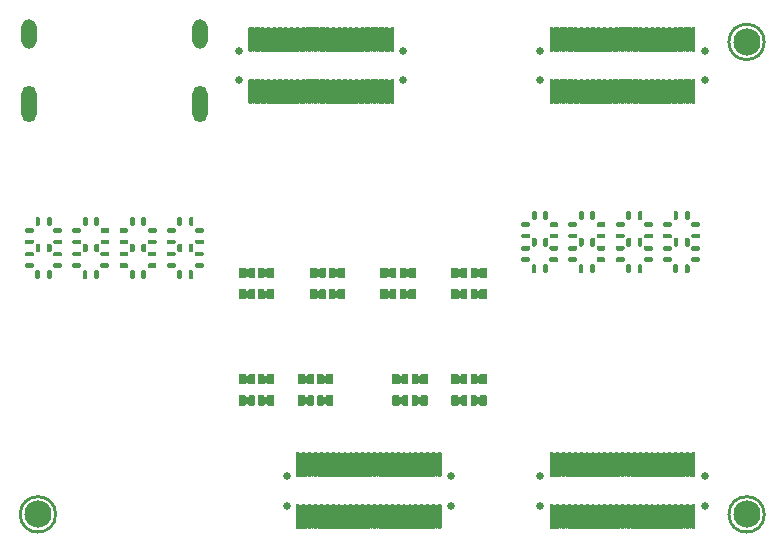
<source format=gbr>
%TF.GenerationSoftware,KiCad,Pcbnew,(5.99.0-2671-gfc0a358ba)*%
%TF.CreationDate,2020-09-04T13:27:30+05:30*%
%TF.ProjectId,Alchitry_IO_Shield,416c6368-6974-4727-995f-494f5f536869,rev?*%
%TF.SameCoordinates,Original*%
%TF.FileFunction,Soldermask,Bot*%
%TF.FilePolarity,Negative*%
%FSLAX46Y46*%
G04 Gerber Fmt 4.6, Leading zero omitted, Abs format (unit mm)*
G04 Created by KiCad (PCBNEW (5.99.0-2671-gfc0a358ba)) date 2020-09-04 13:27:30*
%MOMM*%
%LPD*%
G01*
G04 APERTURE LIST*
%ADD10C,0.254000*%
%ADD11C,0.652000*%
%ADD12C,2.302000*%
%ADD13O,1.302000X3.102000*%
%ADD14O,1.302000X2.502000*%
G04 APERTURE END LIST*
D10*
%TO.C,U1*%
X76000000Y-70450001D02*
G75*
G03*
X76000000Y-70450001I-1500000J0D01*
G01*
X16000000Y-70450001D02*
G75*
G03*
X16000000Y-70450001I-1500000J0D01*
G01*
X76000000Y-30450001D02*
G75*
G03*
X76000000Y-30450001I-1500000J0D01*
G01*
X76000000Y-70450001D02*
G75*
G03*
X76000000Y-70450001I-1500000J0D01*
G01*
X16000000Y-70450001D02*
G75*
G03*
X16000000Y-70450001I-1500000J0D01*
G01*
X76000000Y-30450001D02*
G75*
G03*
X76000000Y-30450001I-1500000J0D01*
G01*
%TD*%
%TO.C,U1*%
G36*
G01*
X32324000Y-35629193D02*
X32324000Y-33670809D01*
G75*
G02*
X32395808Y-33599001I71808J0D01*
G01*
X32604192Y-33599001D01*
G75*
G02*
X32676000Y-33670809I0J-71808D01*
G01*
X32676000Y-35629193D01*
G75*
G02*
X32604192Y-35701001I-71808J0D01*
G01*
X32395808Y-35701001D01*
G75*
G02*
X32324000Y-35629193I0J71808D01*
G01*
G37*
G36*
G01*
X32824000Y-35629193D02*
X32824000Y-33670809D01*
G75*
G02*
X32895808Y-33599001I71808J0D01*
G01*
X33104192Y-33599001D01*
G75*
G02*
X33176000Y-33670809I0J-71808D01*
G01*
X33176000Y-35629193D01*
G75*
G02*
X33104192Y-35701001I-71808J0D01*
G01*
X32895808Y-35701001D01*
G75*
G02*
X32824000Y-35629193I0J71808D01*
G01*
G37*
G36*
G01*
X33324000Y-35629193D02*
X33324000Y-33670809D01*
G75*
G02*
X33395808Y-33599001I71808J0D01*
G01*
X33604192Y-33599001D01*
G75*
G02*
X33676000Y-33670809I0J-71808D01*
G01*
X33676000Y-35629193D01*
G75*
G02*
X33604192Y-35701001I-71808J0D01*
G01*
X33395808Y-35701001D01*
G75*
G02*
X33324000Y-35629193I0J71808D01*
G01*
G37*
G36*
G01*
X33824000Y-35629193D02*
X33824000Y-33670809D01*
G75*
G02*
X33895808Y-33599001I71808J0D01*
G01*
X34104192Y-33599001D01*
G75*
G02*
X34176000Y-33670809I0J-71808D01*
G01*
X34176000Y-35629193D01*
G75*
G02*
X34104192Y-35701001I-71808J0D01*
G01*
X33895808Y-35701001D01*
G75*
G02*
X33824000Y-35629193I0J71808D01*
G01*
G37*
G36*
G01*
X34324000Y-35629193D02*
X34324000Y-33670809D01*
G75*
G02*
X34395808Y-33599001I71808J0D01*
G01*
X34604192Y-33599001D01*
G75*
G02*
X34676000Y-33670809I0J-71808D01*
G01*
X34676000Y-35629193D01*
G75*
G02*
X34604192Y-35701001I-71808J0D01*
G01*
X34395808Y-35701001D01*
G75*
G02*
X34324000Y-35629193I0J71808D01*
G01*
G37*
G36*
G01*
X34824000Y-35629193D02*
X34824000Y-33670809D01*
G75*
G02*
X34895808Y-33599001I71808J0D01*
G01*
X35104192Y-33599001D01*
G75*
G02*
X35176000Y-33670809I0J-71808D01*
G01*
X35176000Y-35629193D01*
G75*
G02*
X35104192Y-35701001I-71808J0D01*
G01*
X34895808Y-35701001D01*
G75*
G02*
X34824000Y-35629193I0J71808D01*
G01*
G37*
G36*
G01*
X35324000Y-35629193D02*
X35324000Y-33670809D01*
G75*
G02*
X35395808Y-33599001I71808J0D01*
G01*
X35604192Y-33599001D01*
G75*
G02*
X35676000Y-33670809I0J-71808D01*
G01*
X35676000Y-35629193D01*
G75*
G02*
X35604192Y-35701001I-71808J0D01*
G01*
X35395808Y-35701001D01*
G75*
G02*
X35324000Y-35629193I0J71808D01*
G01*
G37*
G36*
G01*
X35824000Y-35629193D02*
X35824000Y-33670809D01*
G75*
G02*
X35895808Y-33599001I71808J0D01*
G01*
X36104192Y-33599001D01*
G75*
G02*
X36176000Y-33670809I0J-71808D01*
G01*
X36176000Y-35629193D01*
G75*
G02*
X36104192Y-35701001I-71808J0D01*
G01*
X35895808Y-35701001D01*
G75*
G02*
X35824000Y-35629193I0J71808D01*
G01*
G37*
G36*
G01*
X36324000Y-35629193D02*
X36324000Y-33670809D01*
G75*
G02*
X36395808Y-33599001I71808J0D01*
G01*
X36604192Y-33599001D01*
G75*
G02*
X36676000Y-33670809I0J-71808D01*
G01*
X36676000Y-35629193D01*
G75*
G02*
X36604192Y-35701001I-71808J0D01*
G01*
X36395808Y-35701001D01*
G75*
G02*
X36324000Y-35629193I0J71808D01*
G01*
G37*
G36*
G01*
X36824000Y-35629193D02*
X36824000Y-33670809D01*
G75*
G02*
X36895808Y-33599001I71808J0D01*
G01*
X37104192Y-33599001D01*
G75*
G02*
X37176000Y-33670809I0J-71808D01*
G01*
X37176000Y-35629193D01*
G75*
G02*
X37104192Y-35701001I-71808J0D01*
G01*
X36895808Y-35701001D01*
G75*
G02*
X36824000Y-35629193I0J71808D01*
G01*
G37*
G36*
G01*
X37324000Y-35629193D02*
X37324000Y-33670809D01*
G75*
G02*
X37395808Y-33599001I71808J0D01*
G01*
X37604192Y-33599001D01*
G75*
G02*
X37676000Y-33670809I0J-71808D01*
G01*
X37676000Y-35629193D01*
G75*
G02*
X37604192Y-35701001I-71808J0D01*
G01*
X37395808Y-35701001D01*
G75*
G02*
X37324000Y-35629193I0J71808D01*
G01*
G37*
G36*
G01*
X37824000Y-35629193D02*
X37824000Y-33670809D01*
G75*
G02*
X37895808Y-33599001I71808J0D01*
G01*
X38104192Y-33599001D01*
G75*
G02*
X38176000Y-33670809I0J-71808D01*
G01*
X38176000Y-35629193D01*
G75*
G02*
X38104192Y-35701001I-71808J0D01*
G01*
X37895808Y-35701001D01*
G75*
G02*
X37824000Y-35629193I0J71808D01*
G01*
G37*
G36*
G01*
X38324000Y-35629193D02*
X38324000Y-33670809D01*
G75*
G02*
X38395808Y-33599001I71808J0D01*
G01*
X38604192Y-33599001D01*
G75*
G02*
X38676000Y-33670809I0J-71808D01*
G01*
X38676000Y-35629193D01*
G75*
G02*
X38604192Y-35701001I-71808J0D01*
G01*
X38395808Y-35701001D01*
G75*
G02*
X38324000Y-35629193I0J71808D01*
G01*
G37*
G36*
G01*
X38824000Y-35629193D02*
X38824000Y-33670809D01*
G75*
G02*
X38895808Y-33599001I71808J0D01*
G01*
X39104192Y-33599001D01*
G75*
G02*
X39176000Y-33670809I0J-71808D01*
G01*
X39176000Y-35629193D01*
G75*
G02*
X39104192Y-35701001I-71808J0D01*
G01*
X38895808Y-35701001D01*
G75*
G02*
X38824000Y-35629193I0J71808D01*
G01*
G37*
G36*
G01*
X39324000Y-35629193D02*
X39324000Y-33670809D01*
G75*
G02*
X39395808Y-33599001I71808J0D01*
G01*
X39604192Y-33599001D01*
G75*
G02*
X39676000Y-33670809I0J-71808D01*
G01*
X39676000Y-35629193D01*
G75*
G02*
X39604192Y-35701001I-71808J0D01*
G01*
X39395808Y-35701001D01*
G75*
G02*
X39324000Y-35629193I0J71808D01*
G01*
G37*
G36*
G01*
X39824000Y-35629193D02*
X39824000Y-33670809D01*
G75*
G02*
X39895808Y-33599001I71808J0D01*
G01*
X40104192Y-33599001D01*
G75*
G02*
X40176000Y-33670809I0J-71808D01*
G01*
X40176000Y-35629193D01*
G75*
G02*
X40104192Y-35701001I-71808J0D01*
G01*
X39895808Y-35701001D01*
G75*
G02*
X39824000Y-35629193I0J71808D01*
G01*
G37*
G36*
G01*
X40324000Y-35629193D02*
X40324000Y-33670809D01*
G75*
G02*
X40395808Y-33599001I71808J0D01*
G01*
X40604192Y-33599001D01*
G75*
G02*
X40676000Y-33670809I0J-71808D01*
G01*
X40676000Y-35629193D01*
G75*
G02*
X40604192Y-35701001I-71808J0D01*
G01*
X40395808Y-35701001D01*
G75*
G02*
X40324000Y-35629193I0J71808D01*
G01*
G37*
G36*
G01*
X40824000Y-35629193D02*
X40824000Y-33670809D01*
G75*
G02*
X40895808Y-33599001I71808J0D01*
G01*
X41104192Y-33599001D01*
G75*
G02*
X41176000Y-33670809I0J-71808D01*
G01*
X41176000Y-35629193D01*
G75*
G02*
X41104192Y-35701001I-71808J0D01*
G01*
X40895808Y-35701001D01*
G75*
G02*
X40824000Y-35629193I0J71808D01*
G01*
G37*
G36*
G01*
X41324000Y-35629193D02*
X41324000Y-33670809D01*
G75*
G02*
X41395808Y-33599001I71808J0D01*
G01*
X41604192Y-33599001D01*
G75*
G02*
X41676000Y-33670809I0J-71808D01*
G01*
X41676000Y-35629193D01*
G75*
G02*
X41604192Y-35701001I-71808J0D01*
G01*
X41395808Y-35701001D01*
G75*
G02*
X41324000Y-35629193I0J71808D01*
G01*
G37*
G36*
G01*
X41824000Y-35629193D02*
X41824000Y-33670809D01*
G75*
G02*
X41895808Y-33599001I71808J0D01*
G01*
X42104192Y-33599001D01*
G75*
G02*
X42176000Y-33670809I0J-71808D01*
G01*
X42176000Y-35629193D01*
G75*
G02*
X42104192Y-35701001I-71808J0D01*
G01*
X41895808Y-35701001D01*
G75*
G02*
X41824000Y-35629193I0J71808D01*
G01*
G37*
G36*
G01*
X42324000Y-35629193D02*
X42324000Y-33670809D01*
G75*
G02*
X42395808Y-33599001I71808J0D01*
G01*
X42604192Y-33599001D01*
G75*
G02*
X42676000Y-33670809I0J-71808D01*
G01*
X42676000Y-35629193D01*
G75*
G02*
X42604192Y-35701001I-71808J0D01*
G01*
X42395808Y-35701001D01*
G75*
G02*
X42324000Y-35629193I0J71808D01*
G01*
G37*
G36*
G01*
X42824000Y-35629193D02*
X42824000Y-33670809D01*
G75*
G02*
X42895808Y-33599001I71808J0D01*
G01*
X43104192Y-33599001D01*
G75*
G02*
X43176000Y-33670809I0J-71808D01*
G01*
X43176000Y-35629193D01*
G75*
G02*
X43104192Y-35701001I-71808J0D01*
G01*
X42895808Y-35701001D01*
G75*
G02*
X42824000Y-35629193I0J71808D01*
G01*
G37*
G36*
G01*
X43324000Y-35629193D02*
X43324000Y-33670809D01*
G75*
G02*
X43395808Y-33599001I71808J0D01*
G01*
X43604192Y-33599001D01*
G75*
G02*
X43676000Y-33670809I0J-71808D01*
G01*
X43676000Y-35629193D01*
G75*
G02*
X43604192Y-35701001I-71808J0D01*
G01*
X43395808Y-35701001D01*
G75*
G02*
X43324000Y-35629193I0J71808D01*
G01*
G37*
G36*
G01*
X43824000Y-35629193D02*
X43824000Y-33670809D01*
G75*
G02*
X43895808Y-33599001I71808J0D01*
G01*
X44104192Y-33599001D01*
G75*
G02*
X44176000Y-33670809I0J-71808D01*
G01*
X44176000Y-35629193D01*
G75*
G02*
X44104192Y-35701001I-71808J0D01*
G01*
X43895808Y-35701001D01*
G75*
G02*
X43824000Y-35629193I0J71808D01*
G01*
G37*
G36*
G01*
X44324000Y-35629193D02*
X44324000Y-33670809D01*
G75*
G02*
X44395808Y-33599001I71808J0D01*
G01*
X44604192Y-33599001D01*
G75*
G02*
X44676000Y-33670809I0J-71808D01*
G01*
X44676000Y-35629193D01*
G75*
G02*
X44604192Y-35701001I-71808J0D01*
G01*
X44395808Y-35701001D01*
G75*
G02*
X44324000Y-35629193I0J71808D01*
G01*
G37*
G36*
G01*
X44324000Y-31229193D02*
X44324000Y-29270809D01*
G75*
G02*
X44395808Y-29199001I71808J0D01*
G01*
X44604192Y-29199001D01*
G75*
G02*
X44676000Y-29270809I0J-71808D01*
G01*
X44676000Y-31229193D01*
G75*
G02*
X44604192Y-31301001I-71808J0D01*
G01*
X44395808Y-31301001D01*
G75*
G02*
X44324000Y-31229193I0J71808D01*
G01*
G37*
G36*
G01*
X43824000Y-31229193D02*
X43824000Y-29270809D01*
G75*
G02*
X43895808Y-29199001I71808J0D01*
G01*
X44104192Y-29199001D01*
G75*
G02*
X44176000Y-29270809I0J-71808D01*
G01*
X44176000Y-31229193D01*
G75*
G02*
X44104192Y-31301001I-71808J0D01*
G01*
X43895808Y-31301001D01*
G75*
G02*
X43824000Y-31229193I0J71808D01*
G01*
G37*
G36*
G01*
X43324000Y-31229193D02*
X43324000Y-29270809D01*
G75*
G02*
X43395808Y-29199001I71808J0D01*
G01*
X43604192Y-29199001D01*
G75*
G02*
X43676000Y-29270809I0J-71808D01*
G01*
X43676000Y-31229193D01*
G75*
G02*
X43604192Y-31301001I-71808J0D01*
G01*
X43395808Y-31301001D01*
G75*
G02*
X43324000Y-31229193I0J71808D01*
G01*
G37*
G36*
G01*
X42824000Y-31229193D02*
X42824000Y-29270809D01*
G75*
G02*
X42895808Y-29199001I71808J0D01*
G01*
X43104192Y-29199001D01*
G75*
G02*
X43176000Y-29270809I0J-71808D01*
G01*
X43176000Y-31229193D01*
G75*
G02*
X43104192Y-31301001I-71808J0D01*
G01*
X42895808Y-31301001D01*
G75*
G02*
X42824000Y-31229193I0J71808D01*
G01*
G37*
G36*
G01*
X42324000Y-31229193D02*
X42324000Y-29270809D01*
G75*
G02*
X42395808Y-29199001I71808J0D01*
G01*
X42604192Y-29199001D01*
G75*
G02*
X42676000Y-29270809I0J-71808D01*
G01*
X42676000Y-31229193D01*
G75*
G02*
X42604192Y-31301001I-71808J0D01*
G01*
X42395808Y-31301001D01*
G75*
G02*
X42324000Y-31229193I0J71808D01*
G01*
G37*
G36*
G01*
X41824000Y-31229193D02*
X41824000Y-29270809D01*
G75*
G02*
X41895808Y-29199001I71808J0D01*
G01*
X42104192Y-29199001D01*
G75*
G02*
X42176000Y-29270809I0J-71808D01*
G01*
X42176000Y-31229193D01*
G75*
G02*
X42104192Y-31301001I-71808J0D01*
G01*
X41895808Y-31301001D01*
G75*
G02*
X41824000Y-31229193I0J71808D01*
G01*
G37*
G36*
G01*
X41324000Y-31229193D02*
X41324000Y-29270809D01*
G75*
G02*
X41395808Y-29199001I71808J0D01*
G01*
X41604192Y-29199001D01*
G75*
G02*
X41676000Y-29270809I0J-71808D01*
G01*
X41676000Y-31229193D01*
G75*
G02*
X41604192Y-31301001I-71808J0D01*
G01*
X41395808Y-31301001D01*
G75*
G02*
X41324000Y-31229193I0J71808D01*
G01*
G37*
G36*
G01*
X40824000Y-31229193D02*
X40824000Y-29270809D01*
G75*
G02*
X40895808Y-29199001I71808J0D01*
G01*
X41104192Y-29199001D01*
G75*
G02*
X41176000Y-29270809I0J-71808D01*
G01*
X41176000Y-31229193D01*
G75*
G02*
X41104192Y-31301001I-71808J0D01*
G01*
X40895808Y-31301001D01*
G75*
G02*
X40824000Y-31229193I0J71808D01*
G01*
G37*
G36*
G01*
X40324000Y-31229193D02*
X40324000Y-29270809D01*
G75*
G02*
X40395808Y-29199001I71808J0D01*
G01*
X40604192Y-29199001D01*
G75*
G02*
X40676000Y-29270809I0J-71808D01*
G01*
X40676000Y-31229193D01*
G75*
G02*
X40604192Y-31301001I-71808J0D01*
G01*
X40395808Y-31301001D01*
G75*
G02*
X40324000Y-31229193I0J71808D01*
G01*
G37*
G36*
G01*
X39824000Y-31229193D02*
X39824000Y-29270809D01*
G75*
G02*
X39895808Y-29199001I71808J0D01*
G01*
X40104192Y-29199001D01*
G75*
G02*
X40176000Y-29270809I0J-71808D01*
G01*
X40176000Y-31229193D01*
G75*
G02*
X40104192Y-31301001I-71808J0D01*
G01*
X39895808Y-31301001D01*
G75*
G02*
X39824000Y-31229193I0J71808D01*
G01*
G37*
G36*
G01*
X39324000Y-31229193D02*
X39324000Y-29270809D01*
G75*
G02*
X39395808Y-29199001I71808J0D01*
G01*
X39604192Y-29199001D01*
G75*
G02*
X39676000Y-29270809I0J-71808D01*
G01*
X39676000Y-31229193D01*
G75*
G02*
X39604192Y-31301001I-71808J0D01*
G01*
X39395808Y-31301001D01*
G75*
G02*
X39324000Y-31229193I0J71808D01*
G01*
G37*
G36*
G01*
X38824000Y-31229193D02*
X38824000Y-29270809D01*
G75*
G02*
X38895808Y-29199001I71808J0D01*
G01*
X39104192Y-29199001D01*
G75*
G02*
X39176000Y-29270809I0J-71808D01*
G01*
X39176000Y-31229193D01*
G75*
G02*
X39104192Y-31301001I-71808J0D01*
G01*
X38895808Y-31301001D01*
G75*
G02*
X38824000Y-31229193I0J71808D01*
G01*
G37*
G36*
G01*
X38324000Y-31229193D02*
X38324000Y-29270809D01*
G75*
G02*
X38395808Y-29199001I71808J0D01*
G01*
X38604192Y-29199001D01*
G75*
G02*
X38676000Y-29270809I0J-71808D01*
G01*
X38676000Y-31229193D01*
G75*
G02*
X38604192Y-31301001I-71808J0D01*
G01*
X38395808Y-31301001D01*
G75*
G02*
X38324000Y-31229193I0J71808D01*
G01*
G37*
G36*
G01*
X37824000Y-31229193D02*
X37824000Y-29270809D01*
G75*
G02*
X37895808Y-29199001I71808J0D01*
G01*
X38104192Y-29199001D01*
G75*
G02*
X38176000Y-29270809I0J-71808D01*
G01*
X38176000Y-31229193D01*
G75*
G02*
X38104192Y-31301001I-71808J0D01*
G01*
X37895808Y-31301001D01*
G75*
G02*
X37824000Y-31229193I0J71808D01*
G01*
G37*
G36*
G01*
X37324000Y-31229193D02*
X37324000Y-29270809D01*
G75*
G02*
X37395808Y-29199001I71808J0D01*
G01*
X37604192Y-29199001D01*
G75*
G02*
X37676000Y-29270809I0J-71808D01*
G01*
X37676000Y-31229193D01*
G75*
G02*
X37604192Y-31301001I-71808J0D01*
G01*
X37395808Y-31301001D01*
G75*
G02*
X37324000Y-31229193I0J71808D01*
G01*
G37*
G36*
G01*
X36824000Y-31229193D02*
X36824000Y-29270809D01*
G75*
G02*
X36895808Y-29199001I71808J0D01*
G01*
X37104192Y-29199001D01*
G75*
G02*
X37176000Y-29270809I0J-71808D01*
G01*
X37176000Y-31229193D01*
G75*
G02*
X37104192Y-31301001I-71808J0D01*
G01*
X36895808Y-31301001D01*
G75*
G02*
X36824000Y-31229193I0J71808D01*
G01*
G37*
G36*
G01*
X36324000Y-31229193D02*
X36324000Y-29270809D01*
G75*
G02*
X36395808Y-29199001I71808J0D01*
G01*
X36604192Y-29199001D01*
G75*
G02*
X36676000Y-29270809I0J-71808D01*
G01*
X36676000Y-31229193D01*
G75*
G02*
X36604192Y-31301001I-71808J0D01*
G01*
X36395808Y-31301001D01*
G75*
G02*
X36324000Y-31229193I0J71808D01*
G01*
G37*
G36*
G01*
X35824000Y-31229193D02*
X35824000Y-29270809D01*
G75*
G02*
X35895808Y-29199001I71808J0D01*
G01*
X36104192Y-29199001D01*
G75*
G02*
X36176000Y-29270809I0J-71808D01*
G01*
X36176000Y-31229193D01*
G75*
G02*
X36104192Y-31301001I-71808J0D01*
G01*
X35895808Y-31301001D01*
G75*
G02*
X35824000Y-31229193I0J71808D01*
G01*
G37*
G36*
G01*
X35324000Y-31229193D02*
X35324000Y-29270809D01*
G75*
G02*
X35395808Y-29199001I71808J0D01*
G01*
X35604192Y-29199001D01*
G75*
G02*
X35676000Y-29270809I0J-71808D01*
G01*
X35676000Y-31229193D01*
G75*
G02*
X35604192Y-31301001I-71808J0D01*
G01*
X35395808Y-31301001D01*
G75*
G02*
X35324000Y-31229193I0J71808D01*
G01*
G37*
G36*
G01*
X34824000Y-31229193D02*
X34824000Y-29270809D01*
G75*
G02*
X34895808Y-29199001I71808J0D01*
G01*
X35104192Y-29199001D01*
G75*
G02*
X35176000Y-29270809I0J-71808D01*
G01*
X35176000Y-31229193D01*
G75*
G02*
X35104192Y-31301001I-71808J0D01*
G01*
X34895808Y-31301001D01*
G75*
G02*
X34824000Y-31229193I0J71808D01*
G01*
G37*
G36*
G01*
X34324000Y-31229193D02*
X34324000Y-29270809D01*
G75*
G02*
X34395808Y-29199001I71808J0D01*
G01*
X34604192Y-29199001D01*
G75*
G02*
X34676000Y-29270809I0J-71808D01*
G01*
X34676000Y-31229193D01*
G75*
G02*
X34604192Y-31301001I-71808J0D01*
G01*
X34395808Y-31301001D01*
G75*
G02*
X34324000Y-31229193I0J71808D01*
G01*
G37*
G36*
G01*
X33824000Y-31229193D02*
X33824000Y-29270809D01*
G75*
G02*
X33895808Y-29199001I71808J0D01*
G01*
X34104192Y-29199001D01*
G75*
G02*
X34176000Y-29270809I0J-71808D01*
G01*
X34176000Y-31229193D01*
G75*
G02*
X34104192Y-31301001I-71808J0D01*
G01*
X33895808Y-31301001D01*
G75*
G02*
X33824000Y-31229193I0J71808D01*
G01*
G37*
G36*
G01*
X33324000Y-31229193D02*
X33324000Y-29270809D01*
G75*
G02*
X33395808Y-29199001I71808J0D01*
G01*
X33604192Y-29199001D01*
G75*
G02*
X33676000Y-29270809I0J-71808D01*
G01*
X33676000Y-31229193D01*
G75*
G02*
X33604192Y-31301001I-71808J0D01*
G01*
X33395808Y-31301001D01*
G75*
G02*
X33324000Y-31229193I0J71808D01*
G01*
G37*
G36*
G01*
X32824000Y-31229193D02*
X32824000Y-29270809D01*
G75*
G02*
X32895808Y-29199001I71808J0D01*
G01*
X33104192Y-29199001D01*
G75*
G02*
X33176000Y-29270809I0J-71808D01*
G01*
X33176000Y-31229193D01*
G75*
G02*
X33104192Y-31301001I-71808J0D01*
G01*
X32895808Y-31301001D01*
G75*
G02*
X32824000Y-31229193I0J71808D01*
G01*
G37*
G36*
G01*
X32324000Y-31229193D02*
X32324000Y-29270809D01*
G75*
G02*
X32395808Y-29199001I71808J0D01*
G01*
X32604192Y-29199001D01*
G75*
G02*
X32676000Y-29270809I0J-71808D01*
G01*
X32676000Y-31229193D01*
G75*
G02*
X32604192Y-31301001I-71808J0D01*
G01*
X32395808Y-31301001D01*
G75*
G02*
X32324000Y-31229193I0J71808D01*
G01*
G37*
G36*
G01*
X57824000Y-35629193D02*
X57824000Y-33670809D01*
G75*
G02*
X57895808Y-33599001I71808J0D01*
G01*
X58104192Y-33599001D01*
G75*
G02*
X58176000Y-33670809I0J-71808D01*
G01*
X58176000Y-35629193D01*
G75*
G02*
X58104192Y-35701001I-71808J0D01*
G01*
X57895808Y-35701001D01*
G75*
G02*
X57824000Y-35629193I0J71808D01*
G01*
G37*
G36*
G01*
X58324000Y-35629193D02*
X58324000Y-33670809D01*
G75*
G02*
X58395808Y-33599001I71808J0D01*
G01*
X58604192Y-33599001D01*
G75*
G02*
X58676000Y-33670809I0J-71808D01*
G01*
X58676000Y-35629193D01*
G75*
G02*
X58604192Y-35701001I-71808J0D01*
G01*
X58395808Y-35701001D01*
G75*
G02*
X58324000Y-35629193I0J71808D01*
G01*
G37*
G36*
G01*
X58824000Y-35629193D02*
X58824000Y-33670809D01*
G75*
G02*
X58895808Y-33599001I71808J0D01*
G01*
X59104192Y-33599001D01*
G75*
G02*
X59176000Y-33670809I0J-71808D01*
G01*
X59176000Y-35629193D01*
G75*
G02*
X59104192Y-35701001I-71808J0D01*
G01*
X58895808Y-35701001D01*
G75*
G02*
X58824000Y-35629193I0J71808D01*
G01*
G37*
G36*
G01*
X59324000Y-35629193D02*
X59324000Y-33670809D01*
G75*
G02*
X59395808Y-33599001I71808J0D01*
G01*
X59604192Y-33599001D01*
G75*
G02*
X59676000Y-33670809I0J-71808D01*
G01*
X59676000Y-35629193D01*
G75*
G02*
X59604192Y-35701001I-71808J0D01*
G01*
X59395808Y-35701001D01*
G75*
G02*
X59324000Y-35629193I0J71808D01*
G01*
G37*
G36*
G01*
X59824000Y-35629193D02*
X59824000Y-33670809D01*
G75*
G02*
X59895808Y-33599001I71808J0D01*
G01*
X60104192Y-33599001D01*
G75*
G02*
X60176000Y-33670809I0J-71808D01*
G01*
X60176000Y-35629193D01*
G75*
G02*
X60104192Y-35701001I-71808J0D01*
G01*
X59895808Y-35701001D01*
G75*
G02*
X59824000Y-35629193I0J71808D01*
G01*
G37*
G36*
G01*
X60324000Y-35629193D02*
X60324000Y-33670809D01*
G75*
G02*
X60395808Y-33599001I71808J0D01*
G01*
X60604192Y-33599001D01*
G75*
G02*
X60676000Y-33670809I0J-71808D01*
G01*
X60676000Y-35629193D01*
G75*
G02*
X60604192Y-35701001I-71808J0D01*
G01*
X60395808Y-35701001D01*
G75*
G02*
X60324000Y-35629193I0J71808D01*
G01*
G37*
G36*
G01*
X60824000Y-35629193D02*
X60824000Y-33670809D01*
G75*
G02*
X60895808Y-33599001I71808J0D01*
G01*
X61104192Y-33599001D01*
G75*
G02*
X61176000Y-33670809I0J-71808D01*
G01*
X61176000Y-35629193D01*
G75*
G02*
X61104192Y-35701001I-71808J0D01*
G01*
X60895808Y-35701001D01*
G75*
G02*
X60824000Y-35629193I0J71808D01*
G01*
G37*
G36*
G01*
X61324000Y-35629193D02*
X61324000Y-33670809D01*
G75*
G02*
X61395808Y-33599001I71808J0D01*
G01*
X61604192Y-33599001D01*
G75*
G02*
X61676000Y-33670809I0J-71808D01*
G01*
X61676000Y-35629193D01*
G75*
G02*
X61604192Y-35701001I-71808J0D01*
G01*
X61395808Y-35701001D01*
G75*
G02*
X61324000Y-35629193I0J71808D01*
G01*
G37*
G36*
G01*
X61824000Y-35629193D02*
X61824000Y-33670809D01*
G75*
G02*
X61895808Y-33599001I71808J0D01*
G01*
X62104192Y-33599001D01*
G75*
G02*
X62176000Y-33670809I0J-71808D01*
G01*
X62176000Y-35629193D01*
G75*
G02*
X62104192Y-35701001I-71808J0D01*
G01*
X61895808Y-35701001D01*
G75*
G02*
X61824000Y-35629193I0J71808D01*
G01*
G37*
G36*
G01*
X62324000Y-35629193D02*
X62324000Y-33670809D01*
G75*
G02*
X62395808Y-33599001I71808J0D01*
G01*
X62604192Y-33599001D01*
G75*
G02*
X62676000Y-33670809I0J-71808D01*
G01*
X62676000Y-35629193D01*
G75*
G02*
X62604192Y-35701001I-71808J0D01*
G01*
X62395808Y-35701001D01*
G75*
G02*
X62324000Y-35629193I0J71808D01*
G01*
G37*
G36*
G01*
X62824000Y-35629193D02*
X62824000Y-33670809D01*
G75*
G02*
X62895808Y-33599001I71808J0D01*
G01*
X63104192Y-33599001D01*
G75*
G02*
X63176000Y-33670809I0J-71808D01*
G01*
X63176000Y-35629193D01*
G75*
G02*
X63104192Y-35701001I-71808J0D01*
G01*
X62895808Y-35701001D01*
G75*
G02*
X62824000Y-35629193I0J71808D01*
G01*
G37*
G36*
G01*
X63324000Y-35629193D02*
X63324000Y-33670809D01*
G75*
G02*
X63395808Y-33599001I71808J0D01*
G01*
X63604192Y-33599001D01*
G75*
G02*
X63676000Y-33670809I0J-71808D01*
G01*
X63676000Y-35629193D01*
G75*
G02*
X63604192Y-35701001I-71808J0D01*
G01*
X63395808Y-35701001D01*
G75*
G02*
X63324000Y-35629193I0J71808D01*
G01*
G37*
G36*
G01*
X63824000Y-35629193D02*
X63824000Y-33670809D01*
G75*
G02*
X63895808Y-33599001I71808J0D01*
G01*
X64104192Y-33599001D01*
G75*
G02*
X64176000Y-33670809I0J-71808D01*
G01*
X64176000Y-35629193D01*
G75*
G02*
X64104192Y-35701001I-71808J0D01*
G01*
X63895808Y-35701001D01*
G75*
G02*
X63824000Y-35629193I0J71808D01*
G01*
G37*
G36*
G01*
X64324000Y-35629193D02*
X64324000Y-33670809D01*
G75*
G02*
X64395808Y-33599001I71808J0D01*
G01*
X64604192Y-33599001D01*
G75*
G02*
X64676000Y-33670809I0J-71808D01*
G01*
X64676000Y-35629193D01*
G75*
G02*
X64604192Y-35701001I-71808J0D01*
G01*
X64395808Y-35701001D01*
G75*
G02*
X64324000Y-35629193I0J71808D01*
G01*
G37*
G36*
G01*
X64824000Y-35629193D02*
X64824000Y-33670809D01*
G75*
G02*
X64895808Y-33599001I71808J0D01*
G01*
X65104192Y-33599001D01*
G75*
G02*
X65176000Y-33670809I0J-71808D01*
G01*
X65176000Y-35629193D01*
G75*
G02*
X65104192Y-35701001I-71808J0D01*
G01*
X64895808Y-35701001D01*
G75*
G02*
X64824000Y-35629193I0J71808D01*
G01*
G37*
G36*
G01*
X65324000Y-35629193D02*
X65324000Y-33670809D01*
G75*
G02*
X65395808Y-33599001I71808J0D01*
G01*
X65604192Y-33599001D01*
G75*
G02*
X65676000Y-33670809I0J-71808D01*
G01*
X65676000Y-35629193D01*
G75*
G02*
X65604192Y-35701001I-71808J0D01*
G01*
X65395808Y-35701001D01*
G75*
G02*
X65324000Y-35629193I0J71808D01*
G01*
G37*
G36*
G01*
X65824000Y-35629193D02*
X65824000Y-33670809D01*
G75*
G02*
X65895808Y-33599001I71808J0D01*
G01*
X66104192Y-33599001D01*
G75*
G02*
X66176000Y-33670809I0J-71808D01*
G01*
X66176000Y-35629193D01*
G75*
G02*
X66104192Y-35701001I-71808J0D01*
G01*
X65895808Y-35701001D01*
G75*
G02*
X65824000Y-35629193I0J71808D01*
G01*
G37*
G36*
G01*
X66324000Y-35629193D02*
X66324000Y-33670809D01*
G75*
G02*
X66395808Y-33599001I71808J0D01*
G01*
X66604192Y-33599001D01*
G75*
G02*
X66676000Y-33670809I0J-71808D01*
G01*
X66676000Y-35629193D01*
G75*
G02*
X66604192Y-35701001I-71808J0D01*
G01*
X66395808Y-35701001D01*
G75*
G02*
X66324000Y-35629193I0J71808D01*
G01*
G37*
G36*
G01*
X66824000Y-35629193D02*
X66824000Y-33670809D01*
G75*
G02*
X66895808Y-33599001I71808J0D01*
G01*
X67104192Y-33599001D01*
G75*
G02*
X67176000Y-33670809I0J-71808D01*
G01*
X67176000Y-35629193D01*
G75*
G02*
X67104192Y-35701001I-71808J0D01*
G01*
X66895808Y-35701001D01*
G75*
G02*
X66824000Y-35629193I0J71808D01*
G01*
G37*
G36*
G01*
X67324000Y-35629193D02*
X67324000Y-33670809D01*
G75*
G02*
X67395808Y-33599001I71808J0D01*
G01*
X67604192Y-33599001D01*
G75*
G02*
X67676000Y-33670809I0J-71808D01*
G01*
X67676000Y-35629193D01*
G75*
G02*
X67604192Y-35701001I-71808J0D01*
G01*
X67395808Y-35701001D01*
G75*
G02*
X67324000Y-35629193I0J71808D01*
G01*
G37*
G36*
G01*
X67824000Y-35629193D02*
X67824000Y-33670809D01*
G75*
G02*
X67895808Y-33599001I71808J0D01*
G01*
X68104192Y-33599001D01*
G75*
G02*
X68176000Y-33670809I0J-71808D01*
G01*
X68176000Y-35629193D01*
G75*
G02*
X68104192Y-35701001I-71808J0D01*
G01*
X67895808Y-35701001D01*
G75*
G02*
X67824000Y-35629193I0J71808D01*
G01*
G37*
G36*
G01*
X68324000Y-35629193D02*
X68324000Y-33670809D01*
G75*
G02*
X68395808Y-33599001I71808J0D01*
G01*
X68604192Y-33599001D01*
G75*
G02*
X68676000Y-33670809I0J-71808D01*
G01*
X68676000Y-35629193D01*
G75*
G02*
X68604192Y-35701001I-71808J0D01*
G01*
X68395808Y-35701001D01*
G75*
G02*
X68324000Y-35629193I0J71808D01*
G01*
G37*
G36*
G01*
X68824000Y-35629193D02*
X68824000Y-33670809D01*
G75*
G02*
X68895808Y-33599001I71808J0D01*
G01*
X69104192Y-33599001D01*
G75*
G02*
X69176000Y-33670809I0J-71808D01*
G01*
X69176000Y-35629193D01*
G75*
G02*
X69104192Y-35701001I-71808J0D01*
G01*
X68895808Y-35701001D01*
G75*
G02*
X68824000Y-35629193I0J71808D01*
G01*
G37*
G36*
G01*
X69324000Y-35629193D02*
X69324000Y-33670809D01*
G75*
G02*
X69395808Y-33599001I71808J0D01*
G01*
X69604192Y-33599001D01*
G75*
G02*
X69676000Y-33670809I0J-71808D01*
G01*
X69676000Y-35629193D01*
G75*
G02*
X69604192Y-35701001I-71808J0D01*
G01*
X69395808Y-35701001D01*
G75*
G02*
X69324000Y-35629193I0J71808D01*
G01*
G37*
G36*
G01*
X69824000Y-35629193D02*
X69824000Y-33670809D01*
G75*
G02*
X69895808Y-33599001I71808J0D01*
G01*
X70104192Y-33599001D01*
G75*
G02*
X70176000Y-33670809I0J-71808D01*
G01*
X70176000Y-35629193D01*
G75*
G02*
X70104192Y-35701001I-71808J0D01*
G01*
X69895808Y-35701001D01*
G75*
G02*
X69824000Y-35629193I0J71808D01*
G01*
G37*
G36*
G01*
X69824000Y-31229193D02*
X69824000Y-29270809D01*
G75*
G02*
X69895808Y-29199001I71808J0D01*
G01*
X70104192Y-29199001D01*
G75*
G02*
X70176000Y-29270809I0J-71808D01*
G01*
X70176000Y-31229193D01*
G75*
G02*
X70104192Y-31301001I-71808J0D01*
G01*
X69895808Y-31301001D01*
G75*
G02*
X69824000Y-31229193I0J71808D01*
G01*
G37*
G36*
G01*
X69324000Y-31229193D02*
X69324000Y-29270809D01*
G75*
G02*
X69395808Y-29199001I71808J0D01*
G01*
X69604192Y-29199001D01*
G75*
G02*
X69676000Y-29270809I0J-71808D01*
G01*
X69676000Y-31229193D01*
G75*
G02*
X69604192Y-31301001I-71808J0D01*
G01*
X69395808Y-31301001D01*
G75*
G02*
X69324000Y-31229193I0J71808D01*
G01*
G37*
G36*
G01*
X68824000Y-31229193D02*
X68824000Y-29270809D01*
G75*
G02*
X68895808Y-29199001I71808J0D01*
G01*
X69104192Y-29199001D01*
G75*
G02*
X69176000Y-29270809I0J-71808D01*
G01*
X69176000Y-31229193D01*
G75*
G02*
X69104192Y-31301001I-71808J0D01*
G01*
X68895808Y-31301001D01*
G75*
G02*
X68824000Y-31229193I0J71808D01*
G01*
G37*
G36*
G01*
X68324000Y-31229193D02*
X68324000Y-29270809D01*
G75*
G02*
X68395808Y-29199001I71808J0D01*
G01*
X68604192Y-29199001D01*
G75*
G02*
X68676000Y-29270809I0J-71808D01*
G01*
X68676000Y-31229193D01*
G75*
G02*
X68604192Y-31301001I-71808J0D01*
G01*
X68395808Y-31301001D01*
G75*
G02*
X68324000Y-31229193I0J71808D01*
G01*
G37*
G36*
G01*
X67824000Y-31229193D02*
X67824000Y-29270809D01*
G75*
G02*
X67895808Y-29199001I71808J0D01*
G01*
X68104192Y-29199001D01*
G75*
G02*
X68176000Y-29270809I0J-71808D01*
G01*
X68176000Y-31229193D01*
G75*
G02*
X68104192Y-31301001I-71808J0D01*
G01*
X67895808Y-31301001D01*
G75*
G02*
X67824000Y-31229193I0J71808D01*
G01*
G37*
G36*
G01*
X67324000Y-31229193D02*
X67324000Y-29270809D01*
G75*
G02*
X67395808Y-29199001I71808J0D01*
G01*
X67604192Y-29199001D01*
G75*
G02*
X67676000Y-29270809I0J-71808D01*
G01*
X67676000Y-31229193D01*
G75*
G02*
X67604192Y-31301001I-71808J0D01*
G01*
X67395808Y-31301001D01*
G75*
G02*
X67324000Y-31229193I0J71808D01*
G01*
G37*
G36*
G01*
X66824000Y-31229193D02*
X66824000Y-29270809D01*
G75*
G02*
X66895808Y-29199001I71808J0D01*
G01*
X67104192Y-29199001D01*
G75*
G02*
X67176000Y-29270809I0J-71808D01*
G01*
X67176000Y-31229193D01*
G75*
G02*
X67104192Y-31301001I-71808J0D01*
G01*
X66895808Y-31301001D01*
G75*
G02*
X66824000Y-31229193I0J71808D01*
G01*
G37*
G36*
G01*
X66324000Y-31229193D02*
X66324000Y-29270809D01*
G75*
G02*
X66395808Y-29199001I71808J0D01*
G01*
X66604192Y-29199001D01*
G75*
G02*
X66676000Y-29270809I0J-71808D01*
G01*
X66676000Y-31229193D01*
G75*
G02*
X66604192Y-31301001I-71808J0D01*
G01*
X66395808Y-31301001D01*
G75*
G02*
X66324000Y-31229193I0J71808D01*
G01*
G37*
G36*
G01*
X65824000Y-31229193D02*
X65824000Y-29270809D01*
G75*
G02*
X65895808Y-29199001I71808J0D01*
G01*
X66104192Y-29199001D01*
G75*
G02*
X66176000Y-29270809I0J-71808D01*
G01*
X66176000Y-31229193D01*
G75*
G02*
X66104192Y-31301001I-71808J0D01*
G01*
X65895808Y-31301001D01*
G75*
G02*
X65824000Y-31229193I0J71808D01*
G01*
G37*
G36*
G01*
X65324000Y-31229193D02*
X65324000Y-29270809D01*
G75*
G02*
X65395808Y-29199001I71808J0D01*
G01*
X65604192Y-29199001D01*
G75*
G02*
X65676000Y-29270809I0J-71808D01*
G01*
X65676000Y-31229193D01*
G75*
G02*
X65604192Y-31301001I-71808J0D01*
G01*
X65395808Y-31301001D01*
G75*
G02*
X65324000Y-31229193I0J71808D01*
G01*
G37*
G36*
G01*
X64824000Y-31229193D02*
X64824000Y-29270809D01*
G75*
G02*
X64895808Y-29199001I71808J0D01*
G01*
X65104192Y-29199001D01*
G75*
G02*
X65176000Y-29270809I0J-71808D01*
G01*
X65176000Y-31229193D01*
G75*
G02*
X65104192Y-31301001I-71808J0D01*
G01*
X64895808Y-31301001D01*
G75*
G02*
X64824000Y-31229193I0J71808D01*
G01*
G37*
G36*
G01*
X64324000Y-31229193D02*
X64324000Y-29270809D01*
G75*
G02*
X64395808Y-29199001I71808J0D01*
G01*
X64604192Y-29199001D01*
G75*
G02*
X64676000Y-29270809I0J-71808D01*
G01*
X64676000Y-31229193D01*
G75*
G02*
X64604192Y-31301001I-71808J0D01*
G01*
X64395808Y-31301001D01*
G75*
G02*
X64324000Y-31229193I0J71808D01*
G01*
G37*
G36*
G01*
X63824000Y-31229193D02*
X63824000Y-29270809D01*
G75*
G02*
X63895808Y-29199001I71808J0D01*
G01*
X64104192Y-29199001D01*
G75*
G02*
X64176000Y-29270809I0J-71808D01*
G01*
X64176000Y-31229193D01*
G75*
G02*
X64104192Y-31301001I-71808J0D01*
G01*
X63895808Y-31301001D01*
G75*
G02*
X63824000Y-31229193I0J71808D01*
G01*
G37*
G36*
G01*
X63324000Y-31229193D02*
X63324000Y-29270809D01*
G75*
G02*
X63395808Y-29199001I71808J0D01*
G01*
X63604192Y-29199001D01*
G75*
G02*
X63676000Y-29270809I0J-71808D01*
G01*
X63676000Y-31229193D01*
G75*
G02*
X63604192Y-31301001I-71808J0D01*
G01*
X63395808Y-31301001D01*
G75*
G02*
X63324000Y-31229193I0J71808D01*
G01*
G37*
G36*
G01*
X62824000Y-31229193D02*
X62824000Y-29270809D01*
G75*
G02*
X62895808Y-29199001I71808J0D01*
G01*
X63104192Y-29199001D01*
G75*
G02*
X63176000Y-29270809I0J-71808D01*
G01*
X63176000Y-31229193D01*
G75*
G02*
X63104192Y-31301001I-71808J0D01*
G01*
X62895808Y-31301001D01*
G75*
G02*
X62824000Y-31229193I0J71808D01*
G01*
G37*
G36*
G01*
X62324000Y-31229193D02*
X62324000Y-29270809D01*
G75*
G02*
X62395808Y-29199001I71808J0D01*
G01*
X62604192Y-29199001D01*
G75*
G02*
X62676000Y-29270809I0J-71808D01*
G01*
X62676000Y-31229193D01*
G75*
G02*
X62604192Y-31301001I-71808J0D01*
G01*
X62395808Y-31301001D01*
G75*
G02*
X62324000Y-31229193I0J71808D01*
G01*
G37*
G36*
G01*
X61824000Y-31229193D02*
X61824000Y-29270809D01*
G75*
G02*
X61895808Y-29199001I71808J0D01*
G01*
X62104192Y-29199001D01*
G75*
G02*
X62176000Y-29270809I0J-71808D01*
G01*
X62176000Y-31229193D01*
G75*
G02*
X62104192Y-31301001I-71808J0D01*
G01*
X61895808Y-31301001D01*
G75*
G02*
X61824000Y-31229193I0J71808D01*
G01*
G37*
G36*
G01*
X61324000Y-31229193D02*
X61324000Y-29270809D01*
G75*
G02*
X61395808Y-29199001I71808J0D01*
G01*
X61604192Y-29199001D01*
G75*
G02*
X61676000Y-29270809I0J-71808D01*
G01*
X61676000Y-31229193D01*
G75*
G02*
X61604192Y-31301001I-71808J0D01*
G01*
X61395808Y-31301001D01*
G75*
G02*
X61324000Y-31229193I0J71808D01*
G01*
G37*
G36*
G01*
X60824000Y-31229193D02*
X60824000Y-29270809D01*
G75*
G02*
X60895808Y-29199001I71808J0D01*
G01*
X61104192Y-29199001D01*
G75*
G02*
X61176000Y-29270809I0J-71808D01*
G01*
X61176000Y-31229193D01*
G75*
G02*
X61104192Y-31301001I-71808J0D01*
G01*
X60895808Y-31301001D01*
G75*
G02*
X60824000Y-31229193I0J71808D01*
G01*
G37*
G36*
G01*
X60324000Y-31229193D02*
X60324000Y-29270809D01*
G75*
G02*
X60395808Y-29199001I71808J0D01*
G01*
X60604192Y-29199001D01*
G75*
G02*
X60676000Y-29270809I0J-71808D01*
G01*
X60676000Y-31229193D01*
G75*
G02*
X60604192Y-31301001I-71808J0D01*
G01*
X60395808Y-31301001D01*
G75*
G02*
X60324000Y-31229193I0J71808D01*
G01*
G37*
G36*
G01*
X59824000Y-31229193D02*
X59824000Y-29270809D01*
G75*
G02*
X59895808Y-29199001I71808J0D01*
G01*
X60104192Y-29199001D01*
G75*
G02*
X60176000Y-29270809I0J-71808D01*
G01*
X60176000Y-31229193D01*
G75*
G02*
X60104192Y-31301001I-71808J0D01*
G01*
X59895808Y-31301001D01*
G75*
G02*
X59824000Y-31229193I0J71808D01*
G01*
G37*
G36*
G01*
X59324000Y-31229193D02*
X59324000Y-29270809D01*
G75*
G02*
X59395808Y-29199001I71808J0D01*
G01*
X59604192Y-29199001D01*
G75*
G02*
X59676000Y-29270809I0J-71808D01*
G01*
X59676000Y-31229193D01*
G75*
G02*
X59604192Y-31301001I-71808J0D01*
G01*
X59395808Y-31301001D01*
G75*
G02*
X59324000Y-31229193I0J71808D01*
G01*
G37*
G36*
G01*
X58824000Y-31229193D02*
X58824000Y-29270809D01*
G75*
G02*
X58895808Y-29199001I71808J0D01*
G01*
X59104192Y-29199001D01*
G75*
G02*
X59176000Y-29270809I0J-71808D01*
G01*
X59176000Y-31229193D01*
G75*
G02*
X59104192Y-31301001I-71808J0D01*
G01*
X58895808Y-31301001D01*
G75*
G02*
X58824000Y-31229193I0J71808D01*
G01*
G37*
G36*
G01*
X58324000Y-31229193D02*
X58324000Y-29270809D01*
G75*
G02*
X58395808Y-29199001I71808J0D01*
G01*
X58604192Y-29199001D01*
G75*
G02*
X58676000Y-29270809I0J-71808D01*
G01*
X58676000Y-31229193D01*
G75*
G02*
X58604192Y-31301001I-71808J0D01*
G01*
X58395808Y-31301001D01*
G75*
G02*
X58324000Y-31229193I0J71808D01*
G01*
G37*
G36*
G01*
X57824000Y-31229193D02*
X57824000Y-29270809D01*
G75*
G02*
X57895808Y-29199001I71808J0D01*
G01*
X58104192Y-29199001D01*
G75*
G02*
X58176000Y-29270809I0J-71808D01*
G01*
X58176000Y-31229193D01*
G75*
G02*
X58104192Y-31301001I-71808J0D01*
G01*
X57895808Y-31301001D01*
G75*
G02*
X57824000Y-31229193I0J71808D01*
G01*
G37*
G36*
G01*
X36324000Y-71629193D02*
X36324000Y-69670809D01*
G75*
G02*
X36395808Y-69599001I71808J0D01*
G01*
X36604192Y-69599001D01*
G75*
G02*
X36676000Y-69670809I0J-71808D01*
G01*
X36676000Y-71629193D01*
G75*
G02*
X36604192Y-71701001I-71808J0D01*
G01*
X36395808Y-71701001D01*
G75*
G02*
X36324000Y-71629193I0J71808D01*
G01*
G37*
G36*
G01*
X36824000Y-71629193D02*
X36824000Y-69670809D01*
G75*
G02*
X36895808Y-69599001I71808J0D01*
G01*
X37104192Y-69599001D01*
G75*
G02*
X37176000Y-69670809I0J-71808D01*
G01*
X37176000Y-71629193D01*
G75*
G02*
X37104192Y-71701001I-71808J0D01*
G01*
X36895808Y-71701001D01*
G75*
G02*
X36824000Y-71629193I0J71808D01*
G01*
G37*
G36*
G01*
X37324000Y-71629193D02*
X37324000Y-69670809D01*
G75*
G02*
X37395808Y-69599001I71808J0D01*
G01*
X37604192Y-69599001D01*
G75*
G02*
X37676000Y-69670809I0J-71808D01*
G01*
X37676000Y-71629193D01*
G75*
G02*
X37604192Y-71701001I-71808J0D01*
G01*
X37395808Y-71701001D01*
G75*
G02*
X37324000Y-71629193I0J71808D01*
G01*
G37*
G36*
G01*
X37824000Y-71629193D02*
X37824000Y-69670809D01*
G75*
G02*
X37895808Y-69599001I71808J0D01*
G01*
X38104192Y-69599001D01*
G75*
G02*
X38176000Y-69670809I0J-71808D01*
G01*
X38176000Y-71629193D01*
G75*
G02*
X38104192Y-71701001I-71808J0D01*
G01*
X37895808Y-71701001D01*
G75*
G02*
X37824000Y-71629193I0J71808D01*
G01*
G37*
G36*
G01*
X38324000Y-71629193D02*
X38324000Y-69670809D01*
G75*
G02*
X38395808Y-69599001I71808J0D01*
G01*
X38604192Y-69599001D01*
G75*
G02*
X38676000Y-69670809I0J-71808D01*
G01*
X38676000Y-71629193D01*
G75*
G02*
X38604192Y-71701001I-71808J0D01*
G01*
X38395808Y-71701001D01*
G75*
G02*
X38324000Y-71629193I0J71808D01*
G01*
G37*
G36*
G01*
X38824000Y-71629193D02*
X38824000Y-69670809D01*
G75*
G02*
X38895808Y-69599001I71808J0D01*
G01*
X39104192Y-69599001D01*
G75*
G02*
X39176000Y-69670809I0J-71808D01*
G01*
X39176000Y-71629193D01*
G75*
G02*
X39104192Y-71701001I-71808J0D01*
G01*
X38895808Y-71701001D01*
G75*
G02*
X38824000Y-71629193I0J71808D01*
G01*
G37*
G36*
G01*
X39324000Y-71629193D02*
X39324000Y-69670809D01*
G75*
G02*
X39395808Y-69599001I71808J0D01*
G01*
X39604192Y-69599001D01*
G75*
G02*
X39676000Y-69670809I0J-71808D01*
G01*
X39676000Y-71629193D01*
G75*
G02*
X39604192Y-71701001I-71808J0D01*
G01*
X39395808Y-71701001D01*
G75*
G02*
X39324000Y-71629193I0J71808D01*
G01*
G37*
G36*
G01*
X39824000Y-71629193D02*
X39824000Y-69670809D01*
G75*
G02*
X39895808Y-69599001I71808J0D01*
G01*
X40104192Y-69599001D01*
G75*
G02*
X40176000Y-69670809I0J-71808D01*
G01*
X40176000Y-71629193D01*
G75*
G02*
X40104192Y-71701001I-71808J0D01*
G01*
X39895808Y-71701001D01*
G75*
G02*
X39824000Y-71629193I0J71808D01*
G01*
G37*
G36*
G01*
X40324000Y-71629193D02*
X40324000Y-69670809D01*
G75*
G02*
X40395808Y-69599001I71808J0D01*
G01*
X40604192Y-69599001D01*
G75*
G02*
X40676000Y-69670809I0J-71808D01*
G01*
X40676000Y-71629193D01*
G75*
G02*
X40604192Y-71701001I-71808J0D01*
G01*
X40395808Y-71701001D01*
G75*
G02*
X40324000Y-71629193I0J71808D01*
G01*
G37*
G36*
G01*
X40824000Y-71629193D02*
X40824000Y-69670809D01*
G75*
G02*
X40895808Y-69599001I71808J0D01*
G01*
X41104192Y-69599001D01*
G75*
G02*
X41176000Y-69670809I0J-71808D01*
G01*
X41176000Y-71629193D01*
G75*
G02*
X41104192Y-71701001I-71808J0D01*
G01*
X40895808Y-71701001D01*
G75*
G02*
X40824000Y-71629193I0J71808D01*
G01*
G37*
G36*
G01*
X41324000Y-71629193D02*
X41324000Y-69670809D01*
G75*
G02*
X41395808Y-69599001I71808J0D01*
G01*
X41604192Y-69599001D01*
G75*
G02*
X41676000Y-69670809I0J-71808D01*
G01*
X41676000Y-71629193D01*
G75*
G02*
X41604192Y-71701001I-71808J0D01*
G01*
X41395808Y-71701001D01*
G75*
G02*
X41324000Y-71629193I0J71808D01*
G01*
G37*
G36*
G01*
X41824000Y-71629193D02*
X41824000Y-69670809D01*
G75*
G02*
X41895808Y-69599001I71808J0D01*
G01*
X42104192Y-69599001D01*
G75*
G02*
X42176000Y-69670809I0J-71808D01*
G01*
X42176000Y-71629193D01*
G75*
G02*
X42104192Y-71701001I-71808J0D01*
G01*
X41895808Y-71701001D01*
G75*
G02*
X41824000Y-71629193I0J71808D01*
G01*
G37*
G36*
G01*
X42324000Y-71629193D02*
X42324000Y-69670809D01*
G75*
G02*
X42395808Y-69599001I71808J0D01*
G01*
X42604192Y-69599001D01*
G75*
G02*
X42676000Y-69670809I0J-71808D01*
G01*
X42676000Y-71629193D01*
G75*
G02*
X42604192Y-71701001I-71808J0D01*
G01*
X42395808Y-71701001D01*
G75*
G02*
X42324000Y-71629193I0J71808D01*
G01*
G37*
G36*
G01*
X42824000Y-71629193D02*
X42824000Y-69670809D01*
G75*
G02*
X42895808Y-69599001I71808J0D01*
G01*
X43104192Y-69599001D01*
G75*
G02*
X43176000Y-69670809I0J-71808D01*
G01*
X43176000Y-71629193D01*
G75*
G02*
X43104192Y-71701001I-71808J0D01*
G01*
X42895808Y-71701001D01*
G75*
G02*
X42824000Y-71629193I0J71808D01*
G01*
G37*
G36*
G01*
X43324000Y-71629193D02*
X43324000Y-69670809D01*
G75*
G02*
X43395808Y-69599001I71808J0D01*
G01*
X43604192Y-69599001D01*
G75*
G02*
X43676000Y-69670809I0J-71808D01*
G01*
X43676000Y-71629193D01*
G75*
G02*
X43604192Y-71701001I-71808J0D01*
G01*
X43395808Y-71701001D01*
G75*
G02*
X43324000Y-71629193I0J71808D01*
G01*
G37*
G36*
G01*
X43824000Y-71629193D02*
X43824000Y-69670809D01*
G75*
G02*
X43895808Y-69599001I71808J0D01*
G01*
X44104192Y-69599001D01*
G75*
G02*
X44176000Y-69670809I0J-71808D01*
G01*
X44176000Y-71629193D01*
G75*
G02*
X44104192Y-71701001I-71808J0D01*
G01*
X43895808Y-71701001D01*
G75*
G02*
X43824000Y-71629193I0J71808D01*
G01*
G37*
G36*
G01*
X44324000Y-71629193D02*
X44324000Y-69670809D01*
G75*
G02*
X44395808Y-69599001I71808J0D01*
G01*
X44604192Y-69599001D01*
G75*
G02*
X44676000Y-69670809I0J-71808D01*
G01*
X44676000Y-71629193D01*
G75*
G02*
X44604192Y-71701001I-71808J0D01*
G01*
X44395808Y-71701001D01*
G75*
G02*
X44324000Y-71629193I0J71808D01*
G01*
G37*
G36*
G01*
X44824000Y-71629193D02*
X44824000Y-69670809D01*
G75*
G02*
X44895808Y-69599001I71808J0D01*
G01*
X45104192Y-69599001D01*
G75*
G02*
X45176000Y-69670809I0J-71808D01*
G01*
X45176000Y-71629193D01*
G75*
G02*
X45104192Y-71701001I-71808J0D01*
G01*
X44895808Y-71701001D01*
G75*
G02*
X44824000Y-71629193I0J71808D01*
G01*
G37*
G36*
G01*
X45324000Y-71629193D02*
X45324000Y-69670809D01*
G75*
G02*
X45395808Y-69599001I71808J0D01*
G01*
X45604192Y-69599001D01*
G75*
G02*
X45676000Y-69670809I0J-71808D01*
G01*
X45676000Y-71629193D01*
G75*
G02*
X45604192Y-71701001I-71808J0D01*
G01*
X45395808Y-71701001D01*
G75*
G02*
X45324000Y-71629193I0J71808D01*
G01*
G37*
G36*
G01*
X45824000Y-71629193D02*
X45824000Y-69670809D01*
G75*
G02*
X45895808Y-69599001I71808J0D01*
G01*
X46104192Y-69599001D01*
G75*
G02*
X46176000Y-69670809I0J-71808D01*
G01*
X46176000Y-71629193D01*
G75*
G02*
X46104192Y-71701001I-71808J0D01*
G01*
X45895808Y-71701001D01*
G75*
G02*
X45824000Y-71629193I0J71808D01*
G01*
G37*
G36*
G01*
X46324000Y-71629193D02*
X46324000Y-69670809D01*
G75*
G02*
X46395808Y-69599001I71808J0D01*
G01*
X46604192Y-69599001D01*
G75*
G02*
X46676000Y-69670809I0J-71808D01*
G01*
X46676000Y-71629193D01*
G75*
G02*
X46604192Y-71701001I-71808J0D01*
G01*
X46395808Y-71701001D01*
G75*
G02*
X46324000Y-71629193I0J71808D01*
G01*
G37*
G36*
G01*
X46824000Y-71629193D02*
X46824000Y-69670809D01*
G75*
G02*
X46895808Y-69599001I71808J0D01*
G01*
X47104192Y-69599001D01*
G75*
G02*
X47176000Y-69670809I0J-71808D01*
G01*
X47176000Y-71629193D01*
G75*
G02*
X47104192Y-71701001I-71808J0D01*
G01*
X46895808Y-71701001D01*
G75*
G02*
X46824000Y-71629193I0J71808D01*
G01*
G37*
G36*
G01*
X47324000Y-71629193D02*
X47324000Y-69670809D01*
G75*
G02*
X47395808Y-69599001I71808J0D01*
G01*
X47604192Y-69599001D01*
G75*
G02*
X47676000Y-69670809I0J-71808D01*
G01*
X47676000Y-71629193D01*
G75*
G02*
X47604192Y-71701001I-71808J0D01*
G01*
X47395808Y-71701001D01*
G75*
G02*
X47324000Y-71629193I0J71808D01*
G01*
G37*
G36*
G01*
X47824000Y-71629193D02*
X47824000Y-69670809D01*
G75*
G02*
X47895808Y-69599001I71808J0D01*
G01*
X48104192Y-69599001D01*
G75*
G02*
X48176000Y-69670809I0J-71808D01*
G01*
X48176000Y-71629193D01*
G75*
G02*
X48104192Y-71701001I-71808J0D01*
G01*
X47895808Y-71701001D01*
G75*
G02*
X47824000Y-71629193I0J71808D01*
G01*
G37*
G36*
G01*
X48324000Y-71629193D02*
X48324000Y-69670809D01*
G75*
G02*
X48395808Y-69599001I71808J0D01*
G01*
X48604192Y-69599001D01*
G75*
G02*
X48676000Y-69670809I0J-71808D01*
G01*
X48676000Y-71629193D01*
G75*
G02*
X48604192Y-71701001I-71808J0D01*
G01*
X48395808Y-71701001D01*
G75*
G02*
X48324000Y-71629193I0J71808D01*
G01*
G37*
G36*
G01*
X48324000Y-67229193D02*
X48324000Y-65270809D01*
G75*
G02*
X48395808Y-65199001I71808J0D01*
G01*
X48604192Y-65199001D01*
G75*
G02*
X48676000Y-65270809I0J-71808D01*
G01*
X48676000Y-67229193D01*
G75*
G02*
X48604192Y-67301001I-71808J0D01*
G01*
X48395808Y-67301001D01*
G75*
G02*
X48324000Y-67229193I0J71808D01*
G01*
G37*
G36*
G01*
X47824000Y-67229193D02*
X47824000Y-65270809D01*
G75*
G02*
X47895808Y-65199001I71808J0D01*
G01*
X48104192Y-65199001D01*
G75*
G02*
X48176000Y-65270809I0J-71808D01*
G01*
X48176000Y-67229193D01*
G75*
G02*
X48104192Y-67301001I-71808J0D01*
G01*
X47895808Y-67301001D01*
G75*
G02*
X47824000Y-67229193I0J71808D01*
G01*
G37*
G36*
G01*
X47324000Y-67229193D02*
X47324000Y-65270809D01*
G75*
G02*
X47395808Y-65199001I71808J0D01*
G01*
X47604192Y-65199001D01*
G75*
G02*
X47676000Y-65270809I0J-71808D01*
G01*
X47676000Y-67229193D01*
G75*
G02*
X47604192Y-67301001I-71808J0D01*
G01*
X47395808Y-67301001D01*
G75*
G02*
X47324000Y-67229193I0J71808D01*
G01*
G37*
G36*
G01*
X46824000Y-67229193D02*
X46824000Y-65270809D01*
G75*
G02*
X46895808Y-65199001I71808J0D01*
G01*
X47104192Y-65199001D01*
G75*
G02*
X47176000Y-65270809I0J-71808D01*
G01*
X47176000Y-67229193D01*
G75*
G02*
X47104192Y-67301001I-71808J0D01*
G01*
X46895808Y-67301001D01*
G75*
G02*
X46824000Y-67229193I0J71808D01*
G01*
G37*
G36*
G01*
X46324000Y-67229193D02*
X46324000Y-65270809D01*
G75*
G02*
X46395808Y-65199001I71808J0D01*
G01*
X46604192Y-65199001D01*
G75*
G02*
X46676000Y-65270809I0J-71808D01*
G01*
X46676000Y-67229193D01*
G75*
G02*
X46604192Y-67301001I-71808J0D01*
G01*
X46395808Y-67301001D01*
G75*
G02*
X46324000Y-67229193I0J71808D01*
G01*
G37*
G36*
G01*
X45824000Y-67229193D02*
X45824000Y-65270809D01*
G75*
G02*
X45895808Y-65199001I71808J0D01*
G01*
X46104192Y-65199001D01*
G75*
G02*
X46176000Y-65270809I0J-71808D01*
G01*
X46176000Y-67229193D01*
G75*
G02*
X46104192Y-67301001I-71808J0D01*
G01*
X45895808Y-67301001D01*
G75*
G02*
X45824000Y-67229193I0J71808D01*
G01*
G37*
G36*
G01*
X45324000Y-67229193D02*
X45324000Y-65270809D01*
G75*
G02*
X45395808Y-65199001I71808J0D01*
G01*
X45604192Y-65199001D01*
G75*
G02*
X45676000Y-65270809I0J-71808D01*
G01*
X45676000Y-67229193D01*
G75*
G02*
X45604192Y-67301001I-71808J0D01*
G01*
X45395808Y-67301001D01*
G75*
G02*
X45324000Y-67229193I0J71808D01*
G01*
G37*
G36*
G01*
X44824000Y-67229193D02*
X44824000Y-65270809D01*
G75*
G02*
X44895808Y-65199001I71808J0D01*
G01*
X45104192Y-65199001D01*
G75*
G02*
X45176000Y-65270809I0J-71808D01*
G01*
X45176000Y-67229193D01*
G75*
G02*
X45104192Y-67301001I-71808J0D01*
G01*
X44895808Y-67301001D01*
G75*
G02*
X44824000Y-67229193I0J71808D01*
G01*
G37*
G36*
G01*
X44324000Y-67229193D02*
X44324000Y-65270809D01*
G75*
G02*
X44395808Y-65199001I71808J0D01*
G01*
X44604192Y-65199001D01*
G75*
G02*
X44676000Y-65270809I0J-71808D01*
G01*
X44676000Y-67229193D01*
G75*
G02*
X44604192Y-67301001I-71808J0D01*
G01*
X44395808Y-67301001D01*
G75*
G02*
X44324000Y-67229193I0J71808D01*
G01*
G37*
G36*
G01*
X43824000Y-67229193D02*
X43824000Y-65270809D01*
G75*
G02*
X43895808Y-65199001I71808J0D01*
G01*
X44104192Y-65199001D01*
G75*
G02*
X44176000Y-65270809I0J-71808D01*
G01*
X44176000Y-67229193D01*
G75*
G02*
X44104192Y-67301001I-71808J0D01*
G01*
X43895808Y-67301001D01*
G75*
G02*
X43824000Y-67229193I0J71808D01*
G01*
G37*
G36*
G01*
X43324000Y-67229193D02*
X43324000Y-65270809D01*
G75*
G02*
X43395808Y-65199001I71808J0D01*
G01*
X43604192Y-65199001D01*
G75*
G02*
X43676000Y-65270809I0J-71808D01*
G01*
X43676000Y-67229193D01*
G75*
G02*
X43604192Y-67301001I-71808J0D01*
G01*
X43395808Y-67301001D01*
G75*
G02*
X43324000Y-67229193I0J71808D01*
G01*
G37*
G36*
G01*
X42824000Y-67229193D02*
X42824000Y-65270809D01*
G75*
G02*
X42895808Y-65199001I71808J0D01*
G01*
X43104192Y-65199001D01*
G75*
G02*
X43176000Y-65270809I0J-71808D01*
G01*
X43176000Y-67229193D01*
G75*
G02*
X43104192Y-67301001I-71808J0D01*
G01*
X42895808Y-67301001D01*
G75*
G02*
X42824000Y-67229193I0J71808D01*
G01*
G37*
G36*
G01*
X42324000Y-67229193D02*
X42324000Y-65270809D01*
G75*
G02*
X42395808Y-65199001I71808J0D01*
G01*
X42604192Y-65199001D01*
G75*
G02*
X42676000Y-65270809I0J-71808D01*
G01*
X42676000Y-67229193D01*
G75*
G02*
X42604192Y-67301001I-71808J0D01*
G01*
X42395808Y-67301001D01*
G75*
G02*
X42324000Y-67229193I0J71808D01*
G01*
G37*
G36*
G01*
X41824000Y-67229193D02*
X41824000Y-65270809D01*
G75*
G02*
X41895808Y-65199001I71808J0D01*
G01*
X42104192Y-65199001D01*
G75*
G02*
X42176000Y-65270809I0J-71808D01*
G01*
X42176000Y-67229193D01*
G75*
G02*
X42104192Y-67301001I-71808J0D01*
G01*
X41895808Y-67301001D01*
G75*
G02*
X41824000Y-67229193I0J71808D01*
G01*
G37*
G36*
G01*
X41324000Y-67229193D02*
X41324000Y-65270809D01*
G75*
G02*
X41395808Y-65199001I71808J0D01*
G01*
X41604192Y-65199001D01*
G75*
G02*
X41676000Y-65270809I0J-71808D01*
G01*
X41676000Y-67229193D01*
G75*
G02*
X41604192Y-67301001I-71808J0D01*
G01*
X41395808Y-67301001D01*
G75*
G02*
X41324000Y-67229193I0J71808D01*
G01*
G37*
G36*
G01*
X40824000Y-67229193D02*
X40824000Y-65270809D01*
G75*
G02*
X40895808Y-65199001I71808J0D01*
G01*
X41104192Y-65199001D01*
G75*
G02*
X41176000Y-65270809I0J-71808D01*
G01*
X41176000Y-67229193D01*
G75*
G02*
X41104192Y-67301001I-71808J0D01*
G01*
X40895808Y-67301001D01*
G75*
G02*
X40824000Y-67229193I0J71808D01*
G01*
G37*
G36*
G01*
X40324000Y-67229193D02*
X40324000Y-65270809D01*
G75*
G02*
X40395808Y-65199001I71808J0D01*
G01*
X40604192Y-65199001D01*
G75*
G02*
X40676000Y-65270809I0J-71808D01*
G01*
X40676000Y-67229193D01*
G75*
G02*
X40604192Y-67301001I-71808J0D01*
G01*
X40395808Y-67301001D01*
G75*
G02*
X40324000Y-67229193I0J71808D01*
G01*
G37*
G36*
G01*
X39824000Y-67229193D02*
X39824000Y-65270809D01*
G75*
G02*
X39895808Y-65199001I71808J0D01*
G01*
X40104192Y-65199001D01*
G75*
G02*
X40176000Y-65270809I0J-71808D01*
G01*
X40176000Y-67229193D01*
G75*
G02*
X40104192Y-67301001I-71808J0D01*
G01*
X39895808Y-67301001D01*
G75*
G02*
X39824000Y-67229193I0J71808D01*
G01*
G37*
G36*
G01*
X39324000Y-67229193D02*
X39324000Y-65270809D01*
G75*
G02*
X39395808Y-65199001I71808J0D01*
G01*
X39604192Y-65199001D01*
G75*
G02*
X39676000Y-65270809I0J-71808D01*
G01*
X39676000Y-67229193D01*
G75*
G02*
X39604192Y-67301001I-71808J0D01*
G01*
X39395808Y-67301001D01*
G75*
G02*
X39324000Y-67229193I0J71808D01*
G01*
G37*
G36*
G01*
X38824000Y-67229193D02*
X38824000Y-65270809D01*
G75*
G02*
X38895808Y-65199001I71808J0D01*
G01*
X39104192Y-65199001D01*
G75*
G02*
X39176000Y-65270809I0J-71808D01*
G01*
X39176000Y-67229193D01*
G75*
G02*
X39104192Y-67301001I-71808J0D01*
G01*
X38895808Y-67301001D01*
G75*
G02*
X38824000Y-67229193I0J71808D01*
G01*
G37*
G36*
G01*
X38324000Y-67229193D02*
X38324000Y-65270809D01*
G75*
G02*
X38395808Y-65199001I71808J0D01*
G01*
X38604192Y-65199001D01*
G75*
G02*
X38676000Y-65270809I0J-71808D01*
G01*
X38676000Y-67229193D01*
G75*
G02*
X38604192Y-67301001I-71808J0D01*
G01*
X38395808Y-67301001D01*
G75*
G02*
X38324000Y-67229193I0J71808D01*
G01*
G37*
G36*
G01*
X37824000Y-67229193D02*
X37824000Y-65270809D01*
G75*
G02*
X37895808Y-65199001I71808J0D01*
G01*
X38104192Y-65199001D01*
G75*
G02*
X38176000Y-65270809I0J-71808D01*
G01*
X38176000Y-67229193D01*
G75*
G02*
X38104192Y-67301001I-71808J0D01*
G01*
X37895808Y-67301001D01*
G75*
G02*
X37824000Y-67229193I0J71808D01*
G01*
G37*
G36*
G01*
X37324000Y-67229193D02*
X37324000Y-65270809D01*
G75*
G02*
X37395808Y-65199001I71808J0D01*
G01*
X37604192Y-65199001D01*
G75*
G02*
X37676000Y-65270809I0J-71808D01*
G01*
X37676000Y-67229193D01*
G75*
G02*
X37604192Y-67301001I-71808J0D01*
G01*
X37395808Y-67301001D01*
G75*
G02*
X37324000Y-67229193I0J71808D01*
G01*
G37*
G36*
G01*
X36824000Y-67229193D02*
X36824000Y-65270809D01*
G75*
G02*
X36895808Y-65199001I71808J0D01*
G01*
X37104192Y-65199001D01*
G75*
G02*
X37176000Y-65270809I0J-71808D01*
G01*
X37176000Y-67229193D01*
G75*
G02*
X37104192Y-67301001I-71808J0D01*
G01*
X36895808Y-67301001D01*
G75*
G02*
X36824000Y-67229193I0J71808D01*
G01*
G37*
G36*
G01*
X36324000Y-67229193D02*
X36324000Y-65270809D01*
G75*
G02*
X36395808Y-65199001I71808J0D01*
G01*
X36604192Y-65199001D01*
G75*
G02*
X36676000Y-65270809I0J-71808D01*
G01*
X36676000Y-67229193D01*
G75*
G02*
X36604192Y-67301001I-71808J0D01*
G01*
X36395808Y-67301001D01*
G75*
G02*
X36324000Y-67229193I0J71808D01*
G01*
G37*
G36*
G01*
X57824000Y-71629193D02*
X57824000Y-69670809D01*
G75*
G02*
X57895808Y-69599001I71808J0D01*
G01*
X58104192Y-69599001D01*
G75*
G02*
X58176000Y-69670809I0J-71808D01*
G01*
X58176000Y-71629193D01*
G75*
G02*
X58104192Y-71701001I-71808J0D01*
G01*
X57895808Y-71701001D01*
G75*
G02*
X57824000Y-71629193I0J71808D01*
G01*
G37*
G36*
G01*
X58324000Y-71629193D02*
X58324000Y-69670809D01*
G75*
G02*
X58395808Y-69599001I71808J0D01*
G01*
X58604192Y-69599001D01*
G75*
G02*
X58676000Y-69670809I0J-71808D01*
G01*
X58676000Y-71629193D01*
G75*
G02*
X58604192Y-71701001I-71808J0D01*
G01*
X58395808Y-71701001D01*
G75*
G02*
X58324000Y-71629193I0J71808D01*
G01*
G37*
G36*
G01*
X58824000Y-71629193D02*
X58824000Y-69670809D01*
G75*
G02*
X58895808Y-69599001I71808J0D01*
G01*
X59104192Y-69599001D01*
G75*
G02*
X59176000Y-69670809I0J-71808D01*
G01*
X59176000Y-71629193D01*
G75*
G02*
X59104192Y-71701001I-71808J0D01*
G01*
X58895808Y-71701001D01*
G75*
G02*
X58824000Y-71629193I0J71808D01*
G01*
G37*
G36*
G01*
X59324000Y-71629193D02*
X59324000Y-69670809D01*
G75*
G02*
X59395808Y-69599001I71808J0D01*
G01*
X59604192Y-69599001D01*
G75*
G02*
X59676000Y-69670809I0J-71808D01*
G01*
X59676000Y-71629193D01*
G75*
G02*
X59604192Y-71701001I-71808J0D01*
G01*
X59395808Y-71701001D01*
G75*
G02*
X59324000Y-71629193I0J71808D01*
G01*
G37*
G36*
G01*
X59824000Y-71629193D02*
X59824000Y-69670809D01*
G75*
G02*
X59895808Y-69599001I71808J0D01*
G01*
X60104192Y-69599001D01*
G75*
G02*
X60176000Y-69670809I0J-71808D01*
G01*
X60176000Y-71629193D01*
G75*
G02*
X60104192Y-71701001I-71808J0D01*
G01*
X59895808Y-71701001D01*
G75*
G02*
X59824000Y-71629193I0J71808D01*
G01*
G37*
G36*
G01*
X60324000Y-71629193D02*
X60324000Y-69670809D01*
G75*
G02*
X60395808Y-69599001I71808J0D01*
G01*
X60604192Y-69599001D01*
G75*
G02*
X60676000Y-69670809I0J-71808D01*
G01*
X60676000Y-71629193D01*
G75*
G02*
X60604192Y-71701001I-71808J0D01*
G01*
X60395808Y-71701001D01*
G75*
G02*
X60324000Y-71629193I0J71808D01*
G01*
G37*
G36*
G01*
X60824000Y-71629193D02*
X60824000Y-69670809D01*
G75*
G02*
X60895808Y-69599001I71808J0D01*
G01*
X61104192Y-69599001D01*
G75*
G02*
X61176000Y-69670809I0J-71808D01*
G01*
X61176000Y-71629193D01*
G75*
G02*
X61104192Y-71701001I-71808J0D01*
G01*
X60895808Y-71701001D01*
G75*
G02*
X60824000Y-71629193I0J71808D01*
G01*
G37*
G36*
G01*
X61324000Y-71629193D02*
X61324000Y-69670809D01*
G75*
G02*
X61395808Y-69599001I71808J0D01*
G01*
X61604192Y-69599001D01*
G75*
G02*
X61676000Y-69670809I0J-71808D01*
G01*
X61676000Y-71629193D01*
G75*
G02*
X61604192Y-71701001I-71808J0D01*
G01*
X61395808Y-71701001D01*
G75*
G02*
X61324000Y-71629193I0J71808D01*
G01*
G37*
G36*
G01*
X61824000Y-71629193D02*
X61824000Y-69670809D01*
G75*
G02*
X61895808Y-69599001I71808J0D01*
G01*
X62104192Y-69599001D01*
G75*
G02*
X62176000Y-69670809I0J-71808D01*
G01*
X62176000Y-71629193D01*
G75*
G02*
X62104192Y-71701001I-71808J0D01*
G01*
X61895808Y-71701001D01*
G75*
G02*
X61824000Y-71629193I0J71808D01*
G01*
G37*
G36*
G01*
X62324000Y-71629193D02*
X62324000Y-69670809D01*
G75*
G02*
X62395808Y-69599001I71808J0D01*
G01*
X62604192Y-69599001D01*
G75*
G02*
X62676000Y-69670809I0J-71808D01*
G01*
X62676000Y-71629193D01*
G75*
G02*
X62604192Y-71701001I-71808J0D01*
G01*
X62395808Y-71701001D01*
G75*
G02*
X62324000Y-71629193I0J71808D01*
G01*
G37*
G36*
G01*
X62824000Y-71629193D02*
X62824000Y-69670809D01*
G75*
G02*
X62895808Y-69599001I71808J0D01*
G01*
X63104192Y-69599001D01*
G75*
G02*
X63176000Y-69670809I0J-71808D01*
G01*
X63176000Y-71629193D01*
G75*
G02*
X63104192Y-71701001I-71808J0D01*
G01*
X62895808Y-71701001D01*
G75*
G02*
X62824000Y-71629193I0J71808D01*
G01*
G37*
G36*
G01*
X63324000Y-71629193D02*
X63324000Y-69670809D01*
G75*
G02*
X63395808Y-69599001I71808J0D01*
G01*
X63604192Y-69599001D01*
G75*
G02*
X63676000Y-69670809I0J-71808D01*
G01*
X63676000Y-71629193D01*
G75*
G02*
X63604192Y-71701001I-71808J0D01*
G01*
X63395808Y-71701001D01*
G75*
G02*
X63324000Y-71629193I0J71808D01*
G01*
G37*
G36*
G01*
X63824000Y-71629193D02*
X63824000Y-69670809D01*
G75*
G02*
X63895808Y-69599001I71808J0D01*
G01*
X64104192Y-69599001D01*
G75*
G02*
X64176000Y-69670809I0J-71808D01*
G01*
X64176000Y-71629193D01*
G75*
G02*
X64104192Y-71701001I-71808J0D01*
G01*
X63895808Y-71701001D01*
G75*
G02*
X63824000Y-71629193I0J71808D01*
G01*
G37*
G36*
G01*
X64324000Y-71629193D02*
X64324000Y-69670809D01*
G75*
G02*
X64395808Y-69599001I71808J0D01*
G01*
X64604192Y-69599001D01*
G75*
G02*
X64676000Y-69670809I0J-71808D01*
G01*
X64676000Y-71629193D01*
G75*
G02*
X64604192Y-71701001I-71808J0D01*
G01*
X64395808Y-71701001D01*
G75*
G02*
X64324000Y-71629193I0J71808D01*
G01*
G37*
G36*
G01*
X64824000Y-71629193D02*
X64824000Y-69670809D01*
G75*
G02*
X64895808Y-69599001I71808J0D01*
G01*
X65104192Y-69599001D01*
G75*
G02*
X65176000Y-69670809I0J-71808D01*
G01*
X65176000Y-71629193D01*
G75*
G02*
X65104192Y-71701001I-71808J0D01*
G01*
X64895808Y-71701001D01*
G75*
G02*
X64824000Y-71629193I0J71808D01*
G01*
G37*
G36*
G01*
X65324000Y-71629193D02*
X65324000Y-69670809D01*
G75*
G02*
X65395808Y-69599001I71808J0D01*
G01*
X65604192Y-69599001D01*
G75*
G02*
X65676000Y-69670809I0J-71808D01*
G01*
X65676000Y-71629193D01*
G75*
G02*
X65604192Y-71701001I-71808J0D01*
G01*
X65395808Y-71701001D01*
G75*
G02*
X65324000Y-71629193I0J71808D01*
G01*
G37*
G36*
G01*
X65824000Y-71629193D02*
X65824000Y-69670809D01*
G75*
G02*
X65895808Y-69599001I71808J0D01*
G01*
X66104192Y-69599001D01*
G75*
G02*
X66176000Y-69670809I0J-71808D01*
G01*
X66176000Y-71629193D01*
G75*
G02*
X66104192Y-71701001I-71808J0D01*
G01*
X65895808Y-71701001D01*
G75*
G02*
X65824000Y-71629193I0J71808D01*
G01*
G37*
G36*
G01*
X66324000Y-71629193D02*
X66324000Y-69670809D01*
G75*
G02*
X66395808Y-69599001I71808J0D01*
G01*
X66604192Y-69599001D01*
G75*
G02*
X66676000Y-69670809I0J-71808D01*
G01*
X66676000Y-71629193D01*
G75*
G02*
X66604192Y-71701001I-71808J0D01*
G01*
X66395808Y-71701001D01*
G75*
G02*
X66324000Y-71629193I0J71808D01*
G01*
G37*
G36*
G01*
X66824000Y-71629193D02*
X66824000Y-69670809D01*
G75*
G02*
X66895808Y-69599001I71808J0D01*
G01*
X67104192Y-69599001D01*
G75*
G02*
X67176000Y-69670809I0J-71808D01*
G01*
X67176000Y-71629193D01*
G75*
G02*
X67104192Y-71701001I-71808J0D01*
G01*
X66895808Y-71701001D01*
G75*
G02*
X66824000Y-71629193I0J71808D01*
G01*
G37*
G36*
G01*
X67324000Y-71629193D02*
X67324000Y-69670809D01*
G75*
G02*
X67395808Y-69599001I71808J0D01*
G01*
X67604192Y-69599001D01*
G75*
G02*
X67676000Y-69670809I0J-71808D01*
G01*
X67676000Y-71629193D01*
G75*
G02*
X67604192Y-71701001I-71808J0D01*
G01*
X67395808Y-71701001D01*
G75*
G02*
X67324000Y-71629193I0J71808D01*
G01*
G37*
G36*
G01*
X67824000Y-71629193D02*
X67824000Y-69670809D01*
G75*
G02*
X67895808Y-69599001I71808J0D01*
G01*
X68104192Y-69599001D01*
G75*
G02*
X68176000Y-69670809I0J-71808D01*
G01*
X68176000Y-71629193D01*
G75*
G02*
X68104192Y-71701001I-71808J0D01*
G01*
X67895808Y-71701001D01*
G75*
G02*
X67824000Y-71629193I0J71808D01*
G01*
G37*
G36*
G01*
X68324000Y-71629193D02*
X68324000Y-69670809D01*
G75*
G02*
X68395808Y-69599001I71808J0D01*
G01*
X68604192Y-69599001D01*
G75*
G02*
X68676000Y-69670809I0J-71808D01*
G01*
X68676000Y-71629193D01*
G75*
G02*
X68604192Y-71701001I-71808J0D01*
G01*
X68395808Y-71701001D01*
G75*
G02*
X68324000Y-71629193I0J71808D01*
G01*
G37*
G36*
G01*
X68824000Y-71629193D02*
X68824000Y-69670809D01*
G75*
G02*
X68895808Y-69599001I71808J0D01*
G01*
X69104192Y-69599001D01*
G75*
G02*
X69176000Y-69670809I0J-71808D01*
G01*
X69176000Y-71629193D01*
G75*
G02*
X69104192Y-71701001I-71808J0D01*
G01*
X68895808Y-71701001D01*
G75*
G02*
X68824000Y-71629193I0J71808D01*
G01*
G37*
G36*
G01*
X69324000Y-71629193D02*
X69324000Y-69670809D01*
G75*
G02*
X69395808Y-69599001I71808J0D01*
G01*
X69604192Y-69599001D01*
G75*
G02*
X69676000Y-69670809I0J-71808D01*
G01*
X69676000Y-71629193D01*
G75*
G02*
X69604192Y-71701001I-71808J0D01*
G01*
X69395808Y-71701001D01*
G75*
G02*
X69324000Y-71629193I0J71808D01*
G01*
G37*
G36*
G01*
X69824000Y-71629193D02*
X69824000Y-69670809D01*
G75*
G02*
X69895808Y-69599001I71808J0D01*
G01*
X70104192Y-69599001D01*
G75*
G02*
X70176000Y-69670809I0J-71808D01*
G01*
X70176000Y-71629193D01*
G75*
G02*
X70104192Y-71701001I-71808J0D01*
G01*
X69895808Y-71701001D01*
G75*
G02*
X69824000Y-71629193I0J71808D01*
G01*
G37*
G36*
G01*
X69824000Y-67229193D02*
X69824000Y-65270809D01*
G75*
G02*
X69895808Y-65199001I71808J0D01*
G01*
X70104192Y-65199001D01*
G75*
G02*
X70176000Y-65270809I0J-71808D01*
G01*
X70176000Y-67229193D01*
G75*
G02*
X70104192Y-67301001I-71808J0D01*
G01*
X69895808Y-67301001D01*
G75*
G02*
X69824000Y-67229193I0J71808D01*
G01*
G37*
G36*
G01*
X69324000Y-67229193D02*
X69324000Y-65270809D01*
G75*
G02*
X69395808Y-65199001I71808J0D01*
G01*
X69604192Y-65199001D01*
G75*
G02*
X69676000Y-65270809I0J-71808D01*
G01*
X69676000Y-67229193D01*
G75*
G02*
X69604192Y-67301001I-71808J0D01*
G01*
X69395808Y-67301001D01*
G75*
G02*
X69324000Y-67229193I0J71808D01*
G01*
G37*
G36*
G01*
X68824000Y-67229193D02*
X68824000Y-65270809D01*
G75*
G02*
X68895808Y-65199001I71808J0D01*
G01*
X69104192Y-65199001D01*
G75*
G02*
X69176000Y-65270809I0J-71808D01*
G01*
X69176000Y-67229193D01*
G75*
G02*
X69104192Y-67301001I-71808J0D01*
G01*
X68895808Y-67301001D01*
G75*
G02*
X68824000Y-67229193I0J71808D01*
G01*
G37*
G36*
G01*
X68324000Y-67229193D02*
X68324000Y-65270809D01*
G75*
G02*
X68395808Y-65199001I71808J0D01*
G01*
X68604192Y-65199001D01*
G75*
G02*
X68676000Y-65270809I0J-71808D01*
G01*
X68676000Y-67229193D01*
G75*
G02*
X68604192Y-67301001I-71808J0D01*
G01*
X68395808Y-67301001D01*
G75*
G02*
X68324000Y-67229193I0J71808D01*
G01*
G37*
G36*
G01*
X67824000Y-67229193D02*
X67824000Y-65270809D01*
G75*
G02*
X67895808Y-65199001I71808J0D01*
G01*
X68104192Y-65199001D01*
G75*
G02*
X68176000Y-65270809I0J-71808D01*
G01*
X68176000Y-67229193D01*
G75*
G02*
X68104192Y-67301001I-71808J0D01*
G01*
X67895808Y-67301001D01*
G75*
G02*
X67824000Y-67229193I0J71808D01*
G01*
G37*
G36*
G01*
X67324000Y-67229193D02*
X67324000Y-65270809D01*
G75*
G02*
X67395808Y-65199001I71808J0D01*
G01*
X67604192Y-65199001D01*
G75*
G02*
X67676000Y-65270809I0J-71808D01*
G01*
X67676000Y-67229193D01*
G75*
G02*
X67604192Y-67301001I-71808J0D01*
G01*
X67395808Y-67301001D01*
G75*
G02*
X67324000Y-67229193I0J71808D01*
G01*
G37*
G36*
G01*
X66824000Y-67229193D02*
X66824000Y-65270809D01*
G75*
G02*
X66895808Y-65199001I71808J0D01*
G01*
X67104192Y-65199001D01*
G75*
G02*
X67176000Y-65270809I0J-71808D01*
G01*
X67176000Y-67229193D01*
G75*
G02*
X67104192Y-67301001I-71808J0D01*
G01*
X66895808Y-67301001D01*
G75*
G02*
X66824000Y-67229193I0J71808D01*
G01*
G37*
G36*
G01*
X66324000Y-67229193D02*
X66324000Y-65270809D01*
G75*
G02*
X66395808Y-65199001I71808J0D01*
G01*
X66604192Y-65199001D01*
G75*
G02*
X66676000Y-65270809I0J-71808D01*
G01*
X66676000Y-67229193D01*
G75*
G02*
X66604192Y-67301001I-71808J0D01*
G01*
X66395808Y-67301001D01*
G75*
G02*
X66324000Y-67229193I0J71808D01*
G01*
G37*
G36*
G01*
X65824000Y-67229193D02*
X65824000Y-65270809D01*
G75*
G02*
X65895808Y-65199001I71808J0D01*
G01*
X66104192Y-65199001D01*
G75*
G02*
X66176000Y-65270809I0J-71808D01*
G01*
X66176000Y-67229193D01*
G75*
G02*
X66104192Y-67301001I-71808J0D01*
G01*
X65895808Y-67301001D01*
G75*
G02*
X65824000Y-67229193I0J71808D01*
G01*
G37*
G36*
G01*
X65324000Y-67229193D02*
X65324000Y-65270809D01*
G75*
G02*
X65395808Y-65199001I71808J0D01*
G01*
X65604192Y-65199001D01*
G75*
G02*
X65676000Y-65270809I0J-71808D01*
G01*
X65676000Y-67229193D01*
G75*
G02*
X65604192Y-67301001I-71808J0D01*
G01*
X65395808Y-67301001D01*
G75*
G02*
X65324000Y-67229193I0J71808D01*
G01*
G37*
G36*
G01*
X64824000Y-67229193D02*
X64824000Y-65270809D01*
G75*
G02*
X64895808Y-65199001I71808J0D01*
G01*
X65104192Y-65199001D01*
G75*
G02*
X65176000Y-65270809I0J-71808D01*
G01*
X65176000Y-67229193D01*
G75*
G02*
X65104192Y-67301001I-71808J0D01*
G01*
X64895808Y-67301001D01*
G75*
G02*
X64824000Y-67229193I0J71808D01*
G01*
G37*
G36*
G01*
X64324000Y-67229193D02*
X64324000Y-65270809D01*
G75*
G02*
X64395808Y-65199001I71808J0D01*
G01*
X64604192Y-65199001D01*
G75*
G02*
X64676000Y-65270809I0J-71808D01*
G01*
X64676000Y-67229193D01*
G75*
G02*
X64604192Y-67301001I-71808J0D01*
G01*
X64395808Y-67301001D01*
G75*
G02*
X64324000Y-67229193I0J71808D01*
G01*
G37*
G36*
G01*
X63824000Y-67229193D02*
X63824000Y-65270809D01*
G75*
G02*
X63895808Y-65199001I71808J0D01*
G01*
X64104192Y-65199001D01*
G75*
G02*
X64176000Y-65270809I0J-71808D01*
G01*
X64176000Y-67229193D01*
G75*
G02*
X64104192Y-67301001I-71808J0D01*
G01*
X63895808Y-67301001D01*
G75*
G02*
X63824000Y-67229193I0J71808D01*
G01*
G37*
G36*
G01*
X63324000Y-67229193D02*
X63324000Y-65270809D01*
G75*
G02*
X63395808Y-65199001I71808J0D01*
G01*
X63604192Y-65199001D01*
G75*
G02*
X63676000Y-65270809I0J-71808D01*
G01*
X63676000Y-67229193D01*
G75*
G02*
X63604192Y-67301001I-71808J0D01*
G01*
X63395808Y-67301001D01*
G75*
G02*
X63324000Y-67229193I0J71808D01*
G01*
G37*
G36*
G01*
X62824000Y-67229193D02*
X62824000Y-65270809D01*
G75*
G02*
X62895808Y-65199001I71808J0D01*
G01*
X63104192Y-65199001D01*
G75*
G02*
X63176000Y-65270809I0J-71808D01*
G01*
X63176000Y-67229193D01*
G75*
G02*
X63104192Y-67301001I-71808J0D01*
G01*
X62895808Y-67301001D01*
G75*
G02*
X62824000Y-67229193I0J71808D01*
G01*
G37*
G36*
G01*
X62324000Y-67229193D02*
X62324000Y-65270809D01*
G75*
G02*
X62395808Y-65199001I71808J0D01*
G01*
X62604192Y-65199001D01*
G75*
G02*
X62676000Y-65270809I0J-71808D01*
G01*
X62676000Y-67229193D01*
G75*
G02*
X62604192Y-67301001I-71808J0D01*
G01*
X62395808Y-67301001D01*
G75*
G02*
X62324000Y-67229193I0J71808D01*
G01*
G37*
G36*
G01*
X61824000Y-67229193D02*
X61824000Y-65270809D01*
G75*
G02*
X61895808Y-65199001I71808J0D01*
G01*
X62104192Y-65199001D01*
G75*
G02*
X62176000Y-65270809I0J-71808D01*
G01*
X62176000Y-67229193D01*
G75*
G02*
X62104192Y-67301001I-71808J0D01*
G01*
X61895808Y-67301001D01*
G75*
G02*
X61824000Y-67229193I0J71808D01*
G01*
G37*
G36*
G01*
X61324000Y-67229193D02*
X61324000Y-65270809D01*
G75*
G02*
X61395808Y-65199001I71808J0D01*
G01*
X61604192Y-65199001D01*
G75*
G02*
X61676000Y-65270809I0J-71808D01*
G01*
X61676000Y-67229193D01*
G75*
G02*
X61604192Y-67301001I-71808J0D01*
G01*
X61395808Y-67301001D01*
G75*
G02*
X61324000Y-67229193I0J71808D01*
G01*
G37*
G36*
G01*
X60824000Y-67229193D02*
X60824000Y-65270809D01*
G75*
G02*
X60895808Y-65199001I71808J0D01*
G01*
X61104192Y-65199001D01*
G75*
G02*
X61176000Y-65270809I0J-71808D01*
G01*
X61176000Y-67229193D01*
G75*
G02*
X61104192Y-67301001I-71808J0D01*
G01*
X60895808Y-67301001D01*
G75*
G02*
X60824000Y-67229193I0J71808D01*
G01*
G37*
G36*
G01*
X60324000Y-67229193D02*
X60324000Y-65270809D01*
G75*
G02*
X60395808Y-65199001I71808J0D01*
G01*
X60604192Y-65199001D01*
G75*
G02*
X60676000Y-65270809I0J-71808D01*
G01*
X60676000Y-67229193D01*
G75*
G02*
X60604192Y-67301001I-71808J0D01*
G01*
X60395808Y-67301001D01*
G75*
G02*
X60324000Y-67229193I0J71808D01*
G01*
G37*
G36*
G01*
X59824000Y-67229193D02*
X59824000Y-65270809D01*
G75*
G02*
X59895808Y-65199001I71808J0D01*
G01*
X60104192Y-65199001D01*
G75*
G02*
X60176000Y-65270809I0J-71808D01*
G01*
X60176000Y-67229193D01*
G75*
G02*
X60104192Y-67301001I-71808J0D01*
G01*
X59895808Y-67301001D01*
G75*
G02*
X59824000Y-67229193I0J71808D01*
G01*
G37*
G36*
G01*
X59324000Y-67229193D02*
X59324000Y-65270809D01*
G75*
G02*
X59395808Y-65199001I71808J0D01*
G01*
X59604192Y-65199001D01*
G75*
G02*
X59676000Y-65270809I0J-71808D01*
G01*
X59676000Y-67229193D01*
G75*
G02*
X59604192Y-67301001I-71808J0D01*
G01*
X59395808Y-67301001D01*
G75*
G02*
X59324000Y-67229193I0J71808D01*
G01*
G37*
G36*
G01*
X58824000Y-67229193D02*
X58824000Y-65270809D01*
G75*
G02*
X58895808Y-65199001I71808J0D01*
G01*
X59104192Y-65199001D01*
G75*
G02*
X59176000Y-65270809I0J-71808D01*
G01*
X59176000Y-67229193D01*
G75*
G02*
X59104192Y-67301001I-71808J0D01*
G01*
X58895808Y-67301001D01*
G75*
G02*
X58824000Y-67229193I0J71808D01*
G01*
G37*
G36*
G01*
X58324000Y-67229193D02*
X58324000Y-65270809D01*
G75*
G02*
X58395808Y-65199001I71808J0D01*
G01*
X58604192Y-65199001D01*
G75*
G02*
X58676000Y-65270809I0J-71808D01*
G01*
X58676000Y-67229193D01*
G75*
G02*
X58604192Y-67301001I-71808J0D01*
G01*
X58395808Y-67301001D01*
G75*
G02*
X58324000Y-67229193I0J71808D01*
G01*
G37*
G36*
G01*
X57824000Y-67229193D02*
X57824000Y-65270809D01*
G75*
G02*
X57895808Y-65199001I71808J0D01*
G01*
X58104192Y-65199001D01*
G75*
G02*
X58176000Y-65270809I0J-71808D01*
G01*
X58176000Y-67229193D01*
G75*
G02*
X58104192Y-67301001I-71808J0D01*
G01*
X57895808Y-67301001D01*
G75*
G02*
X57824000Y-67229193I0J71808D01*
G01*
G37*
D11*
X45450000Y-33700001D03*
X57050000Y-69700001D03*
X57050000Y-67200001D03*
D12*
X74500000Y-30450001D03*
D11*
X49450000Y-67200001D03*
X35550000Y-67200001D03*
X70950000Y-31200001D03*
X31550000Y-33700001D03*
X57050000Y-31200001D03*
X35550000Y-69700001D03*
D12*
X14500000Y-70450001D03*
D11*
X70950000Y-69700001D03*
X49450000Y-69700001D03*
X70950000Y-33700001D03*
X70950000Y-67200001D03*
D12*
X74500000Y-70450001D03*
D11*
X57050000Y-33700001D03*
X31550000Y-31200001D03*
X45450000Y-31200001D03*
%TD*%
%TO.C,U5*%
G36*
G01*
X24455000Y-46615000D02*
X23915000Y-46615000D01*
G75*
G02*
X23815000Y-46515000I0J100000D01*
G01*
X23815000Y-46315000D01*
G75*
G02*
X23915000Y-46215000I100000J0D01*
G01*
X24455000Y-46215000D01*
G75*
G02*
X24555000Y-46315000I0J-100000D01*
G01*
X24555000Y-46515000D01*
G75*
G02*
X24455000Y-46615000I-100000J0D01*
G01*
G37*
G36*
G01*
X24435000Y-48615000D02*
X23895000Y-48615000D01*
G75*
G02*
X23795000Y-48515000I0J100000D01*
G01*
X23795000Y-48315000D01*
G75*
G02*
X23895000Y-48215000I100000J0D01*
G01*
X24435000Y-48215000D01*
G75*
G02*
X24535000Y-48315000I0J-100000D01*
G01*
X24535000Y-48515000D01*
G75*
G02*
X24435000Y-48615000I-100000J0D01*
G01*
G37*
G36*
G01*
X23255000Y-50420000D02*
X23255000Y-49880000D01*
G75*
G02*
X23355000Y-49780000I100000J0D01*
G01*
X23555000Y-49780000D01*
G75*
G02*
X23655000Y-49880000I0J-100000D01*
G01*
X23655000Y-50420000D01*
G75*
G02*
X23555000Y-50520000I-100000J0D01*
G01*
X23355000Y-50520000D01*
G75*
G02*
X23255000Y-50420000I0J100000D01*
G01*
G37*
G36*
G01*
X22055000Y-49585000D02*
X21515000Y-49585000D01*
G75*
G02*
X21415000Y-49485000I0J100000D01*
G01*
X21415000Y-49285000D01*
G75*
G02*
X21515000Y-49185000I100000J0D01*
G01*
X22055000Y-49185000D01*
G75*
G02*
X22155000Y-49285000I0J-100000D01*
G01*
X22155000Y-49485000D01*
G75*
G02*
X22055000Y-49585000I-100000J0D01*
G01*
G37*
G36*
G01*
X22055000Y-47585000D02*
X21515000Y-47585000D01*
G75*
G02*
X21415000Y-47485000I0J100000D01*
G01*
X21415000Y-47285000D01*
G75*
G02*
X21515000Y-47185000I100000J0D01*
G01*
X22055000Y-47185000D01*
G75*
G02*
X22155000Y-47285000I0J-100000D01*
G01*
X22155000Y-47485000D01*
G75*
G02*
X22055000Y-47585000I-100000J0D01*
G01*
G37*
G36*
G01*
X22300000Y-45920000D02*
X22300000Y-45380000D01*
G75*
G02*
X22400000Y-45280000I100000J0D01*
G01*
X22600000Y-45280000D01*
G75*
G02*
X22700000Y-45380000I0J-100000D01*
G01*
X22700000Y-45920000D01*
G75*
G02*
X22600000Y-46020000I-100000J0D01*
G01*
X22400000Y-46020000D01*
G75*
G02*
X22300000Y-45920000I0J100000D01*
G01*
G37*
G36*
G01*
X22300000Y-48170000D02*
X22300000Y-47630000D01*
G75*
G02*
X22400000Y-47530000I100000J0D01*
G01*
X22600000Y-47530000D01*
G75*
G02*
X22700000Y-47630000I0J-100000D01*
G01*
X22700000Y-48170000D01*
G75*
G02*
X22600000Y-48270000I-100000J0D01*
G01*
X22400000Y-48270000D01*
G75*
G02*
X22300000Y-48170000I0J100000D01*
G01*
G37*
G36*
G01*
X24455000Y-47585000D02*
X23915000Y-47585000D01*
G75*
G02*
X23815000Y-47485000I0J100000D01*
G01*
X23815000Y-47285000D01*
G75*
G02*
X23915000Y-47185000I100000J0D01*
G01*
X24455000Y-47185000D01*
G75*
G02*
X24555000Y-47285000I0J-100000D01*
G01*
X24555000Y-47485000D01*
G75*
G02*
X24455000Y-47585000I-100000J0D01*
G01*
G37*
G36*
G01*
X24435000Y-49585000D02*
X23895000Y-49585000D01*
G75*
G02*
X23795000Y-49485000I0J100000D01*
G01*
X23795000Y-49285000D01*
G75*
G02*
X23895000Y-49185000I100000J0D01*
G01*
X24435000Y-49185000D01*
G75*
G02*
X24535000Y-49285000I0J-100000D01*
G01*
X24535000Y-49485000D01*
G75*
G02*
X24435000Y-49585000I-100000J0D01*
G01*
G37*
G36*
G01*
X22285000Y-50420000D02*
X22285000Y-49880000D01*
G75*
G02*
X22385000Y-49780000I100000J0D01*
G01*
X22585000Y-49780000D01*
G75*
G02*
X22685000Y-49880000I0J-100000D01*
G01*
X22685000Y-50420000D01*
G75*
G02*
X22585000Y-50520000I-100000J0D01*
G01*
X22385000Y-50520000D01*
G75*
G02*
X22285000Y-50420000I0J100000D01*
G01*
G37*
G36*
G01*
X22055000Y-48615000D02*
X21515000Y-48615000D01*
G75*
G02*
X21415000Y-48515000I0J100000D01*
G01*
X21415000Y-48315000D01*
G75*
G02*
X21515000Y-48215000I100000J0D01*
G01*
X22055000Y-48215000D01*
G75*
G02*
X22155000Y-48315000I0J-100000D01*
G01*
X22155000Y-48515000D01*
G75*
G02*
X22055000Y-48615000I-100000J0D01*
G01*
G37*
G36*
G01*
X22055000Y-46615000D02*
X21515000Y-46615000D01*
G75*
G02*
X21415000Y-46515000I0J100000D01*
G01*
X21415000Y-46315000D01*
G75*
G02*
X21515000Y-46215000I100000J0D01*
G01*
X22055000Y-46215000D01*
G75*
G02*
X22155000Y-46315000I0J-100000D01*
G01*
X22155000Y-46515000D01*
G75*
G02*
X22055000Y-46615000I-100000J0D01*
G01*
G37*
G36*
G01*
X23270000Y-45920000D02*
X23270000Y-45380000D01*
G75*
G02*
X23370000Y-45280000I100000J0D01*
G01*
X23570000Y-45280000D01*
G75*
G02*
X23670000Y-45380000I0J-100000D01*
G01*
X23670000Y-45920000D01*
G75*
G02*
X23570000Y-46020000I-100000J0D01*
G01*
X23370000Y-46020000D01*
G75*
G02*
X23270000Y-45920000I0J100000D01*
G01*
G37*
G36*
G01*
X23270000Y-48170000D02*
X23270000Y-47630000D01*
G75*
G02*
X23370000Y-47530000I100000J0D01*
G01*
X23570000Y-47530000D01*
G75*
G02*
X23670000Y-47630000I0J-100000D01*
G01*
X23670000Y-48170000D01*
G75*
G02*
X23570000Y-48270000I-100000J0D01*
G01*
X23370000Y-48270000D01*
G75*
G02*
X23270000Y-48170000I0J100000D01*
G01*
G37*
%TD*%
%TO.C,U6*%
G36*
G01*
X28455000Y-46615000D02*
X27915000Y-46615000D01*
G75*
G02*
X27815000Y-46515000I0J100000D01*
G01*
X27815000Y-46315000D01*
G75*
G02*
X27915000Y-46215000I100000J0D01*
G01*
X28455000Y-46215000D01*
G75*
G02*
X28555000Y-46315000I0J-100000D01*
G01*
X28555000Y-46515000D01*
G75*
G02*
X28455000Y-46615000I-100000J0D01*
G01*
G37*
G36*
G01*
X28435000Y-48615000D02*
X27895000Y-48615000D01*
G75*
G02*
X27795000Y-48515000I0J100000D01*
G01*
X27795000Y-48315000D01*
G75*
G02*
X27895000Y-48215000I100000J0D01*
G01*
X28435000Y-48215000D01*
G75*
G02*
X28535000Y-48315000I0J-100000D01*
G01*
X28535000Y-48515000D01*
G75*
G02*
X28435000Y-48615000I-100000J0D01*
G01*
G37*
G36*
G01*
X27255000Y-50420000D02*
X27255000Y-49880000D01*
G75*
G02*
X27355000Y-49780000I100000J0D01*
G01*
X27555000Y-49780000D01*
G75*
G02*
X27655000Y-49880000I0J-100000D01*
G01*
X27655000Y-50420000D01*
G75*
G02*
X27555000Y-50520000I-100000J0D01*
G01*
X27355000Y-50520000D01*
G75*
G02*
X27255000Y-50420000I0J100000D01*
G01*
G37*
G36*
G01*
X26055000Y-49585000D02*
X25515000Y-49585000D01*
G75*
G02*
X25415000Y-49485000I0J100000D01*
G01*
X25415000Y-49285000D01*
G75*
G02*
X25515000Y-49185000I100000J0D01*
G01*
X26055000Y-49185000D01*
G75*
G02*
X26155000Y-49285000I0J-100000D01*
G01*
X26155000Y-49485000D01*
G75*
G02*
X26055000Y-49585000I-100000J0D01*
G01*
G37*
G36*
G01*
X26055000Y-47585000D02*
X25515000Y-47585000D01*
G75*
G02*
X25415000Y-47485000I0J100000D01*
G01*
X25415000Y-47285000D01*
G75*
G02*
X25515000Y-47185000I100000J0D01*
G01*
X26055000Y-47185000D01*
G75*
G02*
X26155000Y-47285000I0J-100000D01*
G01*
X26155000Y-47485000D01*
G75*
G02*
X26055000Y-47585000I-100000J0D01*
G01*
G37*
G36*
G01*
X26300000Y-45920000D02*
X26300000Y-45380000D01*
G75*
G02*
X26400000Y-45280000I100000J0D01*
G01*
X26600000Y-45280000D01*
G75*
G02*
X26700000Y-45380000I0J-100000D01*
G01*
X26700000Y-45920000D01*
G75*
G02*
X26600000Y-46020000I-100000J0D01*
G01*
X26400000Y-46020000D01*
G75*
G02*
X26300000Y-45920000I0J100000D01*
G01*
G37*
G36*
G01*
X26300000Y-48170000D02*
X26300000Y-47630000D01*
G75*
G02*
X26400000Y-47530000I100000J0D01*
G01*
X26600000Y-47530000D01*
G75*
G02*
X26700000Y-47630000I0J-100000D01*
G01*
X26700000Y-48170000D01*
G75*
G02*
X26600000Y-48270000I-100000J0D01*
G01*
X26400000Y-48270000D01*
G75*
G02*
X26300000Y-48170000I0J100000D01*
G01*
G37*
G36*
G01*
X28455000Y-47585000D02*
X27915000Y-47585000D01*
G75*
G02*
X27815000Y-47485000I0J100000D01*
G01*
X27815000Y-47285000D01*
G75*
G02*
X27915000Y-47185000I100000J0D01*
G01*
X28455000Y-47185000D01*
G75*
G02*
X28555000Y-47285000I0J-100000D01*
G01*
X28555000Y-47485000D01*
G75*
G02*
X28455000Y-47585000I-100000J0D01*
G01*
G37*
G36*
G01*
X28435000Y-49585000D02*
X27895000Y-49585000D01*
G75*
G02*
X27795000Y-49485000I0J100000D01*
G01*
X27795000Y-49285000D01*
G75*
G02*
X27895000Y-49185000I100000J0D01*
G01*
X28435000Y-49185000D01*
G75*
G02*
X28535000Y-49285000I0J-100000D01*
G01*
X28535000Y-49485000D01*
G75*
G02*
X28435000Y-49585000I-100000J0D01*
G01*
G37*
G36*
G01*
X26285000Y-50420000D02*
X26285000Y-49880000D01*
G75*
G02*
X26385000Y-49780000I100000J0D01*
G01*
X26585000Y-49780000D01*
G75*
G02*
X26685000Y-49880000I0J-100000D01*
G01*
X26685000Y-50420000D01*
G75*
G02*
X26585000Y-50520000I-100000J0D01*
G01*
X26385000Y-50520000D01*
G75*
G02*
X26285000Y-50420000I0J100000D01*
G01*
G37*
G36*
G01*
X26055000Y-48615000D02*
X25515000Y-48615000D01*
G75*
G02*
X25415000Y-48515000I0J100000D01*
G01*
X25415000Y-48315000D01*
G75*
G02*
X25515000Y-48215000I100000J0D01*
G01*
X26055000Y-48215000D01*
G75*
G02*
X26155000Y-48315000I0J-100000D01*
G01*
X26155000Y-48515000D01*
G75*
G02*
X26055000Y-48615000I-100000J0D01*
G01*
G37*
G36*
G01*
X26055000Y-46615000D02*
X25515000Y-46615000D01*
G75*
G02*
X25415000Y-46515000I0J100000D01*
G01*
X25415000Y-46315000D01*
G75*
G02*
X25515000Y-46215000I100000J0D01*
G01*
X26055000Y-46215000D01*
G75*
G02*
X26155000Y-46315000I0J-100000D01*
G01*
X26155000Y-46515000D01*
G75*
G02*
X26055000Y-46615000I-100000J0D01*
G01*
G37*
G36*
G01*
X27270000Y-45920000D02*
X27270000Y-45380000D01*
G75*
G02*
X27370000Y-45280000I100000J0D01*
G01*
X27570000Y-45280000D01*
G75*
G02*
X27670000Y-45380000I0J-100000D01*
G01*
X27670000Y-45920000D01*
G75*
G02*
X27570000Y-46020000I-100000J0D01*
G01*
X27370000Y-46020000D01*
G75*
G02*
X27270000Y-45920000I0J100000D01*
G01*
G37*
G36*
G01*
X27270000Y-48170000D02*
X27270000Y-47630000D01*
G75*
G02*
X27370000Y-47530000I100000J0D01*
G01*
X27570000Y-47530000D01*
G75*
G02*
X27670000Y-47630000I0J-100000D01*
G01*
X27670000Y-48170000D01*
G75*
G02*
X27570000Y-48270000I-100000J0D01*
G01*
X27370000Y-48270000D01*
G75*
G02*
X27270000Y-48170000I0J100000D01*
G01*
G37*
%TD*%
%TO.C,U3*%
G36*
G01*
X16455000Y-46615000D02*
X15915000Y-46615000D01*
G75*
G02*
X15815000Y-46515000I0J100000D01*
G01*
X15815000Y-46315000D01*
G75*
G02*
X15915000Y-46215000I100000J0D01*
G01*
X16455000Y-46215000D01*
G75*
G02*
X16555000Y-46315000I0J-100000D01*
G01*
X16555000Y-46515000D01*
G75*
G02*
X16455000Y-46615000I-100000J0D01*
G01*
G37*
G36*
G01*
X16435000Y-48615000D02*
X15895000Y-48615000D01*
G75*
G02*
X15795000Y-48515000I0J100000D01*
G01*
X15795000Y-48315000D01*
G75*
G02*
X15895000Y-48215000I100000J0D01*
G01*
X16435000Y-48215000D01*
G75*
G02*
X16535000Y-48315000I0J-100000D01*
G01*
X16535000Y-48515000D01*
G75*
G02*
X16435000Y-48615000I-100000J0D01*
G01*
G37*
G36*
G01*
X15255000Y-50420000D02*
X15255000Y-49880000D01*
G75*
G02*
X15355000Y-49780000I100000J0D01*
G01*
X15555000Y-49780000D01*
G75*
G02*
X15655000Y-49880000I0J-100000D01*
G01*
X15655000Y-50420000D01*
G75*
G02*
X15555000Y-50520000I-100000J0D01*
G01*
X15355000Y-50520000D01*
G75*
G02*
X15255000Y-50420000I0J100000D01*
G01*
G37*
G36*
G01*
X14055000Y-49585000D02*
X13515000Y-49585000D01*
G75*
G02*
X13415000Y-49485000I0J100000D01*
G01*
X13415000Y-49285000D01*
G75*
G02*
X13515000Y-49185000I100000J0D01*
G01*
X14055000Y-49185000D01*
G75*
G02*
X14155000Y-49285000I0J-100000D01*
G01*
X14155000Y-49485000D01*
G75*
G02*
X14055000Y-49585000I-100000J0D01*
G01*
G37*
G36*
G01*
X14055000Y-47585000D02*
X13515000Y-47585000D01*
G75*
G02*
X13415000Y-47485000I0J100000D01*
G01*
X13415000Y-47285000D01*
G75*
G02*
X13515000Y-47185000I100000J0D01*
G01*
X14055000Y-47185000D01*
G75*
G02*
X14155000Y-47285000I0J-100000D01*
G01*
X14155000Y-47485000D01*
G75*
G02*
X14055000Y-47585000I-100000J0D01*
G01*
G37*
G36*
G01*
X14300000Y-45920000D02*
X14300000Y-45380000D01*
G75*
G02*
X14400000Y-45280000I100000J0D01*
G01*
X14600000Y-45280000D01*
G75*
G02*
X14700000Y-45380000I0J-100000D01*
G01*
X14700000Y-45920000D01*
G75*
G02*
X14600000Y-46020000I-100000J0D01*
G01*
X14400000Y-46020000D01*
G75*
G02*
X14300000Y-45920000I0J100000D01*
G01*
G37*
G36*
G01*
X14300000Y-48170000D02*
X14300000Y-47630000D01*
G75*
G02*
X14400000Y-47530000I100000J0D01*
G01*
X14600000Y-47530000D01*
G75*
G02*
X14700000Y-47630000I0J-100000D01*
G01*
X14700000Y-48170000D01*
G75*
G02*
X14600000Y-48270000I-100000J0D01*
G01*
X14400000Y-48270000D01*
G75*
G02*
X14300000Y-48170000I0J100000D01*
G01*
G37*
G36*
G01*
X16455000Y-47585000D02*
X15915000Y-47585000D01*
G75*
G02*
X15815000Y-47485000I0J100000D01*
G01*
X15815000Y-47285000D01*
G75*
G02*
X15915000Y-47185000I100000J0D01*
G01*
X16455000Y-47185000D01*
G75*
G02*
X16555000Y-47285000I0J-100000D01*
G01*
X16555000Y-47485000D01*
G75*
G02*
X16455000Y-47585000I-100000J0D01*
G01*
G37*
G36*
G01*
X16435000Y-49585000D02*
X15895000Y-49585000D01*
G75*
G02*
X15795000Y-49485000I0J100000D01*
G01*
X15795000Y-49285000D01*
G75*
G02*
X15895000Y-49185000I100000J0D01*
G01*
X16435000Y-49185000D01*
G75*
G02*
X16535000Y-49285000I0J-100000D01*
G01*
X16535000Y-49485000D01*
G75*
G02*
X16435000Y-49585000I-100000J0D01*
G01*
G37*
G36*
G01*
X14285000Y-50420000D02*
X14285000Y-49880000D01*
G75*
G02*
X14385000Y-49780000I100000J0D01*
G01*
X14585000Y-49780000D01*
G75*
G02*
X14685000Y-49880000I0J-100000D01*
G01*
X14685000Y-50420000D01*
G75*
G02*
X14585000Y-50520000I-100000J0D01*
G01*
X14385000Y-50520000D01*
G75*
G02*
X14285000Y-50420000I0J100000D01*
G01*
G37*
G36*
G01*
X14055000Y-48615000D02*
X13515000Y-48615000D01*
G75*
G02*
X13415000Y-48515000I0J100000D01*
G01*
X13415000Y-48315000D01*
G75*
G02*
X13515000Y-48215000I100000J0D01*
G01*
X14055000Y-48215000D01*
G75*
G02*
X14155000Y-48315000I0J-100000D01*
G01*
X14155000Y-48515000D01*
G75*
G02*
X14055000Y-48615000I-100000J0D01*
G01*
G37*
G36*
G01*
X14055000Y-46615000D02*
X13515000Y-46615000D01*
G75*
G02*
X13415000Y-46515000I0J100000D01*
G01*
X13415000Y-46315000D01*
G75*
G02*
X13515000Y-46215000I100000J0D01*
G01*
X14055000Y-46215000D01*
G75*
G02*
X14155000Y-46315000I0J-100000D01*
G01*
X14155000Y-46515000D01*
G75*
G02*
X14055000Y-46615000I-100000J0D01*
G01*
G37*
G36*
G01*
X15270000Y-45920000D02*
X15270000Y-45380000D01*
G75*
G02*
X15370000Y-45280000I100000J0D01*
G01*
X15570000Y-45280000D01*
G75*
G02*
X15670000Y-45380000I0J-100000D01*
G01*
X15670000Y-45920000D01*
G75*
G02*
X15570000Y-46020000I-100000J0D01*
G01*
X15370000Y-46020000D01*
G75*
G02*
X15270000Y-45920000I0J100000D01*
G01*
G37*
G36*
G01*
X15270000Y-48170000D02*
X15270000Y-47630000D01*
G75*
G02*
X15370000Y-47530000I100000J0D01*
G01*
X15570000Y-47530000D01*
G75*
G02*
X15670000Y-47630000I0J-100000D01*
G01*
X15670000Y-48170000D01*
G75*
G02*
X15570000Y-48270000I-100000J0D01*
G01*
X15370000Y-48270000D01*
G75*
G02*
X15270000Y-48170000I0J100000D01*
G01*
G37*
%TD*%
%TO.C,U4*%
G36*
G01*
X20455000Y-46615000D02*
X19915000Y-46615000D01*
G75*
G02*
X19815000Y-46515000I0J100000D01*
G01*
X19815000Y-46315000D01*
G75*
G02*
X19915000Y-46215000I100000J0D01*
G01*
X20455000Y-46215000D01*
G75*
G02*
X20555000Y-46315000I0J-100000D01*
G01*
X20555000Y-46515000D01*
G75*
G02*
X20455000Y-46615000I-100000J0D01*
G01*
G37*
G36*
G01*
X20435000Y-48615000D02*
X19895000Y-48615000D01*
G75*
G02*
X19795000Y-48515000I0J100000D01*
G01*
X19795000Y-48315000D01*
G75*
G02*
X19895000Y-48215000I100000J0D01*
G01*
X20435000Y-48215000D01*
G75*
G02*
X20535000Y-48315000I0J-100000D01*
G01*
X20535000Y-48515000D01*
G75*
G02*
X20435000Y-48615000I-100000J0D01*
G01*
G37*
G36*
G01*
X19255000Y-50420000D02*
X19255000Y-49880000D01*
G75*
G02*
X19355000Y-49780000I100000J0D01*
G01*
X19555000Y-49780000D01*
G75*
G02*
X19655000Y-49880000I0J-100000D01*
G01*
X19655000Y-50420000D01*
G75*
G02*
X19555000Y-50520000I-100000J0D01*
G01*
X19355000Y-50520000D01*
G75*
G02*
X19255000Y-50420000I0J100000D01*
G01*
G37*
G36*
G01*
X18055000Y-49585000D02*
X17515000Y-49585000D01*
G75*
G02*
X17415000Y-49485000I0J100000D01*
G01*
X17415000Y-49285000D01*
G75*
G02*
X17515000Y-49185000I100000J0D01*
G01*
X18055000Y-49185000D01*
G75*
G02*
X18155000Y-49285000I0J-100000D01*
G01*
X18155000Y-49485000D01*
G75*
G02*
X18055000Y-49585000I-100000J0D01*
G01*
G37*
G36*
G01*
X18055000Y-47585000D02*
X17515000Y-47585000D01*
G75*
G02*
X17415000Y-47485000I0J100000D01*
G01*
X17415000Y-47285000D01*
G75*
G02*
X17515000Y-47185000I100000J0D01*
G01*
X18055000Y-47185000D01*
G75*
G02*
X18155000Y-47285000I0J-100000D01*
G01*
X18155000Y-47485000D01*
G75*
G02*
X18055000Y-47585000I-100000J0D01*
G01*
G37*
G36*
G01*
X18300000Y-45920000D02*
X18300000Y-45380000D01*
G75*
G02*
X18400000Y-45280000I100000J0D01*
G01*
X18600000Y-45280000D01*
G75*
G02*
X18700000Y-45380000I0J-100000D01*
G01*
X18700000Y-45920000D01*
G75*
G02*
X18600000Y-46020000I-100000J0D01*
G01*
X18400000Y-46020000D01*
G75*
G02*
X18300000Y-45920000I0J100000D01*
G01*
G37*
G36*
G01*
X18300000Y-48170000D02*
X18300000Y-47630000D01*
G75*
G02*
X18400000Y-47530000I100000J0D01*
G01*
X18600000Y-47530000D01*
G75*
G02*
X18700000Y-47630000I0J-100000D01*
G01*
X18700000Y-48170000D01*
G75*
G02*
X18600000Y-48270000I-100000J0D01*
G01*
X18400000Y-48270000D01*
G75*
G02*
X18300000Y-48170000I0J100000D01*
G01*
G37*
G36*
G01*
X20455000Y-47585000D02*
X19915000Y-47585000D01*
G75*
G02*
X19815000Y-47485000I0J100000D01*
G01*
X19815000Y-47285000D01*
G75*
G02*
X19915000Y-47185000I100000J0D01*
G01*
X20455000Y-47185000D01*
G75*
G02*
X20555000Y-47285000I0J-100000D01*
G01*
X20555000Y-47485000D01*
G75*
G02*
X20455000Y-47585000I-100000J0D01*
G01*
G37*
G36*
G01*
X20435000Y-49585000D02*
X19895000Y-49585000D01*
G75*
G02*
X19795000Y-49485000I0J100000D01*
G01*
X19795000Y-49285000D01*
G75*
G02*
X19895000Y-49185000I100000J0D01*
G01*
X20435000Y-49185000D01*
G75*
G02*
X20535000Y-49285000I0J-100000D01*
G01*
X20535000Y-49485000D01*
G75*
G02*
X20435000Y-49585000I-100000J0D01*
G01*
G37*
G36*
G01*
X18285000Y-50420000D02*
X18285000Y-49880000D01*
G75*
G02*
X18385000Y-49780000I100000J0D01*
G01*
X18585000Y-49780000D01*
G75*
G02*
X18685000Y-49880000I0J-100000D01*
G01*
X18685000Y-50420000D01*
G75*
G02*
X18585000Y-50520000I-100000J0D01*
G01*
X18385000Y-50520000D01*
G75*
G02*
X18285000Y-50420000I0J100000D01*
G01*
G37*
G36*
G01*
X18055000Y-48615000D02*
X17515000Y-48615000D01*
G75*
G02*
X17415000Y-48515000I0J100000D01*
G01*
X17415000Y-48315000D01*
G75*
G02*
X17515000Y-48215000I100000J0D01*
G01*
X18055000Y-48215000D01*
G75*
G02*
X18155000Y-48315000I0J-100000D01*
G01*
X18155000Y-48515000D01*
G75*
G02*
X18055000Y-48615000I-100000J0D01*
G01*
G37*
G36*
G01*
X18055000Y-46615000D02*
X17515000Y-46615000D01*
G75*
G02*
X17415000Y-46515000I0J100000D01*
G01*
X17415000Y-46315000D01*
G75*
G02*
X17515000Y-46215000I100000J0D01*
G01*
X18055000Y-46215000D01*
G75*
G02*
X18155000Y-46315000I0J-100000D01*
G01*
X18155000Y-46515000D01*
G75*
G02*
X18055000Y-46615000I-100000J0D01*
G01*
G37*
G36*
G01*
X19270000Y-45920000D02*
X19270000Y-45380000D01*
G75*
G02*
X19370000Y-45280000I100000J0D01*
G01*
X19570000Y-45280000D01*
G75*
G02*
X19670000Y-45380000I0J-100000D01*
G01*
X19670000Y-45920000D01*
G75*
G02*
X19570000Y-46020000I-100000J0D01*
G01*
X19370000Y-46020000D01*
G75*
G02*
X19270000Y-45920000I0J100000D01*
G01*
G37*
G36*
G01*
X19270000Y-48170000D02*
X19270000Y-47630000D01*
G75*
G02*
X19370000Y-47530000I100000J0D01*
G01*
X19570000Y-47530000D01*
G75*
G02*
X19670000Y-47630000I0J-100000D01*
G01*
X19670000Y-48170000D01*
G75*
G02*
X19570000Y-48270000I-100000J0D01*
G01*
X19370000Y-48270000D01*
G75*
G02*
X19270000Y-48170000I0J100000D01*
G01*
G37*
%TD*%
%TO.C,U10*%
G36*
G01*
X70470000Y-46115000D02*
X69930000Y-46115000D01*
G75*
G02*
X69830000Y-46015000I0J100000D01*
G01*
X69830000Y-45815000D01*
G75*
G02*
X69930000Y-45715000I100000J0D01*
G01*
X70470000Y-45715000D01*
G75*
G02*
X70570000Y-45815000I0J-100000D01*
G01*
X70570000Y-46015000D01*
G75*
G02*
X70470000Y-46115000I-100000J0D01*
G01*
G37*
G36*
G01*
X70450000Y-48115000D02*
X69910000Y-48115000D01*
G75*
G02*
X69810000Y-48015000I0J100000D01*
G01*
X69810000Y-47815000D01*
G75*
G02*
X69910000Y-47715000I100000J0D01*
G01*
X70450000Y-47715000D01*
G75*
G02*
X70550000Y-47815000I0J-100000D01*
G01*
X70550000Y-48015000D01*
G75*
G02*
X70450000Y-48115000I-100000J0D01*
G01*
G37*
G36*
G01*
X69270000Y-49920000D02*
X69270000Y-49380000D01*
G75*
G02*
X69370000Y-49280000I100000J0D01*
G01*
X69570000Y-49280000D01*
G75*
G02*
X69670000Y-49380000I0J-100000D01*
G01*
X69670000Y-49920000D01*
G75*
G02*
X69570000Y-50020000I-100000J0D01*
G01*
X69370000Y-50020000D01*
G75*
G02*
X69270000Y-49920000I0J100000D01*
G01*
G37*
G36*
G01*
X68070000Y-49085000D02*
X67530000Y-49085000D01*
G75*
G02*
X67430000Y-48985000I0J100000D01*
G01*
X67430000Y-48785000D01*
G75*
G02*
X67530000Y-48685000I100000J0D01*
G01*
X68070000Y-48685000D01*
G75*
G02*
X68170000Y-48785000I0J-100000D01*
G01*
X68170000Y-48985000D01*
G75*
G02*
X68070000Y-49085000I-100000J0D01*
G01*
G37*
G36*
G01*
X68070000Y-47085000D02*
X67530000Y-47085000D01*
G75*
G02*
X67430000Y-46985000I0J100000D01*
G01*
X67430000Y-46785000D01*
G75*
G02*
X67530000Y-46685000I100000J0D01*
G01*
X68070000Y-46685000D01*
G75*
G02*
X68170000Y-46785000I0J-100000D01*
G01*
X68170000Y-46985000D01*
G75*
G02*
X68070000Y-47085000I-100000J0D01*
G01*
G37*
G36*
G01*
X68315000Y-45420000D02*
X68315000Y-44880000D01*
G75*
G02*
X68415000Y-44780000I100000J0D01*
G01*
X68615000Y-44780000D01*
G75*
G02*
X68715000Y-44880000I0J-100000D01*
G01*
X68715000Y-45420000D01*
G75*
G02*
X68615000Y-45520000I-100000J0D01*
G01*
X68415000Y-45520000D01*
G75*
G02*
X68315000Y-45420000I0J100000D01*
G01*
G37*
G36*
G01*
X68315000Y-47670000D02*
X68315000Y-47130000D01*
G75*
G02*
X68415000Y-47030000I100000J0D01*
G01*
X68615000Y-47030000D01*
G75*
G02*
X68715000Y-47130000I0J-100000D01*
G01*
X68715000Y-47670000D01*
G75*
G02*
X68615000Y-47770000I-100000J0D01*
G01*
X68415000Y-47770000D01*
G75*
G02*
X68315000Y-47670000I0J100000D01*
G01*
G37*
G36*
G01*
X70470000Y-47085000D02*
X69930000Y-47085000D01*
G75*
G02*
X69830000Y-46985000I0J100000D01*
G01*
X69830000Y-46785000D01*
G75*
G02*
X69930000Y-46685000I100000J0D01*
G01*
X70470000Y-46685000D01*
G75*
G02*
X70570000Y-46785000I0J-100000D01*
G01*
X70570000Y-46985000D01*
G75*
G02*
X70470000Y-47085000I-100000J0D01*
G01*
G37*
G36*
G01*
X70450000Y-49085000D02*
X69910000Y-49085000D01*
G75*
G02*
X69810000Y-48985000I0J100000D01*
G01*
X69810000Y-48785000D01*
G75*
G02*
X69910000Y-48685000I100000J0D01*
G01*
X70450000Y-48685000D01*
G75*
G02*
X70550000Y-48785000I0J-100000D01*
G01*
X70550000Y-48985000D01*
G75*
G02*
X70450000Y-49085000I-100000J0D01*
G01*
G37*
G36*
G01*
X68300000Y-49920000D02*
X68300000Y-49380000D01*
G75*
G02*
X68400000Y-49280000I100000J0D01*
G01*
X68600000Y-49280000D01*
G75*
G02*
X68700000Y-49380000I0J-100000D01*
G01*
X68700000Y-49920000D01*
G75*
G02*
X68600000Y-50020000I-100000J0D01*
G01*
X68400000Y-50020000D01*
G75*
G02*
X68300000Y-49920000I0J100000D01*
G01*
G37*
G36*
G01*
X68070000Y-48115000D02*
X67530000Y-48115000D01*
G75*
G02*
X67430000Y-48015000I0J100000D01*
G01*
X67430000Y-47815000D01*
G75*
G02*
X67530000Y-47715000I100000J0D01*
G01*
X68070000Y-47715000D01*
G75*
G02*
X68170000Y-47815000I0J-100000D01*
G01*
X68170000Y-48015000D01*
G75*
G02*
X68070000Y-48115000I-100000J0D01*
G01*
G37*
G36*
G01*
X68070000Y-46115000D02*
X67530000Y-46115000D01*
G75*
G02*
X67430000Y-46015000I0J100000D01*
G01*
X67430000Y-45815000D01*
G75*
G02*
X67530000Y-45715000I100000J0D01*
G01*
X68070000Y-45715000D01*
G75*
G02*
X68170000Y-45815000I0J-100000D01*
G01*
X68170000Y-46015000D01*
G75*
G02*
X68070000Y-46115000I-100000J0D01*
G01*
G37*
G36*
G01*
X69285000Y-45420000D02*
X69285000Y-44880000D01*
G75*
G02*
X69385000Y-44780000I100000J0D01*
G01*
X69585000Y-44780000D01*
G75*
G02*
X69685000Y-44880000I0J-100000D01*
G01*
X69685000Y-45420000D01*
G75*
G02*
X69585000Y-45520000I-100000J0D01*
G01*
X69385000Y-45520000D01*
G75*
G02*
X69285000Y-45420000I0J100000D01*
G01*
G37*
G36*
G01*
X69285000Y-47670000D02*
X69285000Y-47130000D01*
G75*
G02*
X69385000Y-47030000I100000J0D01*
G01*
X69585000Y-47030000D01*
G75*
G02*
X69685000Y-47130000I0J-100000D01*
G01*
X69685000Y-47670000D01*
G75*
G02*
X69585000Y-47770000I-100000J0D01*
G01*
X69385000Y-47770000D01*
G75*
G02*
X69285000Y-47670000I0J100000D01*
G01*
G37*
%TD*%
%TO.C,U7*%
G36*
G01*
X58470000Y-46115000D02*
X57930000Y-46115000D01*
G75*
G02*
X57830000Y-46015000I0J100000D01*
G01*
X57830000Y-45815000D01*
G75*
G02*
X57930000Y-45715000I100000J0D01*
G01*
X58470000Y-45715000D01*
G75*
G02*
X58570000Y-45815000I0J-100000D01*
G01*
X58570000Y-46015000D01*
G75*
G02*
X58470000Y-46115000I-100000J0D01*
G01*
G37*
G36*
G01*
X58450000Y-48115000D02*
X57910000Y-48115000D01*
G75*
G02*
X57810000Y-48015000I0J100000D01*
G01*
X57810000Y-47815000D01*
G75*
G02*
X57910000Y-47715000I100000J0D01*
G01*
X58450000Y-47715000D01*
G75*
G02*
X58550000Y-47815000I0J-100000D01*
G01*
X58550000Y-48015000D01*
G75*
G02*
X58450000Y-48115000I-100000J0D01*
G01*
G37*
G36*
G01*
X57270000Y-49920000D02*
X57270000Y-49380000D01*
G75*
G02*
X57370000Y-49280000I100000J0D01*
G01*
X57570000Y-49280000D01*
G75*
G02*
X57670000Y-49380000I0J-100000D01*
G01*
X57670000Y-49920000D01*
G75*
G02*
X57570000Y-50020000I-100000J0D01*
G01*
X57370000Y-50020000D01*
G75*
G02*
X57270000Y-49920000I0J100000D01*
G01*
G37*
G36*
G01*
X56070000Y-49085000D02*
X55530000Y-49085000D01*
G75*
G02*
X55430000Y-48985000I0J100000D01*
G01*
X55430000Y-48785000D01*
G75*
G02*
X55530000Y-48685000I100000J0D01*
G01*
X56070000Y-48685000D01*
G75*
G02*
X56170000Y-48785000I0J-100000D01*
G01*
X56170000Y-48985000D01*
G75*
G02*
X56070000Y-49085000I-100000J0D01*
G01*
G37*
G36*
G01*
X56070000Y-47085000D02*
X55530000Y-47085000D01*
G75*
G02*
X55430000Y-46985000I0J100000D01*
G01*
X55430000Y-46785000D01*
G75*
G02*
X55530000Y-46685000I100000J0D01*
G01*
X56070000Y-46685000D01*
G75*
G02*
X56170000Y-46785000I0J-100000D01*
G01*
X56170000Y-46985000D01*
G75*
G02*
X56070000Y-47085000I-100000J0D01*
G01*
G37*
G36*
G01*
X56315000Y-45420000D02*
X56315000Y-44880000D01*
G75*
G02*
X56415000Y-44780000I100000J0D01*
G01*
X56615000Y-44780000D01*
G75*
G02*
X56715000Y-44880000I0J-100000D01*
G01*
X56715000Y-45420000D01*
G75*
G02*
X56615000Y-45520000I-100000J0D01*
G01*
X56415000Y-45520000D01*
G75*
G02*
X56315000Y-45420000I0J100000D01*
G01*
G37*
G36*
G01*
X56315000Y-47670000D02*
X56315000Y-47130000D01*
G75*
G02*
X56415000Y-47030000I100000J0D01*
G01*
X56615000Y-47030000D01*
G75*
G02*
X56715000Y-47130000I0J-100000D01*
G01*
X56715000Y-47670000D01*
G75*
G02*
X56615000Y-47770000I-100000J0D01*
G01*
X56415000Y-47770000D01*
G75*
G02*
X56315000Y-47670000I0J100000D01*
G01*
G37*
G36*
G01*
X58470000Y-47085000D02*
X57930000Y-47085000D01*
G75*
G02*
X57830000Y-46985000I0J100000D01*
G01*
X57830000Y-46785000D01*
G75*
G02*
X57930000Y-46685000I100000J0D01*
G01*
X58470000Y-46685000D01*
G75*
G02*
X58570000Y-46785000I0J-100000D01*
G01*
X58570000Y-46985000D01*
G75*
G02*
X58470000Y-47085000I-100000J0D01*
G01*
G37*
G36*
G01*
X58450000Y-49085000D02*
X57910000Y-49085000D01*
G75*
G02*
X57810000Y-48985000I0J100000D01*
G01*
X57810000Y-48785000D01*
G75*
G02*
X57910000Y-48685000I100000J0D01*
G01*
X58450000Y-48685000D01*
G75*
G02*
X58550000Y-48785000I0J-100000D01*
G01*
X58550000Y-48985000D01*
G75*
G02*
X58450000Y-49085000I-100000J0D01*
G01*
G37*
G36*
G01*
X56300000Y-49920000D02*
X56300000Y-49380000D01*
G75*
G02*
X56400000Y-49280000I100000J0D01*
G01*
X56600000Y-49280000D01*
G75*
G02*
X56700000Y-49380000I0J-100000D01*
G01*
X56700000Y-49920000D01*
G75*
G02*
X56600000Y-50020000I-100000J0D01*
G01*
X56400000Y-50020000D01*
G75*
G02*
X56300000Y-49920000I0J100000D01*
G01*
G37*
G36*
G01*
X56070000Y-48115000D02*
X55530000Y-48115000D01*
G75*
G02*
X55430000Y-48015000I0J100000D01*
G01*
X55430000Y-47815000D01*
G75*
G02*
X55530000Y-47715000I100000J0D01*
G01*
X56070000Y-47715000D01*
G75*
G02*
X56170000Y-47815000I0J-100000D01*
G01*
X56170000Y-48015000D01*
G75*
G02*
X56070000Y-48115000I-100000J0D01*
G01*
G37*
G36*
G01*
X56070000Y-46115000D02*
X55530000Y-46115000D01*
G75*
G02*
X55430000Y-46015000I0J100000D01*
G01*
X55430000Y-45815000D01*
G75*
G02*
X55530000Y-45715000I100000J0D01*
G01*
X56070000Y-45715000D01*
G75*
G02*
X56170000Y-45815000I0J-100000D01*
G01*
X56170000Y-46015000D01*
G75*
G02*
X56070000Y-46115000I-100000J0D01*
G01*
G37*
G36*
G01*
X57285000Y-45420000D02*
X57285000Y-44880000D01*
G75*
G02*
X57385000Y-44780000I100000J0D01*
G01*
X57585000Y-44780000D01*
G75*
G02*
X57685000Y-44880000I0J-100000D01*
G01*
X57685000Y-45420000D01*
G75*
G02*
X57585000Y-45520000I-100000J0D01*
G01*
X57385000Y-45520000D01*
G75*
G02*
X57285000Y-45420000I0J100000D01*
G01*
G37*
G36*
G01*
X57285000Y-47670000D02*
X57285000Y-47130000D01*
G75*
G02*
X57385000Y-47030000I100000J0D01*
G01*
X57585000Y-47030000D01*
G75*
G02*
X57685000Y-47130000I0J-100000D01*
G01*
X57685000Y-47670000D01*
G75*
G02*
X57585000Y-47770000I-100000J0D01*
G01*
X57385000Y-47770000D01*
G75*
G02*
X57285000Y-47670000I0J100000D01*
G01*
G37*
%TD*%
%TO.C,U8*%
G36*
G01*
X62455000Y-46115000D02*
X61915000Y-46115000D01*
G75*
G02*
X61815000Y-46015000I0J100000D01*
G01*
X61815000Y-45815000D01*
G75*
G02*
X61915000Y-45715000I100000J0D01*
G01*
X62455000Y-45715000D01*
G75*
G02*
X62555000Y-45815000I0J-100000D01*
G01*
X62555000Y-46015000D01*
G75*
G02*
X62455000Y-46115000I-100000J0D01*
G01*
G37*
G36*
G01*
X62435000Y-48115000D02*
X61895000Y-48115000D01*
G75*
G02*
X61795000Y-48015000I0J100000D01*
G01*
X61795000Y-47815000D01*
G75*
G02*
X61895000Y-47715000I100000J0D01*
G01*
X62435000Y-47715000D01*
G75*
G02*
X62535000Y-47815000I0J-100000D01*
G01*
X62535000Y-48015000D01*
G75*
G02*
X62435000Y-48115000I-100000J0D01*
G01*
G37*
G36*
G01*
X61255000Y-49920000D02*
X61255000Y-49380000D01*
G75*
G02*
X61355000Y-49280000I100000J0D01*
G01*
X61555000Y-49280000D01*
G75*
G02*
X61655000Y-49380000I0J-100000D01*
G01*
X61655000Y-49920000D01*
G75*
G02*
X61555000Y-50020000I-100000J0D01*
G01*
X61355000Y-50020000D01*
G75*
G02*
X61255000Y-49920000I0J100000D01*
G01*
G37*
G36*
G01*
X60055000Y-49085000D02*
X59515000Y-49085000D01*
G75*
G02*
X59415000Y-48985000I0J100000D01*
G01*
X59415000Y-48785000D01*
G75*
G02*
X59515000Y-48685000I100000J0D01*
G01*
X60055000Y-48685000D01*
G75*
G02*
X60155000Y-48785000I0J-100000D01*
G01*
X60155000Y-48985000D01*
G75*
G02*
X60055000Y-49085000I-100000J0D01*
G01*
G37*
G36*
G01*
X60055000Y-47085000D02*
X59515000Y-47085000D01*
G75*
G02*
X59415000Y-46985000I0J100000D01*
G01*
X59415000Y-46785000D01*
G75*
G02*
X59515000Y-46685000I100000J0D01*
G01*
X60055000Y-46685000D01*
G75*
G02*
X60155000Y-46785000I0J-100000D01*
G01*
X60155000Y-46985000D01*
G75*
G02*
X60055000Y-47085000I-100000J0D01*
G01*
G37*
G36*
G01*
X60300000Y-45420000D02*
X60300000Y-44880000D01*
G75*
G02*
X60400000Y-44780000I100000J0D01*
G01*
X60600000Y-44780000D01*
G75*
G02*
X60700000Y-44880000I0J-100000D01*
G01*
X60700000Y-45420000D01*
G75*
G02*
X60600000Y-45520000I-100000J0D01*
G01*
X60400000Y-45520000D01*
G75*
G02*
X60300000Y-45420000I0J100000D01*
G01*
G37*
G36*
G01*
X60300000Y-47670000D02*
X60300000Y-47130000D01*
G75*
G02*
X60400000Y-47030000I100000J0D01*
G01*
X60600000Y-47030000D01*
G75*
G02*
X60700000Y-47130000I0J-100000D01*
G01*
X60700000Y-47670000D01*
G75*
G02*
X60600000Y-47770000I-100000J0D01*
G01*
X60400000Y-47770000D01*
G75*
G02*
X60300000Y-47670000I0J100000D01*
G01*
G37*
G36*
G01*
X62455000Y-47085000D02*
X61915000Y-47085000D01*
G75*
G02*
X61815000Y-46985000I0J100000D01*
G01*
X61815000Y-46785000D01*
G75*
G02*
X61915000Y-46685000I100000J0D01*
G01*
X62455000Y-46685000D01*
G75*
G02*
X62555000Y-46785000I0J-100000D01*
G01*
X62555000Y-46985000D01*
G75*
G02*
X62455000Y-47085000I-100000J0D01*
G01*
G37*
G36*
G01*
X62435000Y-49085000D02*
X61895000Y-49085000D01*
G75*
G02*
X61795000Y-48985000I0J100000D01*
G01*
X61795000Y-48785000D01*
G75*
G02*
X61895000Y-48685000I100000J0D01*
G01*
X62435000Y-48685000D01*
G75*
G02*
X62535000Y-48785000I0J-100000D01*
G01*
X62535000Y-48985000D01*
G75*
G02*
X62435000Y-49085000I-100000J0D01*
G01*
G37*
G36*
G01*
X60285000Y-49920000D02*
X60285000Y-49380000D01*
G75*
G02*
X60385000Y-49280000I100000J0D01*
G01*
X60585000Y-49280000D01*
G75*
G02*
X60685000Y-49380000I0J-100000D01*
G01*
X60685000Y-49920000D01*
G75*
G02*
X60585000Y-50020000I-100000J0D01*
G01*
X60385000Y-50020000D01*
G75*
G02*
X60285000Y-49920000I0J100000D01*
G01*
G37*
G36*
G01*
X60055000Y-48115000D02*
X59515000Y-48115000D01*
G75*
G02*
X59415000Y-48015000I0J100000D01*
G01*
X59415000Y-47815000D01*
G75*
G02*
X59515000Y-47715000I100000J0D01*
G01*
X60055000Y-47715000D01*
G75*
G02*
X60155000Y-47815000I0J-100000D01*
G01*
X60155000Y-48015000D01*
G75*
G02*
X60055000Y-48115000I-100000J0D01*
G01*
G37*
G36*
G01*
X60055000Y-46115000D02*
X59515000Y-46115000D01*
G75*
G02*
X59415000Y-46015000I0J100000D01*
G01*
X59415000Y-45815000D01*
G75*
G02*
X59515000Y-45715000I100000J0D01*
G01*
X60055000Y-45715000D01*
G75*
G02*
X60155000Y-45815000I0J-100000D01*
G01*
X60155000Y-46015000D01*
G75*
G02*
X60055000Y-46115000I-100000J0D01*
G01*
G37*
G36*
G01*
X61270000Y-45420000D02*
X61270000Y-44880000D01*
G75*
G02*
X61370000Y-44780000I100000J0D01*
G01*
X61570000Y-44780000D01*
G75*
G02*
X61670000Y-44880000I0J-100000D01*
G01*
X61670000Y-45420000D01*
G75*
G02*
X61570000Y-45520000I-100000J0D01*
G01*
X61370000Y-45520000D01*
G75*
G02*
X61270000Y-45420000I0J100000D01*
G01*
G37*
G36*
G01*
X61270000Y-47670000D02*
X61270000Y-47130000D01*
G75*
G02*
X61370000Y-47030000I100000J0D01*
G01*
X61570000Y-47030000D01*
G75*
G02*
X61670000Y-47130000I0J-100000D01*
G01*
X61670000Y-47670000D01*
G75*
G02*
X61570000Y-47770000I-100000J0D01*
G01*
X61370000Y-47770000D01*
G75*
G02*
X61270000Y-47670000I0J100000D01*
G01*
G37*
%TD*%
%TO.C,U9*%
G36*
G01*
X66470000Y-46115000D02*
X65930000Y-46115000D01*
G75*
G02*
X65830000Y-46015000I0J100000D01*
G01*
X65830000Y-45815000D01*
G75*
G02*
X65930000Y-45715000I100000J0D01*
G01*
X66470000Y-45715000D01*
G75*
G02*
X66570000Y-45815000I0J-100000D01*
G01*
X66570000Y-46015000D01*
G75*
G02*
X66470000Y-46115000I-100000J0D01*
G01*
G37*
G36*
G01*
X66450000Y-48115000D02*
X65910000Y-48115000D01*
G75*
G02*
X65810000Y-48015000I0J100000D01*
G01*
X65810000Y-47815000D01*
G75*
G02*
X65910000Y-47715000I100000J0D01*
G01*
X66450000Y-47715000D01*
G75*
G02*
X66550000Y-47815000I0J-100000D01*
G01*
X66550000Y-48015000D01*
G75*
G02*
X66450000Y-48115000I-100000J0D01*
G01*
G37*
G36*
G01*
X65270000Y-49920000D02*
X65270000Y-49380000D01*
G75*
G02*
X65370000Y-49280000I100000J0D01*
G01*
X65570000Y-49280000D01*
G75*
G02*
X65670000Y-49380000I0J-100000D01*
G01*
X65670000Y-49920000D01*
G75*
G02*
X65570000Y-50020000I-100000J0D01*
G01*
X65370000Y-50020000D01*
G75*
G02*
X65270000Y-49920000I0J100000D01*
G01*
G37*
G36*
G01*
X64070000Y-49085000D02*
X63530000Y-49085000D01*
G75*
G02*
X63430000Y-48985000I0J100000D01*
G01*
X63430000Y-48785000D01*
G75*
G02*
X63530000Y-48685000I100000J0D01*
G01*
X64070000Y-48685000D01*
G75*
G02*
X64170000Y-48785000I0J-100000D01*
G01*
X64170000Y-48985000D01*
G75*
G02*
X64070000Y-49085000I-100000J0D01*
G01*
G37*
G36*
G01*
X64070000Y-47085000D02*
X63530000Y-47085000D01*
G75*
G02*
X63430000Y-46985000I0J100000D01*
G01*
X63430000Y-46785000D01*
G75*
G02*
X63530000Y-46685000I100000J0D01*
G01*
X64070000Y-46685000D01*
G75*
G02*
X64170000Y-46785000I0J-100000D01*
G01*
X64170000Y-46985000D01*
G75*
G02*
X64070000Y-47085000I-100000J0D01*
G01*
G37*
G36*
G01*
X64315000Y-45420000D02*
X64315000Y-44880000D01*
G75*
G02*
X64415000Y-44780000I100000J0D01*
G01*
X64615000Y-44780000D01*
G75*
G02*
X64715000Y-44880000I0J-100000D01*
G01*
X64715000Y-45420000D01*
G75*
G02*
X64615000Y-45520000I-100000J0D01*
G01*
X64415000Y-45520000D01*
G75*
G02*
X64315000Y-45420000I0J100000D01*
G01*
G37*
G36*
G01*
X64315000Y-47670000D02*
X64315000Y-47130000D01*
G75*
G02*
X64415000Y-47030000I100000J0D01*
G01*
X64615000Y-47030000D01*
G75*
G02*
X64715000Y-47130000I0J-100000D01*
G01*
X64715000Y-47670000D01*
G75*
G02*
X64615000Y-47770000I-100000J0D01*
G01*
X64415000Y-47770000D01*
G75*
G02*
X64315000Y-47670000I0J100000D01*
G01*
G37*
G36*
G01*
X66470000Y-47085000D02*
X65930000Y-47085000D01*
G75*
G02*
X65830000Y-46985000I0J100000D01*
G01*
X65830000Y-46785000D01*
G75*
G02*
X65930000Y-46685000I100000J0D01*
G01*
X66470000Y-46685000D01*
G75*
G02*
X66570000Y-46785000I0J-100000D01*
G01*
X66570000Y-46985000D01*
G75*
G02*
X66470000Y-47085000I-100000J0D01*
G01*
G37*
G36*
G01*
X66450000Y-49085000D02*
X65910000Y-49085000D01*
G75*
G02*
X65810000Y-48985000I0J100000D01*
G01*
X65810000Y-48785000D01*
G75*
G02*
X65910000Y-48685000I100000J0D01*
G01*
X66450000Y-48685000D01*
G75*
G02*
X66550000Y-48785000I0J-100000D01*
G01*
X66550000Y-48985000D01*
G75*
G02*
X66450000Y-49085000I-100000J0D01*
G01*
G37*
G36*
G01*
X64300000Y-49920000D02*
X64300000Y-49380000D01*
G75*
G02*
X64400000Y-49280000I100000J0D01*
G01*
X64600000Y-49280000D01*
G75*
G02*
X64700000Y-49380000I0J-100000D01*
G01*
X64700000Y-49920000D01*
G75*
G02*
X64600000Y-50020000I-100000J0D01*
G01*
X64400000Y-50020000D01*
G75*
G02*
X64300000Y-49920000I0J100000D01*
G01*
G37*
G36*
G01*
X64070000Y-48115000D02*
X63530000Y-48115000D01*
G75*
G02*
X63430000Y-48015000I0J100000D01*
G01*
X63430000Y-47815000D01*
G75*
G02*
X63530000Y-47715000I100000J0D01*
G01*
X64070000Y-47715000D01*
G75*
G02*
X64170000Y-47815000I0J-100000D01*
G01*
X64170000Y-48015000D01*
G75*
G02*
X64070000Y-48115000I-100000J0D01*
G01*
G37*
G36*
G01*
X64070000Y-46115000D02*
X63530000Y-46115000D01*
G75*
G02*
X63430000Y-46015000I0J100000D01*
G01*
X63430000Y-45815000D01*
G75*
G02*
X63530000Y-45715000I100000J0D01*
G01*
X64070000Y-45715000D01*
G75*
G02*
X64170000Y-45815000I0J-100000D01*
G01*
X64170000Y-46015000D01*
G75*
G02*
X64070000Y-46115000I-100000J0D01*
G01*
G37*
G36*
G01*
X65285000Y-45420000D02*
X65285000Y-44880000D01*
G75*
G02*
X65385000Y-44780000I100000J0D01*
G01*
X65585000Y-44780000D01*
G75*
G02*
X65685000Y-44880000I0J-100000D01*
G01*
X65685000Y-45420000D01*
G75*
G02*
X65585000Y-45520000I-100000J0D01*
G01*
X65385000Y-45520000D01*
G75*
G02*
X65285000Y-45420000I0J100000D01*
G01*
G37*
G36*
G01*
X65285000Y-47670000D02*
X65285000Y-47130000D01*
G75*
G02*
X65385000Y-47030000I100000J0D01*
G01*
X65585000Y-47030000D01*
G75*
G02*
X65685000Y-47130000I0J-100000D01*
G01*
X65685000Y-47670000D01*
G75*
G02*
X65585000Y-47770000I-100000J0D01*
G01*
X65385000Y-47770000D01*
G75*
G02*
X65285000Y-47670000I0J100000D01*
G01*
G37*
%TD*%
D13*
%TO.C,J2*%
X28250000Y-35740000D03*
D14*
X28250000Y-29780000D03*
D13*
X13750000Y-35740000D03*
D14*
X13750000Y-29780000D03*
%TD*%
%TO.C,RN5*%
G36*
G01*
X52439596Y-52251000D02*
X51960404Y-52251000D01*
G75*
G02*
X51899000Y-52189596I0J61404D01*
G01*
X51899000Y-51410404D01*
G75*
G02*
X51960404Y-51349000I61404J0D01*
G01*
X52439596Y-51349000D01*
G75*
G02*
X52501000Y-51410404I0J-61404D01*
G01*
X52501000Y-52189596D01*
G75*
G02*
X52439596Y-52251000I-61404J0D01*
G01*
G37*
G36*
G01*
X51586995Y-52251000D02*
X51213005Y-52251000D01*
G75*
G02*
X51149000Y-52186995I0J64005D01*
G01*
X51149000Y-51413005D01*
G75*
G02*
X51213005Y-51349000I64005J0D01*
G01*
X51586995Y-51349000D01*
G75*
G02*
X51651000Y-51413005I0J-64005D01*
G01*
X51651000Y-52186995D01*
G75*
G02*
X51586995Y-52251000I-64005J0D01*
G01*
G37*
G36*
G01*
X50786995Y-52251000D02*
X50413005Y-52251000D01*
G75*
G02*
X50349000Y-52186995I0J64005D01*
G01*
X50349000Y-51413005D01*
G75*
G02*
X50413005Y-51349000I64005J0D01*
G01*
X50786995Y-51349000D01*
G75*
G02*
X50851000Y-51413005I0J-64005D01*
G01*
X50851000Y-52186995D01*
G75*
G02*
X50786995Y-52251000I-64005J0D01*
G01*
G37*
G36*
G01*
X50039596Y-52251000D02*
X49560404Y-52251000D01*
G75*
G02*
X49499000Y-52189596I0J61404D01*
G01*
X49499000Y-51410404D01*
G75*
G02*
X49560404Y-51349000I61404J0D01*
G01*
X50039596Y-51349000D01*
G75*
G02*
X50101000Y-51410404I0J-61404D01*
G01*
X50101000Y-52189596D01*
G75*
G02*
X50039596Y-52251000I-61404J0D01*
G01*
G37*
G36*
G01*
X50039596Y-50451000D02*
X49560404Y-50451000D01*
G75*
G02*
X49499000Y-50389596I0J61404D01*
G01*
X49499000Y-49610404D01*
G75*
G02*
X49560404Y-49549000I61404J0D01*
G01*
X50039596Y-49549000D01*
G75*
G02*
X50101000Y-49610404I0J-61404D01*
G01*
X50101000Y-50389596D01*
G75*
G02*
X50039596Y-50451000I-61404J0D01*
G01*
G37*
G36*
G01*
X50786995Y-50451000D02*
X50413005Y-50451000D01*
G75*
G02*
X50349000Y-50386995I0J64005D01*
G01*
X50349000Y-49613005D01*
G75*
G02*
X50413005Y-49549000I64005J0D01*
G01*
X50786995Y-49549000D01*
G75*
G02*
X50851000Y-49613005I0J-64005D01*
G01*
X50851000Y-50386995D01*
G75*
G02*
X50786995Y-50451000I-64005J0D01*
G01*
G37*
G36*
G01*
X51586995Y-50451000D02*
X51213005Y-50451000D01*
G75*
G02*
X51149000Y-50386995I0J64005D01*
G01*
X51149000Y-49613005D01*
G75*
G02*
X51213005Y-49549000I64005J0D01*
G01*
X51586995Y-49549000D01*
G75*
G02*
X51651000Y-49613005I0J-64005D01*
G01*
X51651000Y-50386995D01*
G75*
G02*
X51586995Y-50451000I-64005J0D01*
G01*
G37*
G36*
G01*
X52439596Y-50451000D02*
X51960404Y-50451000D01*
G75*
G02*
X51899000Y-50389596I0J61404D01*
G01*
X51899000Y-49610404D01*
G75*
G02*
X51960404Y-49549000I61404J0D01*
G01*
X52439596Y-49549000D01*
G75*
G02*
X52501000Y-49610404I0J-61404D01*
G01*
X52501000Y-50389596D01*
G75*
G02*
X52439596Y-50451000I-61404J0D01*
G01*
G37*
%TD*%
%TO.C,RN15*%
G36*
G01*
X34439596Y-52251000D02*
X33960404Y-52251000D01*
G75*
G02*
X33899000Y-52189596I0J61404D01*
G01*
X33899000Y-51410404D01*
G75*
G02*
X33960404Y-51349000I61404J0D01*
G01*
X34439596Y-51349000D01*
G75*
G02*
X34501000Y-51410404I0J-61404D01*
G01*
X34501000Y-52189596D01*
G75*
G02*
X34439596Y-52251000I-61404J0D01*
G01*
G37*
G36*
G01*
X33586995Y-52251000D02*
X33213005Y-52251000D01*
G75*
G02*
X33149000Y-52186995I0J64005D01*
G01*
X33149000Y-51413005D01*
G75*
G02*
X33213005Y-51349000I64005J0D01*
G01*
X33586995Y-51349000D01*
G75*
G02*
X33651000Y-51413005I0J-64005D01*
G01*
X33651000Y-52186995D01*
G75*
G02*
X33586995Y-52251000I-64005J0D01*
G01*
G37*
G36*
G01*
X32786995Y-52251000D02*
X32413005Y-52251000D01*
G75*
G02*
X32349000Y-52186995I0J64005D01*
G01*
X32349000Y-51413005D01*
G75*
G02*
X32413005Y-51349000I64005J0D01*
G01*
X32786995Y-51349000D01*
G75*
G02*
X32851000Y-51413005I0J-64005D01*
G01*
X32851000Y-52186995D01*
G75*
G02*
X32786995Y-52251000I-64005J0D01*
G01*
G37*
G36*
G01*
X32039596Y-52251000D02*
X31560404Y-52251000D01*
G75*
G02*
X31499000Y-52189596I0J61404D01*
G01*
X31499000Y-51410404D01*
G75*
G02*
X31560404Y-51349000I61404J0D01*
G01*
X32039596Y-51349000D01*
G75*
G02*
X32101000Y-51410404I0J-61404D01*
G01*
X32101000Y-52189596D01*
G75*
G02*
X32039596Y-52251000I-61404J0D01*
G01*
G37*
G36*
G01*
X32039596Y-50451000D02*
X31560404Y-50451000D01*
G75*
G02*
X31499000Y-50389596I0J61404D01*
G01*
X31499000Y-49610404D01*
G75*
G02*
X31560404Y-49549000I61404J0D01*
G01*
X32039596Y-49549000D01*
G75*
G02*
X32101000Y-49610404I0J-61404D01*
G01*
X32101000Y-50389596D01*
G75*
G02*
X32039596Y-50451000I-61404J0D01*
G01*
G37*
G36*
G01*
X32786995Y-50451000D02*
X32413005Y-50451000D01*
G75*
G02*
X32349000Y-50386995I0J64005D01*
G01*
X32349000Y-49613005D01*
G75*
G02*
X32413005Y-49549000I64005J0D01*
G01*
X32786995Y-49549000D01*
G75*
G02*
X32851000Y-49613005I0J-64005D01*
G01*
X32851000Y-50386995D01*
G75*
G02*
X32786995Y-50451000I-64005J0D01*
G01*
G37*
G36*
G01*
X33586995Y-50451000D02*
X33213005Y-50451000D01*
G75*
G02*
X33149000Y-50386995I0J64005D01*
G01*
X33149000Y-49613005D01*
G75*
G02*
X33213005Y-49549000I64005J0D01*
G01*
X33586995Y-49549000D01*
G75*
G02*
X33651000Y-49613005I0J-64005D01*
G01*
X33651000Y-50386995D01*
G75*
G02*
X33586995Y-50451000I-64005J0D01*
G01*
G37*
G36*
G01*
X34439596Y-50451000D02*
X33960404Y-50451000D01*
G75*
G02*
X33899000Y-50389596I0J61404D01*
G01*
X33899000Y-49610404D01*
G75*
G02*
X33960404Y-49549000I61404J0D01*
G01*
X34439596Y-49549000D01*
G75*
G02*
X34501000Y-49610404I0J-61404D01*
G01*
X34501000Y-50389596D01*
G75*
G02*
X34439596Y-50451000I-61404J0D01*
G01*
G37*
%TD*%
%TO.C,RN14*%
G36*
G01*
X31560404Y-58549000D02*
X32039596Y-58549000D01*
G75*
G02*
X32101000Y-58610404I0J-61404D01*
G01*
X32101000Y-59389596D01*
G75*
G02*
X32039596Y-59451000I-61404J0D01*
G01*
X31560404Y-59451000D01*
G75*
G02*
X31499000Y-59389596I0J61404D01*
G01*
X31499000Y-58610404D01*
G75*
G02*
X31560404Y-58549000I61404J0D01*
G01*
G37*
G36*
G01*
X32413005Y-58549000D02*
X32786995Y-58549000D01*
G75*
G02*
X32851000Y-58613005I0J-64005D01*
G01*
X32851000Y-59386995D01*
G75*
G02*
X32786995Y-59451000I-64005J0D01*
G01*
X32413005Y-59451000D01*
G75*
G02*
X32349000Y-59386995I0J64005D01*
G01*
X32349000Y-58613005D01*
G75*
G02*
X32413005Y-58549000I64005J0D01*
G01*
G37*
G36*
G01*
X33213005Y-58549000D02*
X33586995Y-58549000D01*
G75*
G02*
X33651000Y-58613005I0J-64005D01*
G01*
X33651000Y-59386995D01*
G75*
G02*
X33586995Y-59451000I-64005J0D01*
G01*
X33213005Y-59451000D01*
G75*
G02*
X33149000Y-59386995I0J64005D01*
G01*
X33149000Y-58613005D01*
G75*
G02*
X33213005Y-58549000I64005J0D01*
G01*
G37*
G36*
G01*
X33960404Y-58549000D02*
X34439596Y-58549000D01*
G75*
G02*
X34501000Y-58610404I0J-61404D01*
G01*
X34501000Y-59389596D01*
G75*
G02*
X34439596Y-59451000I-61404J0D01*
G01*
X33960404Y-59451000D01*
G75*
G02*
X33899000Y-59389596I0J61404D01*
G01*
X33899000Y-58610404D01*
G75*
G02*
X33960404Y-58549000I61404J0D01*
G01*
G37*
G36*
G01*
X33960404Y-60349000D02*
X34439596Y-60349000D01*
G75*
G02*
X34501000Y-60410404I0J-61404D01*
G01*
X34501000Y-61189596D01*
G75*
G02*
X34439596Y-61251000I-61404J0D01*
G01*
X33960404Y-61251000D01*
G75*
G02*
X33899000Y-61189596I0J61404D01*
G01*
X33899000Y-60410404D01*
G75*
G02*
X33960404Y-60349000I61404J0D01*
G01*
G37*
G36*
G01*
X33213005Y-60349000D02*
X33586995Y-60349000D01*
G75*
G02*
X33651000Y-60413005I0J-64005D01*
G01*
X33651000Y-61186995D01*
G75*
G02*
X33586995Y-61251000I-64005J0D01*
G01*
X33213005Y-61251000D01*
G75*
G02*
X33149000Y-61186995I0J64005D01*
G01*
X33149000Y-60413005D01*
G75*
G02*
X33213005Y-60349000I64005J0D01*
G01*
G37*
G36*
G01*
X32413005Y-60349000D02*
X32786995Y-60349000D01*
G75*
G02*
X32851000Y-60413005I0J-64005D01*
G01*
X32851000Y-61186995D01*
G75*
G02*
X32786995Y-61251000I-64005J0D01*
G01*
X32413005Y-61251000D01*
G75*
G02*
X32349000Y-61186995I0J64005D01*
G01*
X32349000Y-60413005D01*
G75*
G02*
X32413005Y-60349000I64005J0D01*
G01*
G37*
G36*
G01*
X31560404Y-60349000D02*
X32039596Y-60349000D01*
G75*
G02*
X32101000Y-60410404I0J-61404D01*
G01*
X32101000Y-61189596D01*
G75*
G02*
X32039596Y-61251000I-61404J0D01*
G01*
X31560404Y-61251000D01*
G75*
G02*
X31499000Y-61189596I0J61404D01*
G01*
X31499000Y-60410404D01*
G75*
G02*
X31560404Y-60349000I61404J0D01*
G01*
G37*
%TD*%
%TO.C,RN4*%
G36*
G01*
X36560404Y-58549000D02*
X37039596Y-58549000D01*
G75*
G02*
X37101000Y-58610404I0J-61404D01*
G01*
X37101000Y-59389596D01*
G75*
G02*
X37039596Y-59451000I-61404J0D01*
G01*
X36560404Y-59451000D01*
G75*
G02*
X36499000Y-59389596I0J61404D01*
G01*
X36499000Y-58610404D01*
G75*
G02*
X36560404Y-58549000I61404J0D01*
G01*
G37*
G36*
G01*
X37413005Y-58549000D02*
X37786995Y-58549000D01*
G75*
G02*
X37851000Y-58613005I0J-64005D01*
G01*
X37851000Y-59386995D01*
G75*
G02*
X37786995Y-59451000I-64005J0D01*
G01*
X37413005Y-59451000D01*
G75*
G02*
X37349000Y-59386995I0J64005D01*
G01*
X37349000Y-58613005D01*
G75*
G02*
X37413005Y-58549000I64005J0D01*
G01*
G37*
G36*
G01*
X38213005Y-58549000D02*
X38586995Y-58549000D01*
G75*
G02*
X38651000Y-58613005I0J-64005D01*
G01*
X38651000Y-59386995D01*
G75*
G02*
X38586995Y-59451000I-64005J0D01*
G01*
X38213005Y-59451000D01*
G75*
G02*
X38149000Y-59386995I0J64005D01*
G01*
X38149000Y-58613005D01*
G75*
G02*
X38213005Y-58549000I64005J0D01*
G01*
G37*
G36*
G01*
X38960404Y-58549000D02*
X39439596Y-58549000D01*
G75*
G02*
X39501000Y-58610404I0J-61404D01*
G01*
X39501000Y-59389596D01*
G75*
G02*
X39439596Y-59451000I-61404J0D01*
G01*
X38960404Y-59451000D01*
G75*
G02*
X38899000Y-59389596I0J61404D01*
G01*
X38899000Y-58610404D01*
G75*
G02*
X38960404Y-58549000I61404J0D01*
G01*
G37*
G36*
G01*
X38960404Y-60349000D02*
X39439596Y-60349000D01*
G75*
G02*
X39501000Y-60410404I0J-61404D01*
G01*
X39501000Y-61189596D01*
G75*
G02*
X39439596Y-61251000I-61404J0D01*
G01*
X38960404Y-61251000D01*
G75*
G02*
X38899000Y-61189596I0J61404D01*
G01*
X38899000Y-60410404D01*
G75*
G02*
X38960404Y-60349000I61404J0D01*
G01*
G37*
G36*
G01*
X38213005Y-60349000D02*
X38586995Y-60349000D01*
G75*
G02*
X38651000Y-60413005I0J-64005D01*
G01*
X38651000Y-61186995D01*
G75*
G02*
X38586995Y-61251000I-64005J0D01*
G01*
X38213005Y-61251000D01*
G75*
G02*
X38149000Y-61186995I0J64005D01*
G01*
X38149000Y-60413005D01*
G75*
G02*
X38213005Y-60349000I64005J0D01*
G01*
G37*
G36*
G01*
X37413005Y-60349000D02*
X37786995Y-60349000D01*
G75*
G02*
X37851000Y-60413005I0J-64005D01*
G01*
X37851000Y-61186995D01*
G75*
G02*
X37786995Y-61251000I-64005J0D01*
G01*
X37413005Y-61251000D01*
G75*
G02*
X37349000Y-61186995I0J64005D01*
G01*
X37349000Y-60413005D01*
G75*
G02*
X37413005Y-60349000I64005J0D01*
G01*
G37*
G36*
G01*
X36560404Y-60349000D02*
X37039596Y-60349000D01*
G75*
G02*
X37101000Y-60410404I0J-61404D01*
G01*
X37101000Y-61189596D01*
G75*
G02*
X37039596Y-61251000I-61404J0D01*
G01*
X36560404Y-61251000D01*
G75*
G02*
X36499000Y-61189596I0J61404D01*
G01*
X36499000Y-60410404D01*
G75*
G02*
X36560404Y-60349000I61404J0D01*
G01*
G37*
%TD*%
%TO.C,RN12*%
G36*
G01*
X40439596Y-52251000D02*
X39960404Y-52251000D01*
G75*
G02*
X39899000Y-52189596I0J61404D01*
G01*
X39899000Y-51410404D01*
G75*
G02*
X39960404Y-51349000I61404J0D01*
G01*
X40439596Y-51349000D01*
G75*
G02*
X40501000Y-51410404I0J-61404D01*
G01*
X40501000Y-52189596D01*
G75*
G02*
X40439596Y-52251000I-61404J0D01*
G01*
G37*
G36*
G01*
X39586995Y-52251000D02*
X39213005Y-52251000D01*
G75*
G02*
X39149000Y-52186995I0J64005D01*
G01*
X39149000Y-51413005D01*
G75*
G02*
X39213005Y-51349000I64005J0D01*
G01*
X39586995Y-51349000D01*
G75*
G02*
X39651000Y-51413005I0J-64005D01*
G01*
X39651000Y-52186995D01*
G75*
G02*
X39586995Y-52251000I-64005J0D01*
G01*
G37*
G36*
G01*
X38786995Y-52251000D02*
X38413005Y-52251000D01*
G75*
G02*
X38349000Y-52186995I0J64005D01*
G01*
X38349000Y-51413005D01*
G75*
G02*
X38413005Y-51349000I64005J0D01*
G01*
X38786995Y-51349000D01*
G75*
G02*
X38851000Y-51413005I0J-64005D01*
G01*
X38851000Y-52186995D01*
G75*
G02*
X38786995Y-52251000I-64005J0D01*
G01*
G37*
G36*
G01*
X38039596Y-52251000D02*
X37560404Y-52251000D01*
G75*
G02*
X37499000Y-52189596I0J61404D01*
G01*
X37499000Y-51410404D01*
G75*
G02*
X37560404Y-51349000I61404J0D01*
G01*
X38039596Y-51349000D01*
G75*
G02*
X38101000Y-51410404I0J-61404D01*
G01*
X38101000Y-52189596D01*
G75*
G02*
X38039596Y-52251000I-61404J0D01*
G01*
G37*
G36*
G01*
X38039596Y-50451000D02*
X37560404Y-50451000D01*
G75*
G02*
X37499000Y-50389596I0J61404D01*
G01*
X37499000Y-49610404D01*
G75*
G02*
X37560404Y-49549000I61404J0D01*
G01*
X38039596Y-49549000D01*
G75*
G02*
X38101000Y-49610404I0J-61404D01*
G01*
X38101000Y-50389596D01*
G75*
G02*
X38039596Y-50451000I-61404J0D01*
G01*
G37*
G36*
G01*
X38786995Y-50451000D02*
X38413005Y-50451000D01*
G75*
G02*
X38349000Y-50386995I0J64005D01*
G01*
X38349000Y-49613005D01*
G75*
G02*
X38413005Y-49549000I64005J0D01*
G01*
X38786995Y-49549000D01*
G75*
G02*
X38851000Y-49613005I0J-64005D01*
G01*
X38851000Y-50386995D01*
G75*
G02*
X38786995Y-50451000I-64005J0D01*
G01*
G37*
G36*
G01*
X39586995Y-50451000D02*
X39213005Y-50451000D01*
G75*
G02*
X39149000Y-50386995I0J64005D01*
G01*
X39149000Y-49613005D01*
G75*
G02*
X39213005Y-49549000I64005J0D01*
G01*
X39586995Y-49549000D01*
G75*
G02*
X39651000Y-49613005I0J-64005D01*
G01*
X39651000Y-50386995D01*
G75*
G02*
X39586995Y-50451000I-64005J0D01*
G01*
G37*
G36*
G01*
X40439596Y-50451000D02*
X39960404Y-50451000D01*
G75*
G02*
X39899000Y-50389596I0J61404D01*
G01*
X39899000Y-49610404D01*
G75*
G02*
X39960404Y-49549000I61404J0D01*
G01*
X40439596Y-49549000D01*
G75*
G02*
X40501000Y-49610404I0J-61404D01*
G01*
X40501000Y-50389596D01*
G75*
G02*
X40439596Y-50451000I-61404J0D01*
G01*
G37*
%TD*%
%TO.C,RN16*%
G36*
G01*
X49560404Y-58549000D02*
X50039596Y-58549000D01*
G75*
G02*
X50101000Y-58610404I0J-61404D01*
G01*
X50101000Y-59389596D01*
G75*
G02*
X50039596Y-59451000I-61404J0D01*
G01*
X49560404Y-59451000D01*
G75*
G02*
X49499000Y-59389596I0J61404D01*
G01*
X49499000Y-58610404D01*
G75*
G02*
X49560404Y-58549000I61404J0D01*
G01*
G37*
G36*
G01*
X50413005Y-58549000D02*
X50786995Y-58549000D01*
G75*
G02*
X50851000Y-58613005I0J-64005D01*
G01*
X50851000Y-59386995D01*
G75*
G02*
X50786995Y-59451000I-64005J0D01*
G01*
X50413005Y-59451000D01*
G75*
G02*
X50349000Y-59386995I0J64005D01*
G01*
X50349000Y-58613005D01*
G75*
G02*
X50413005Y-58549000I64005J0D01*
G01*
G37*
G36*
G01*
X51213005Y-58549000D02*
X51586995Y-58549000D01*
G75*
G02*
X51651000Y-58613005I0J-64005D01*
G01*
X51651000Y-59386995D01*
G75*
G02*
X51586995Y-59451000I-64005J0D01*
G01*
X51213005Y-59451000D01*
G75*
G02*
X51149000Y-59386995I0J64005D01*
G01*
X51149000Y-58613005D01*
G75*
G02*
X51213005Y-58549000I64005J0D01*
G01*
G37*
G36*
G01*
X51960404Y-58549000D02*
X52439596Y-58549000D01*
G75*
G02*
X52501000Y-58610404I0J-61404D01*
G01*
X52501000Y-59389596D01*
G75*
G02*
X52439596Y-59451000I-61404J0D01*
G01*
X51960404Y-59451000D01*
G75*
G02*
X51899000Y-59389596I0J61404D01*
G01*
X51899000Y-58610404D01*
G75*
G02*
X51960404Y-58549000I61404J0D01*
G01*
G37*
G36*
G01*
X51960404Y-60349000D02*
X52439596Y-60349000D01*
G75*
G02*
X52501000Y-60410404I0J-61404D01*
G01*
X52501000Y-61189596D01*
G75*
G02*
X52439596Y-61251000I-61404J0D01*
G01*
X51960404Y-61251000D01*
G75*
G02*
X51899000Y-61189596I0J61404D01*
G01*
X51899000Y-60410404D01*
G75*
G02*
X51960404Y-60349000I61404J0D01*
G01*
G37*
G36*
G01*
X51213005Y-60349000D02*
X51586995Y-60349000D01*
G75*
G02*
X51651000Y-60413005I0J-64005D01*
G01*
X51651000Y-61186995D01*
G75*
G02*
X51586995Y-61251000I-64005J0D01*
G01*
X51213005Y-61251000D01*
G75*
G02*
X51149000Y-61186995I0J64005D01*
G01*
X51149000Y-60413005D01*
G75*
G02*
X51213005Y-60349000I64005J0D01*
G01*
G37*
G36*
G01*
X50413005Y-60349000D02*
X50786995Y-60349000D01*
G75*
G02*
X50851000Y-60413005I0J-64005D01*
G01*
X50851000Y-61186995D01*
G75*
G02*
X50786995Y-61251000I-64005J0D01*
G01*
X50413005Y-61251000D01*
G75*
G02*
X50349000Y-61186995I0J64005D01*
G01*
X50349000Y-60413005D01*
G75*
G02*
X50413005Y-60349000I64005J0D01*
G01*
G37*
G36*
G01*
X49560404Y-60349000D02*
X50039596Y-60349000D01*
G75*
G02*
X50101000Y-60410404I0J-61404D01*
G01*
X50101000Y-61189596D01*
G75*
G02*
X50039596Y-61251000I-61404J0D01*
G01*
X49560404Y-61251000D01*
G75*
G02*
X49499000Y-61189596I0J61404D01*
G01*
X49499000Y-60410404D01*
G75*
G02*
X49560404Y-60349000I61404J0D01*
G01*
G37*
%TD*%
%TO.C,RN9*%
G36*
G01*
X46439596Y-52251000D02*
X45960404Y-52251000D01*
G75*
G02*
X45899000Y-52189596I0J61404D01*
G01*
X45899000Y-51410404D01*
G75*
G02*
X45960404Y-51349000I61404J0D01*
G01*
X46439596Y-51349000D01*
G75*
G02*
X46501000Y-51410404I0J-61404D01*
G01*
X46501000Y-52189596D01*
G75*
G02*
X46439596Y-52251000I-61404J0D01*
G01*
G37*
G36*
G01*
X45586995Y-52251000D02*
X45213005Y-52251000D01*
G75*
G02*
X45149000Y-52186995I0J64005D01*
G01*
X45149000Y-51413005D01*
G75*
G02*
X45213005Y-51349000I64005J0D01*
G01*
X45586995Y-51349000D01*
G75*
G02*
X45651000Y-51413005I0J-64005D01*
G01*
X45651000Y-52186995D01*
G75*
G02*
X45586995Y-52251000I-64005J0D01*
G01*
G37*
G36*
G01*
X44786995Y-52251000D02*
X44413005Y-52251000D01*
G75*
G02*
X44349000Y-52186995I0J64005D01*
G01*
X44349000Y-51413005D01*
G75*
G02*
X44413005Y-51349000I64005J0D01*
G01*
X44786995Y-51349000D01*
G75*
G02*
X44851000Y-51413005I0J-64005D01*
G01*
X44851000Y-52186995D01*
G75*
G02*
X44786995Y-52251000I-64005J0D01*
G01*
G37*
G36*
G01*
X44039596Y-52251000D02*
X43560404Y-52251000D01*
G75*
G02*
X43499000Y-52189596I0J61404D01*
G01*
X43499000Y-51410404D01*
G75*
G02*
X43560404Y-51349000I61404J0D01*
G01*
X44039596Y-51349000D01*
G75*
G02*
X44101000Y-51410404I0J-61404D01*
G01*
X44101000Y-52189596D01*
G75*
G02*
X44039596Y-52251000I-61404J0D01*
G01*
G37*
G36*
G01*
X44039596Y-50451000D02*
X43560404Y-50451000D01*
G75*
G02*
X43499000Y-50389596I0J61404D01*
G01*
X43499000Y-49610404D01*
G75*
G02*
X43560404Y-49549000I61404J0D01*
G01*
X44039596Y-49549000D01*
G75*
G02*
X44101000Y-49610404I0J-61404D01*
G01*
X44101000Y-50389596D01*
G75*
G02*
X44039596Y-50451000I-61404J0D01*
G01*
G37*
G36*
G01*
X44786995Y-50451000D02*
X44413005Y-50451000D01*
G75*
G02*
X44349000Y-50386995I0J64005D01*
G01*
X44349000Y-49613005D01*
G75*
G02*
X44413005Y-49549000I64005J0D01*
G01*
X44786995Y-49549000D01*
G75*
G02*
X44851000Y-49613005I0J-64005D01*
G01*
X44851000Y-50386995D01*
G75*
G02*
X44786995Y-50451000I-64005J0D01*
G01*
G37*
G36*
G01*
X45586995Y-50451000D02*
X45213005Y-50451000D01*
G75*
G02*
X45149000Y-50386995I0J64005D01*
G01*
X45149000Y-49613005D01*
G75*
G02*
X45213005Y-49549000I64005J0D01*
G01*
X45586995Y-49549000D01*
G75*
G02*
X45651000Y-49613005I0J-64005D01*
G01*
X45651000Y-50386995D01*
G75*
G02*
X45586995Y-50451000I-64005J0D01*
G01*
G37*
G36*
G01*
X46439596Y-50451000D02*
X45960404Y-50451000D01*
G75*
G02*
X45899000Y-50389596I0J61404D01*
G01*
X45899000Y-49610404D01*
G75*
G02*
X45960404Y-49549000I61404J0D01*
G01*
X46439596Y-49549000D01*
G75*
G02*
X46501000Y-49610404I0J-61404D01*
G01*
X46501000Y-50389596D01*
G75*
G02*
X46439596Y-50451000I-61404J0D01*
G01*
G37*
%TD*%
%TO.C,RN19*%
G36*
G01*
X44560404Y-58549000D02*
X45039596Y-58549000D01*
G75*
G02*
X45101000Y-58610404I0J-61404D01*
G01*
X45101000Y-59389596D01*
G75*
G02*
X45039596Y-59451000I-61404J0D01*
G01*
X44560404Y-59451000D01*
G75*
G02*
X44499000Y-59389596I0J61404D01*
G01*
X44499000Y-58610404D01*
G75*
G02*
X44560404Y-58549000I61404J0D01*
G01*
G37*
G36*
G01*
X45413005Y-58549000D02*
X45786995Y-58549000D01*
G75*
G02*
X45851000Y-58613005I0J-64005D01*
G01*
X45851000Y-59386995D01*
G75*
G02*
X45786995Y-59451000I-64005J0D01*
G01*
X45413005Y-59451000D01*
G75*
G02*
X45349000Y-59386995I0J64005D01*
G01*
X45349000Y-58613005D01*
G75*
G02*
X45413005Y-58549000I64005J0D01*
G01*
G37*
G36*
G01*
X46213005Y-58549000D02*
X46586995Y-58549000D01*
G75*
G02*
X46651000Y-58613005I0J-64005D01*
G01*
X46651000Y-59386995D01*
G75*
G02*
X46586995Y-59451000I-64005J0D01*
G01*
X46213005Y-59451000D01*
G75*
G02*
X46149000Y-59386995I0J64005D01*
G01*
X46149000Y-58613005D01*
G75*
G02*
X46213005Y-58549000I64005J0D01*
G01*
G37*
G36*
G01*
X46960404Y-58549000D02*
X47439596Y-58549000D01*
G75*
G02*
X47501000Y-58610404I0J-61404D01*
G01*
X47501000Y-59389596D01*
G75*
G02*
X47439596Y-59451000I-61404J0D01*
G01*
X46960404Y-59451000D01*
G75*
G02*
X46899000Y-59389596I0J61404D01*
G01*
X46899000Y-58610404D01*
G75*
G02*
X46960404Y-58549000I61404J0D01*
G01*
G37*
G36*
G01*
X46960404Y-60349000D02*
X47439596Y-60349000D01*
G75*
G02*
X47501000Y-60410404I0J-61404D01*
G01*
X47501000Y-61189596D01*
G75*
G02*
X47439596Y-61251000I-61404J0D01*
G01*
X46960404Y-61251000D01*
G75*
G02*
X46899000Y-61189596I0J61404D01*
G01*
X46899000Y-60410404D01*
G75*
G02*
X46960404Y-60349000I61404J0D01*
G01*
G37*
G36*
G01*
X46213005Y-60349000D02*
X46586995Y-60349000D01*
G75*
G02*
X46651000Y-60413005I0J-64005D01*
G01*
X46651000Y-61186995D01*
G75*
G02*
X46586995Y-61251000I-64005J0D01*
G01*
X46213005Y-61251000D01*
G75*
G02*
X46149000Y-61186995I0J64005D01*
G01*
X46149000Y-60413005D01*
G75*
G02*
X46213005Y-60349000I64005J0D01*
G01*
G37*
G36*
G01*
X45413005Y-60349000D02*
X45786995Y-60349000D01*
G75*
G02*
X45851000Y-60413005I0J-64005D01*
G01*
X45851000Y-61186995D01*
G75*
G02*
X45786995Y-61251000I-64005J0D01*
G01*
X45413005Y-61251000D01*
G75*
G02*
X45349000Y-61186995I0J64005D01*
G01*
X45349000Y-60413005D01*
G75*
G02*
X45413005Y-60349000I64005J0D01*
G01*
G37*
G36*
G01*
X44560404Y-60349000D02*
X45039596Y-60349000D01*
G75*
G02*
X45101000Y-60410404I0J-61404D01*
G01*
X45101000Y-61189596D01*
G75*
G02*
X45039596Y-61251000I-61404J0D01*
G01*
X44560404Y-61251000D01*
G75*
G02*
X44499000Y-61189596I0J61404D01*
G01*
X44499000Y-60410404D01*
G75*
G02*
X44560404Y-60349000I61404J0D01*
G01*
G37*
%TD*%
G36*
X44165660Y-69617494D02*
G01*
X44179452Y-69626710D01*
X44179986Y-69625911D01*
X44181780Y-69625026D01*
X44182968Y-69625518D01*
X44195639Y-69636629D01*
X44258050Y-69649039D01*
X44318369Y-69628558D01*
X44319411Y-69627516D01*
X44319714Y-69627267D01*
X44334340Y-69617494D01*
X44336336Y-69617363D01*
X44337447Y-69619026D01*
X44337114Y-69620268D01*
X44329767Y-69631263D01*
X44326000Y-69650200D01*
X44326000Y-71649802D01*
X44329767Y-71668739D01*
X44337114Y-71679734D01*
X44337245Y-71681730D01*
X44335582Y-71682841D01*
X44334340Y-71682508D01*
X44320548Y-71673292D01*
X44320014Y-71674091D01*
X44318220Y-71674976D01*
X44317032Y-71674484D01*
X44304361Y-71663373D01*
X44241950Y-71650963D01*
X44181631Y-71671444D01*
X44180589Y-71672486D01*
X44180286Y-71672735D01*
X44165660Y-71682508D01*
X44163664Y-71682639D01*
X44162553Y-71680976D01*
X44162886Y-71679734D01*
X44170233Y-71668739D01*
X44174000Y-71649802D01*
X44174000Y-69650200D01*
X44170233Y-69631263D01*
X44162886Y-69620268D01*
X44162755Y-69618272D01*
X44164418Y-69617161D01*
X44165660Y-69617494D01*
G37*
G36*
X61165660Y-69617494D02*
G01*
X61179452Y-69626710D01*
X61179986Y-69625911D01*
X61181780Y-69625026D01*
X61182968Y-69625518D01*
X61195639Y-69636629D01*
X61258050Y-69649039D01*
X61318369Y-69628558D01*
X61319411Y-69627516D01*
X61319714Y-69627267D01*
X61334340Y-69617494D01*
X61336336Y-69617363D01*
X61337447Y-69619026D01*
X61337114Y-69620268D01*
X61329767Y-69631263D01*
X61326000Y-69650200D01*
X61326000Y-71649802D01*
X61329767Y-71668739D01*
X61337114Y-71679734D01*
X61337245Y-71681730D01*
X61335582Y-71682841D01*
X61334340Y-71682508D01*
X61320548Y-71673292D01*
X61320014Y-71674091D01*
X61318220Y-71674976D01*
X61317032Y-71674484D01*
X61304361Y-71663373D01*
X61241950Y-71650963D01*
X61181631Y-71671444D01*
X61180589Y-71672486D01*
X61180286Y-71672735D01*
X61165660Y-71682508D01*
X61163664Y-71682639D01*
X61162553Y-71680976D01*
X61162886Y-71679734D01*
X61170233Y-71668739D01*
X61174000Y-71649802D01*
X61174000Y-69650200D01*
X61170233Y-69631263D01*
X61162886Y-69620268D01*
X61162755Y-69618272D01*
X61164418Y-69617161D01*
X61165660Y-69617494D01*
G37*
G36*
X40165660Y-69617494D02*
G01*
X40179452Y-69626710D01*
X40179986Y-69625911D01*
X40181780Y-69625026D01*
X40182968Y-69625518D01*
X40195639Y-69636629D01*
X40258050Y-69649039D01*
X40318369Y-69628558D01*
X40319411Y-69627516D01*
X40319714Y-69627267D01*
X40334340Y-69617494D01*
X40336336Y-69617363D01*
X40337447Y-69619026D01*
X40337114Y-69620268D01*
X40329767Y-69631263D01*
X40326000Y-69650200D01*
X40326000Y-71649802D01*
X40329767Y-71668739D01*
X40337114Y-71679734D01*
X40337245Y-71681730D01*
X40335582Y-71682841D01*
X40334340Y-71682508D01*
X40320548Y-71673292D01*
X40320014Y-71674091D01*
X40318220Y-71674976D01*
X40317032Y-71674484D01*
X40304361Y-71663373D01*
X40241950Y-71650963D01*
X40181631Y-71671444D01*
X40180589Y-71672486D01*
X40180286Y-71672735D01*
X40165660Y-71682508D01*
X40163664Y-71682639D01*
X40162553Y-71680976D01*
X40162886Y-71679734D01*
X40170233Y-71668739D01*
X40174000Y-71649802D01*
X40174000Y-69650200D01*
X40170233Y-69631263D01*
X40162886Y-69620268D01*
X40162755Y-69618272D01*
X40164418Y-69617161D01*
X40165660Y-69617494D01*
G37*
G36*
X39665660Y-69617494D02*
G01*
X39679452Y-69626710D01*
X39679986Y-69625911D01*
X39681780Y-69625026D01*
X39682968Y-69625518D01*
X39695639Y-69636629D01*
X39758050Y-69649039D01*
X39818369Y-69628558D01*
X39819411Y-69627516D01*
X39819714Y-69627267D01*
X39834340Y-69617494D01*
X39836336Y-69617363D01*
X39837447Y-69619026D01*
X39837114Y-69620268D01*
X39829767Y-69631263D01*
X39826000Y-69650200D01*
X39826000Y-71649802D01*
X39829767Y-71668739D01*
X39837114Y-71679734D01*
X39837245Y-71681730D01*
X39835582Y-71682841D01*
X39834340Y-71682508D01*
X39820548Y-71673292D01*
X39820014Y-71674091D01*
X39818220Y-71674976D01*
X39817032Y-71674484D01*
X39804361Y-71663373D01*
X39741950Y-71650963D01*
X39681631Y-71671444D01*
X39680589Y-71672486D01*
X39680286Y-71672735D01*
X39665660Y-71682508D01*
X39663664Y-71682639D01*
X39662553Y-71680976D01*
X39662886Y-71679734D01*
X39670233Y-71668739D01*
X39674000Y-71649802D01*
X39674000Y-69650200D01*
X39670233Y-69631263D01*
X39662886Y-69620268D01*
X39662755Y-69618272D01*
X39664418Y-69617161D01*
X39665660Y-69617494D01*
G37*
G36*
X46665660Y-69617494D02*
G01*
X46679452Y-69626710D01*
X46679986Y-69625911D01*
X46681780Y-69625026D01*
X46682968Y-69625518D01*
X46695639Y-69636629D01*
X46758050Y-69649039D01*
X46818369Y-69628558D01*
X46819411Y-69627516D01*
X46819714Y-69627267D01*
X46834340Y-69617494D01*
X46836336Y-69617363D01*
X46837447Y-69619026D01*
X46837114Y-69620268D01*
X46829767Y-69631263D01*
X46826000Y-69650200D01*
X46826000Y-71649802D01*
X46829767Y-71668739D01*
X46837114Y-71679734D01*
X46837245Y-71681730D01*
X46835582Y-71682841D01*
X46834340Y-71682508D01*
X46820548Y-71673292D01*
X46820014Y-71674091D01*
X46818220Y-71674976D01*
X46817032Y-71674484D01*
X46804361Y-71663373D01*
X46741950Y-71650963D01*
X46681631Y-71671444D01*
X46680589Y-71672486D01*
X46680286Y-71672735D01*
X46665660Y-71682508D01*
X46663664Y-71682639D01*
X46662553Y-71680976D01*
X46662886Y-71679734D01*
X46670233Y-71668739D01*
X46674000Y-71649802D01*
X46674000Y-69650200D01*
X46670233Y-69631263D01*
X46662886Y-69620268D01*
X46662755Y-69618272D01*
X46664418Y-69617161D01*
X46665660Y-69617494D01*
G37*
G36*
X46165660Y-69617494D02*
G01*
X46179452Y-69626710D01*
X46179986Y-69625911D01*
X46181780Y-69625026D01*
X46182968Y-69625518D01*
X46195639Y-69636629D01*
X46258050Y-69649039D01*
X46318369Y-69628558D01*
X46319411Y-69627516D01*
X46319714Y-69627267D01*
X46334340Y-69617494D01*
X46336336Y-69617363D01*
X46337447Y-69619026D01*
X46337114Y-69620268D01*
X46329767Y-69631263D01*
X46326000Y-69650200D01*
X46326000Y-71649802D01*
X46329767Y-71668739D01*
X46337114Y-71679734D01*
X46337245Y-71681730D01*
X46335582Y-71682841D01*
X46334340Y-71682508D01*
X46320548Y-71673292D01*
X46320014Y-71674091D01*
X46318220Y-71674976D01*
X46317032Y-71674484D01*
X46304361Y-71663373D01*
X46241950Y-71650963D01*
X46181631Y-71671444D01*
X46180589Y-71672486D01*
X46180286Y-71672735D01*
X46165660Y-71682508D01*
X46163664Y-71682639D01*
X46162553Y-71680976D01*
X46162886Y-71679734D01*
X46170233Y-71668739D01*
X46174000Y-71649802D01*
X46174000Y-69650200D01*
X46170233Y-69631263D01*
X46162886Y-69620268D01*
X46162755Y-69618272D01*
X46164418Y-69617161D01*
X46165660Y-69617494D01*
G37*
G36*
X63665660Y-69617494D02*
G01*
X63679452Y-69626710D01*
X63679986Y-69625911D01*
X63681780Y-69625026D01*
X63682968Y-69625518D01*
X63695639Y-69636629D01*
X63758050Y-69649039D01*
X63818369Y-69628558D01*
X63819411Y-69627516D01*
X63819714Y-69627267D01*
X63834340Y-69617494D01*
X63836336Y-69617363D01*
X63837447Y-69619026D01*
X63837114Y-69620268D01*
X63829767Y-69631263D01*
X63826000Y-69650200D01*
X63826000Y-71649802D01*
X63829767Y-71668739D01*
X63837114Y-71679734D01*
X63837245Y-71681730D01*
X63835582Y-71682841D01*
X63834340Y-71682508D01*
X63820548Y-71673292D01*
X63820014Y-71674091D01*
X63818220Y-71674976D01*
X63817032Y-71674484D01*
X63804361Y-71663373D01*
X63741950Y-71650963D01*
X63681631Y-71671444D01*
X63680589Y-71672486D01*
X63680286Y-71672735D01*
X63665660Y-71682508D01*
X63663664Y-71682639D01*
X63662553Y-71680976D01*
X63662886Y-71679734D01*
X63670233Y-71668739D01*
X63674000Y-71649802D01*
X63674000Y-69650200D01*
X63670233Y-69631263D01*
X63662886Y-69620268D01*
X63662755Y-69618272D01*
X63664418Y-69617161D01*
X63665660Y-69617494D01*
G37*
G36*
X47165660Y-69617494D02*
G01*
X47179452Y-69626710D01*
X47179986Y-69625911D01*
X47181780Y-69625026D01*
X47182968Y-69625518D01*
X47195639Y-69636629D01*
X47258050Y-69649039D01*
X47318369Y-69628558D01*
X47319411Y-69627516D01*
X47319714Y-69627267D01*
X47334340Y-69617494D01*
X47336336Y-69617363D01*
X47337447Y-69619026D01*
X47337114Y-69620268D01*
X47329767Y-69631263D01*
X47326000Y-69650200D01*
X47326000Y-71649802D01*
X47329767Y-71668739D01*
X47337114Y-71679734D01*
X47337245Y-71681730D01*
X47335582Y-71682841D01*
X47334340Y-71682508D01*
X47320548Y-71673292D01*
X47320014Y-71674091D01*
X47318220Y-71674976D01*
X47317032Y-71674484D01*
X47304361Y-71663373D01*
X47241950Y-71650963D01*
X47181631Y-71671444D01*
X47180589Y-71672486D01*
X47180286Y-71672735D01*
X47165660Y-71682508D01*
X47163664Y-71682639D01*
X47162553Y-71680976D01*
X47162886Y-71679734D01*
X47170233Y-71668739D01*
X47174000Y-71649802D01*
X47174000Y-69650200D01*
X47170233Y-69631263D01*
X47162886Y-69620268D01*
X47162755Y-69618272D01*
X47164418Y-69617161D01*
X47165660Y-69617494D01*
G37*
G36*
X45665660Y-69617494D02*
G01*
X45679452Y-69626710D01*
X45679986Y-69625911D01*
X45681780Y-69625026D01*
X45682968Y-69625518D01*
X45695639Y-69636629D01*
X45758050Y-69649039D01*
X45818369Y-69628558D01*
X45819411Y-69627516D01*
X45819714Y-69627267D01*
X45834340Y-69617494D01*
X45836336Y-69617363D01*
X45837447Y-69619026D01*
X45837114Y-69620268D01*
X45829767Y-69631263D01*
X45826000Y-69650200D01*
X45826000Y-71649802D01*
X45829767Y-71668739D01*
X45837114Y-71679734D01*
X45837245Y-71681730D01*
X45835582Y-71682841D01*
X45834340Y-71682508D01*
X45820548Y-71673292D01*
X45820014Y-71674091D01*
X45818220Y-71674976D01*
X45817032Y-71674484D01*
X45804361Y-71663373D01*
X45741950Y-71650963D01*
X45681631Y-71671444D01*
X45680589Y-71672486D01*
X45680286Y-71672735D01*
X45665660Y-71682508D01*
X45663664Y-71682639D01*
X45662553Y-71680976D01*
X45662886Y-71679734D01*
X45670233Y-71668739D01*
X45674000Y-71649802D01*
X45674000Y-69650200D01*
X45670233Y-69631263D01*
X45662886Y-69620268D01*
X45662755Y-69618272D01*
X45664418Y-69617161D01*
X45665660Y-69617494D01*
G37*
G36*
X38165660Y-69617494D02*
G01*
X38179452Y-69626710D01*
X38179986Y-69625911D01*
X38181780Y-69625026D01*
X38182968Y-69625518D01*
X38195639Y-69636629D01*
X38258050Y-69649039D01*
X38318369Y-69628558D01*
X38319411Y-69627516D01*
X38319714Y-69627267D01*
X38334340Y-69617494D01*
X38336336Y-69617363D01*
X38337447Y-69619026D01*
X38337114Y-69620268D01*
X38329767Y-69631263D01*
X38326000Y-69650200D01*
X38326000Y-71649802D01*
X38329767Y-71668739D01*
X38337114Y-71679734D01*
X38337245Y-71681730D01*
X38335582Y-71682841D01*
X38334340Y-71682508D01*
X38320548Y-71673292D01*
X38320014Y-71674091D01*
X38318220Y-71674976D01*
X38317032Y-71674484D01*
X38304361Y-71663373D01*
X38241950Y-71650963D01*
X38181631Y-71671444D01*
X38180589Y-71672486D01*
X38180286Y-71672735D01*
X38165660Y-71682508D01*
X38163664Y-71682639D01*
X38162553Y-71680976D01*
X38162886Y-71679734D01*
X38170233Y-71668739D01*
X38174000Y-71649802D01*
X38174000Y-69650200D01*
X38170233Y-69631263D01*
X38162886Y-69620268D01*
X38162755Y-69618272D01*
X38164418Y-69617161D01*
X38165660Y-69617494D01*
G37*
G36*
X63165660Y-69617494D02*
G01*
X63179452Y-69626710D01*
X63179986Y-69625911D01*
X63181780Y-69625026D01*
X63182968Y-69625518D01*
X63195639Y-69636629D01*
X63258050Y-69649039D01*
X63318369Y-69628558D01*
X63319411Y-69627516D01*
X63319714Y-69627267D01*
X63334340Y-69617494D01*
X63336336Y-69617363D01*
X63337447Y-69619026D01*
X63337114Y-69620268D01*
X63329767Y-69631263D01*
X63326000Y-69650200D01*
X63326000Y-71649802D01*
X63329767Y-71668739D01*
X63337114Y-71679734D01*
X63337245Y-71681730D01*
X63335582Y-71682841D01*
X63334340Y-71682508D01*
X63320548Y-71673292D01*
X63320014Y-71674091D01*
X63318220Y-71674976D01*
X63317032Y-71674484D01*
X63304361Y-71663373D01*
X63241950Y-71650963D01*
X63181631Y-71671444D01*
X63180589Y-71672486D01*
X63180286Y-71672735D01*
X63165660Y-71682508D01*
X63163664Y-71682639D01*
X63162553Y-71680976D01*
X63162886Y-71679734D01*
X63170233Y-71668739D01*
X63174000Y-71649802D01*
X63174000Y-69650200D01*
X63170233Y-69631263D01*
X63162886Y-69620268D01*
X63162755Y-69618272D01*
X63164418Y-69617161D01*
X63165660Y-69617494D01*
G37*
G36*
X47665660Y-69617494D02*
G01*
X47679452Y-69626710D01*
X47679986Y-69625911D01*
X47681780Y-69625026D01*
X47682968Y-69625518D01*
X47695639Y-69636629D01*
X47758050Y-69649039D01*
X47818369Y-69628558D01*
X47819411Y-69627516D01*
X47819714Y-69627267D01*
X47834340Y-69617494D01*
X47836336Y-69617363D01*
X47837447Y-69619026D01*
X47837114Y-69620268D01*
X47829767Y-69631263D01*
X47826000Y-69650200D01*
X47826000Y-71649802D01*
X47829767Y-71668739D01*
X47837114Y-71679734D01*
X47837245Y-71681730D01*
X47835582Y-71682841D01*
X47834340Y-71682508D01*
X47820548Y-71673292D01*
X47820014Y-71674091D01*
X47818220Y-71674976D01*
X47817032Y-71674484D01*
X47804361Y-71663373D01*
X47741950Y-71650963D01*
X47681631Y-71671444D01*
X47680589Y-71672486D01*
X47680286Y-71672735D01*
X47665660Y-71682508D01*
X47663664Y-71682639D01*
X47662553Y-71680976D01*
X47662886Y-71679734D01*
X47670233Y-71668739D01*
X47674000Y-71649802D01*
X47674000Y-69650200D01*
X47670233Y-69631263D01*
X47662886Y-69620268D01*
X47662755Y-69618272D01*
X47664418Y-69617161D01*
X47665660Y-69617494D01*
G37*
G36*
X37665660Y-69617494D02*
G01*
X37679452Y-69626710D01*
X37679986Y-69625911D01*
X37681780Y-69625026D01*
X37682968Y-69625518D01*
X37695639Y-69636629D01*
X37758050Y-69649039D01*
X37818369Y-69628558D01*
X37819411Y-69627516D01*
X37819714Y-69627267D01*
X37834340Y-69617494D01*
X37836336Y-69617363D01*
X37837447Y-69619026D01*
X37837114Y-69620268D01*
X37829767Y-69631263D01*
X37826000Y-69650200D01*
X37826000Y-71649802D01*
X37829767Y-71668739D01*
X37837114Y-71679734D01*
X37837245Y-71681730D01*
X37835582Y-71682841D01*
X37834340Y-71682508D01*
X37820548Y-71673292D01*
X37820014Y-71674091D01*
X37818220Y-71674976D01*
X37817032Y-71674484D01*
X37804361Y-71663373D01*
X37741950Y-71650963D01*
X37681631Y-71671444D01*
X37680589Y-71672486D01*
X37680286Y-71672735D01*
X37665660Y-71682508D01*
X37663664Y-71682639D01*
X37662553Y-71680976D01*
X37662886Y-71679734D01*
X37670233Y-71668739D01*
X37674000Y-71649802D01*
X37674000Y-69650200D01*
X37670233Y-69631263D01*
X37662886Y-69620268D01*
X37662755Y-69618272D01*
X37664418Y-69617161D01*
X37665660Y-69617494D01*
G37*
G36*
X45165660Y-69617494D02*
G01*
X45179452Y-69626710D01*
X45179986Y-69625911D01*
X45181780Y-69625026D01*
X45182968Y-69625518D01*
X45195639Y-69636629D01*
X45258050Y-69649039D01*
X45318369Y-69628558D01*
X45319411Y-69627516D01*
X45319714Y-69627267D01*
X45334340Y-69617494D01*
X45336336Y-69617363D01*
X45337447Y-69619026D01*
X45337114Y-69620268D01*
X45329767Y-69631263D01*
X45326000Y-69650200D01*
X45326000Y-71649802D01*
X45329767Y-71668739D01*
X45337114Y-71679734D01*
X45337245Y-71681730D01*
X45335582Y-71682841D01*
X45334340Y-71682508D01*
X45320548Y-71673292D01*
X45320014Y-71674091D01*
X45318220Y-71674976D01*
X45317032Y-71674484D01*
X45304361Y-71663373D01*
X45241950Y-71650963D01*
X45181631Y-71671444D01*
X45180589Y-71672486D01*
X45180286Y-71672735D01*
X45165660Y-71682508D01*
X45163664Y-71682639D01*
X45162553Y-71680976D01*
X45162886Y-71679734D01*
X45170233Y-71668739D01*
X45174000Y-71649802D01*
X45174000Y-69650200D01*
X45170233Y-69631263D01*
X45162886Y-69620268D01*
X45162755Y-69618272D01*
X45164418Y-69617161D01*
X45165660Y-69617494D01*
G37*
G36*
X64165660Y-69617494D02*
G01*
X64179452Y-69626710D01*
X64179986Y-69625911D01*
X64181780Y-69625026D01*
X64182968Y-69625518D01*
X64195639Y-69636629D01*
X64258050Y-69649039D01*
X64318369Y-69628558D01*
X64319411Y-69627516D01*
X64319714Y-69627267D01*
X64334340Y-69617494D01*
X64336336Y-69617363D01*
X64337447Y-69619026D01*
X64337114Y-69620268D01*
X64329767Y-69631263D01*
X64326000Y-69650200D01*
X64326000Y-71649802D01*
X64329767Y-71668739D01*
X64337114Y-71679734D01*
X64337245Y-71681730D01*
X64335582Y-71682841D01*
X64334340Y-71682508D01*
X64320548Y-71673292D01*
X64320014Y-71674091D01*
X64318220Y-71674976D01*
X64317032Y-71674484D01*
X64304361Y-71663373D01*
X64241950Y-71650963D01*
X64181631Y-71671444D01*
X64180589Y-71672486D01*
X64180286Y-71672735D01*
X64165660Y-71682508D01*
X64163664Y-71682639D01*
X64162553Y-71680976D01*
X64162886Y-71679734D01*
X64170233Y-71668739D01*
X64174000Y-71649802D01*
X64174000Y-69650200D01*
X64170233Y-69631263D01*
X64162886Y-69620268D01*
X64162755Y-69618272D01*
X64164418Y-69617161D01*
X64165660Y-69617494D01*
G37*
G36*
X68165660Y-69617494D02*
G01*
X68179452Y-69626710D01*
X68179986Y-69625911D01*
X68181780Y-69625026D01*
X68182968Y-69625518D01*
X68195639Y-69636629D01*
X68258050Y-69649039D01*
X68318369Y-69628558D01*
X68319411Y-69627516D01*
X68319714Y-69627267D01*
X68334340Y-69617494D01*
X68336336Y-69617363D01*
X68337447Y-69619026D01*
X68337114Y-69620268D01*
X68329767Y-69631263D01*
X68326000Y-69650200D01*
X68326000Y-71649802D01*
X68329767Y-71668739D01*
X68337114Y-71679734D01*
X68337245Y-71681730D01*
X68335582Y-71682841D01*
X68334340Y-71682508D01*
X68320548Y-71673292D01*
X68320014Y-71674091D01*
X68318220Y-71674976D01*
X68317032Y-71674484D01*
X68304361Y-71663373D01*
X68241950Y-71650963D01*
X68181631Y-71671444D01*
X68180589Y-71672486D01*
X68180286Y-71672735D01*
X68165660Y-71682508D01*
X68163664Y-71682639D01*
X68162553Y-71680976D01*
X68162886Y-71679734D01*
X68170233Y-71668739D01*
X68174000Y-71649802D01*
X68174000Y-69650200D01*
X68170233Y-69631263D01*
X68162886Y-69620268D01*
X68162755Y-69618272D01*
X68164418Y-69617161D01*
X68165660Y-69617494D01*
G37*
G36*
X48165660Y-69617494D02*
G01*
X48179452Y-69626710D01*
X48179986Y-69625911D01*
X48181780Y-69625026D01*
X48182968Y-69625518D01*
X48195639Y-69636629D01*
X48258050Y-69649039D01*
X48318369Y-69628558D01*
X48319411Y-69627516D01*
X48319714Y-69627267D01*
X48334340Y-69617494D01*
X48336336Y-69617363D01*
X48337447Y-69619026D01*
X48337114Y-69620268D01*
X48329767Y-69631263D01*
X48326000Y-69650200D01*
X48326000Y-71649802D01*
X48329767Y-71668739D01*
X48337114Y-71679734D01*
X48337245Y-71681730D01*
X48335582Y-71682841D01*
X48334340Y-71682508D01*
X48320548Y-71673292D01*
X48320014Y-71674091D01*
X48318220Y-71674976D01*
X48317032Y-71674484D01*
X48304361Y-71663373D01*
X48241950Y-71650963D01*
X48181631Y-71671444D01*
X48180589Y-71672486D01*
X48180286Y-71672735D01*
X48165660Y-71682508D01*
X48163664Y-71682639D01*
X48162553Y-71680976D01*
X48162886Y-71679734D01*
X48170233Y-71668739D01*
X48174000Y-71649802D01*
X48174000Y-69650200D01*
X48170233Y-69631263D01*
X48162886Y-69620268D01*
X48162755Y-69618272D01*
X48164418Y-69617161D01*
X48165660Y-69617494D01*
G37*
G36*
X39165660Y-69617494D02*
G01*
X39179452Y-69626710D01*
X39179986Y-69625911D01*
X39181780Y-69625026D01*
X39182968Y-69625518D01*
X39195639Y-69636629D01*
X39258050Y-69649039D01*
X39318369Y-69628558D01*
X39319411Y-69627516D01*
X39319714Y-69627267D01*
X39334340Y-69617494D01*
X39336336Y-69617363D01*
X39337447Y-69619026D01*
X39337114Y-69620268D01*
X39329767Y-69631263D01*
X39326000Y-69650200D01*
X39326000Y-71649802D01*
X39329767Y-71668739D01*
X39337114Y-71679734D01*
X39337245Y-71681730D01*
X39335582Y-71682841D01*
X39334340Y-71682508D01*
X39320548Y-71673292D01*
X39320014Y-71674091D01*
X39318220Y-71674976D01*
X39317032Y-71674484D01*
X39304361Y-71663373D01*
X39241950Y-71650963D01*
X39181631Y-71671444D01*
X39180589Y-71672486D01*
X39180286Y-71672735D01*
X39165660Y-71682508D01*
X39163664Y-71682639D01*
X39162553Y-71680976D01*
X39162886Y-71679734D01*
X39170233Y-71668739D01*
X39174000Y-71649802D01*
X39174000Y-69650200D01*
X39170233Y-69631263D01*
X39162886Y-69620268D01*
X39162755Y-69618272D01*
X39164418Y-69617161D01*
X39165660Y-69617494D01*
G37*
G36*
X44665660Y-69617494D02*
G01*
X44679452Y-69626710D01*
X44679986Y-69625911D01*
X44681780Y-69625026D01*
X44682968Y-69625518D01*
X44695639Y-69636629D01*
X44758050Y-69649039D01*
X44818369Y-69628558D01*
X44819411Y-69627516D01*
X44819714Y-69627267D01*
X44834340Y-69617494D01*
X44836336Y-69617363D01*
X44837447Y-69619026D01*
X44837114Y-69620268D01*
X44829767Y-69631263D01*
X44826000Y-69650200D01*
X44826000Y-71649802D01*
X44829767Y-71668739D01*
X44837114Y-71679734D01*
X44837245Y-71681730D01*
X44835582Y-71682841D01*
X44834340Y-71682508D01*
X44820548Y-71673292D01*
X44820014Y-71674091D01*
X44818220Y-71674976D01*
X44817032Y-71674484D01*
X44804361Y-71663373D01*
X44741950Y-71650963D01*
X44681631Y-71671444D01*
X44680589Y-71672486D01*
X44680286Y-71672735D01*
X44665660Y-71682508D01*
X44663664Y-71682639D01*
X44662553Y-71680976D01*
X44662886Y-71679734D01*
X44670233Y-71668739D01*
X44674000Y-71649802D01*
X44674000Y-69650200D01*
X44670233Y-69631263D01*
X44662886Y-69620268D01*
X44662755Y-69618272D01*
X44664418Y-69617161D01*
X44665660Y-69617494D01*
G37*
G36*
X69665660Y-69617494D02*
G01*
X69679452Y-69626710D01*
X69679986Y-69625911D01*
X69681780Y-69625026D01*
X69682968Y-69625518D01*
X69695639Y-69636629D01*
X69758050Y-69649039D01*
X69818369Y-69628558D01*
X69819411Y-69627516D01*
X69819714Y-69627267D01*
X69834340Y-69617494D01*
X69836336Y-69617363D01*
X69837447Y-69619026D01*
X69837114Y-69620268D01*
X69829767Y-69631263D01*
X69826000Y-69650200D01*
X69826000Y-71649802D01*
X69829767Y-71668739D01*
X69837114Y-71679734D01*
X69837245Y-71681730D01*
X69835582Y-71682841D01*
X69834340Y-71682508D01*
X69820548Y-71673292D01*
X69820014Y-71674091D01*
X69818220Y-71674976D01*
X69817032Y-71674484D01*
X69804361Y-71663373D01*
X69741950Y-71650963D01*
X69681631Y-71671444D01*
X69680589Y-71672486D01*
X69680286Y-71672735D01*
X69665660Y-71682508D01*
X69663664Y-71682639D01*
X69662553Y-71680976D01*
X69662886Y-71679734D01*
X69670233Y-71668739D01*
X69674000Y-71649802D01*
X69674000Y-69650200D01*
X69670233Y-69631263D01*
X69662886Y-69620268D01*
X69662755Y-69618272D01*
X69664418Y-69617161D01*
X69665660Y-69617494D01*
G37*
G36*
X66665660Y-69617494D02*
G01*
X66679452Y-69626710D01*
X66679986Y-69625911D01*
X66681780Y-69625026D01*
X66682968Y-69625518D01*
X66695639Y-69636629D01*
X66758050Y-69649039D01*
X66818369Y-69628558D01*
X66819411Y-69627516D01*
X66819714Y-69627267D01*
X66834340Y-69617494D01*
X66836336Y-69617363D01*
X66837447Y-69619026D01*
X66837114Y-69620268D01*
X66829767Y-69631263D01*
X66826000Y-69650200D01*
X66826000Y-71649802D01*
X66829767Y-71668739D01*
X66837114Y-71679734D01*
X66837245Y-71681730D01*
X66835582Y-71682841D01*
X66834340Y-71682508D01*
X66820548Y-71673292D01*
X66820014Y-71674091D01*
X66818220Y-71674976D01*
X66817032Y-71674484D01*
X66804361Y-71663373D01*
X66741950Y-71650963D01*
X66681631Y-71671444D01*
X66680589Y-71672486D01*
X66680286Y-71672735D01*
X66665660Y-71682508D01*
X66663664Y-71682639D01*
X66662553Y-71680976D01*
X66662886Y-71679734D01*
X66670233Y-71668739D01*
X66674000Y-71649802D01*
X66674000Y-69650200D01*
X66670233Y-69631263D01*
X66662886Y-69620268D01*
X66662755Y-69618272D01*
X66664418Y-69617161D01*
X66665660Y-69617494D01*
G37*
G36*
X43665660Y-69617494D02*
G01*
X43679452Y-69626710D01*
X43679986Y-69625911D01*
X43681780Y-69625026D01*
X43682968Y-69625518D01*
X43695639Y-69636629D01*
X43758050Y-69649039D01*
X43818369Y-69628558D01*
X43819411Y-69627516D01*
X43819714Y-69627267D01*
X43834340Y-69617494D01*
X43836336Y-69617363D01*
X43837447Y-69619026D01*
X43837114Y-69620268D01*
X43829767Y-69631263D01*
X43826000Y-69650200D01*
X43826000Y-71649802D01*
X43829767Y-71668739D01*
X43837114Y-71679734D01*
X43837245Y-71681730D01*
X43835582Y-71682841D01*
X43834340Y-71682508D01*
X43820548Y-71673292D01*
X43820014Y-71674091D01*
X43818220Y-71674976D01*
X43817032Y-71674484D01*
X43804361Y-71663373D01*
X43741950Y-71650963D01*
X43681631Y-71671444D01*
X43680589Y-71672486D01*
X43680286Y-71672735D01*
X43665660Y-71682508D01*
X43663664Y-71682639D01*
X43662553Y-71680976D01*
X43662886Y-71679734D01*
X43670233Y-71668739D01*
X43674000Y-71649802D01*
X43674000Y-69650200D01*
X43670233Y-69631263D01*
X43662886Y-69620268D01*
X43662755Y-69618272D01*
X43664418Y-69617161D01*
X43665660Y-69617494D01*
G37*
G36*
X36665660Y-69617494D02*
G01*
X36679452Y-69626710D01*
X36679986Y-69625911D01*
X36681780Y-69625026D01*
X36682968Y-69625518D01*
X36695639Y-69636629D01*
X36758050Y-69649039D01*
X36818369Y-69628558D01*
X36819411Y-69627516D01*
X36819714Y-69627267D01*
X36834340Y-69617494D01*
X36836336Y-69617363D01*
X36837447Y-69619026D01*
X36837114Y-69620268D01*
X36829767Y-69631263D01*
X36826000Y-69650200D01*
X36826000Y-71649802D01*
X36829767Y-71668739D01*
X36837114Y-71679734D01*
X36837245Y-71681730D01*
X36835582Y-71682841D01*
X36834340Y-71682508D01*
X36820548Y-71673292D01*
X36820014Y-71674091D01*
X36818220Y-71674976D01*
X36817032Y-71674484D01*
X36804361Y-71663373D01*
X36741950Y-71650963D01*
X36681631Y-71671444D01*
X36680589Y-71672486D01*
X36680286Y-71672735D01*
X36665660Y-71682508D01*
X36663664Y-71682639D01*
X36662553Y-71680976D01*
X36662886Y-71679734D01*
X36670233Y-71668739D01*
X36674000Y-71649802D01*
X36674000Y-69650200D01*
X36670233Y-69631263D01*
X36662886Y-69620268D01*
X36662755Y-69618272D01*
X36664418Y-69617161D01*
X36665660Y-69617494D01*
G37*
G36*
X58165660Y-69617494D02*
G01*
X58179452Y-69626710D01*
X58179986Y-69625911D01*
X58181780Y-69625026D01*
X58182968Y-69625518D01*
X58195639Y-69636629D01*
X58258050Y-69649039D01*
X58318369Y-69628558D01*
X58319411Y-69627516D01*
X58319714Y-69627267D01*
X58334340Y-69617494D01*
X58336336Y-69617363D01*
X58337447Y-69619026D01*
X58337114Y-69620268D01*
X58329767Y-69631263D01*
X58326000Y-69650200D01*
X58326000Y-71649802D01*
X58329767Y-71668739D01*
X58337114Y-71679734D01*
X58337245Y-71681730D01*
X58335582Y-71682841D01*
X58334340Y-71682508D01*
X58320548Y-71673292D01*
X58320014Y-71674091D01*
X58318220Y-71674976D01*
X58317032Y-71674484D01*
X58304361Y-71663373D01*
X58241950Y-71650963D01*
X58181631Y-71671444D01*
X58180589Y-71672486D01*
X58180286Y-71672735D01*
X58165660Y-71682508D01*
X58163664Y-71682639D01*
X58162553Y-71680976D01*
X58162886Y-71679734D01*
X58170233Y-71668739D01*
X58174000Y-71649802D01*
X58174000Y-69650200D01*
X58170233Y-69631263D01*
X58162886Y-69620268D01*
X58162755Y-69618272D01*
X58164418Y-69617161D01*
X58165660Y-69617494D01*
G37*
G36*
X67665660Y-69617494D02*
G01*
X67679452Y-69626710D01*
X67679986Y-69625911D01*
X67681780Y-69625026D01*
X67682968Y-69625518D01*
X67695639Y-69636629D01*
X67758050Y-69649039D01*
X67818369Y-69628558D01*
X67819411Y-69627516D01*
X67819714Y-69627267D01*
X67834340Y-69617494D01*
X67836336Y-69617363D01*
X67837447Y-69619026D01*
X67837114Y-69620268D01*
X67829767Y-69631263D01*
X67826000Y-69650200D01*
X67826000Y-71649802D01*
X67829767Y-71668739D01*
X67837114Y-71679734D01*
X67837245Y-71681730D01*
X67835582Y-71682841D01*
X67834340Y-71682508D01*
X67820548Y-71673292D01*
X67820014Y-71674091D01*
X67818220Y-71674976D01*
X67817032Y-71674484D01*
X67804361Y-71663373D01*
X67741950Y-71650963D01*
X67681631Y-71671444D01*
X67680589Y-71672486D01*
X67680286Y-71672735D01*
X67665660Y-71682508D01*
X67663664Y-71682639D01*
X67662553Y-71680976D01*
X67662886Y-71679734D01*
X67670233Y-71668739D01*
X67674000Y-71649802D01*
X67674000Y-69650200D01*
X67670233Y-69631263D01*
X67662886Y-69620268D01*
X67662755Y-69618272D01*
X67664418Y-69617161D01*
X67665660Y-69617494D01*
G37*
G36*
X62665660Y-69617494D02*
G01*
X62679452Y-69626710D01*
X62679986Y-69625911D01*
X62681780Y-69625026D01*
X62682968Y-69625518D01*
X62695639Y-69636629D01*
X62758050Y-69649039D01*
X62818369Y-69628558D01*
X62819411Y-69627516D01*
X62819714Y-69627267D01*
X62834340Y-69617494D01*
X62836336Y-69617363D01*
X62837447Y-69619026D01*
X62837114Y-69620268D01*
X62829767Y-69631263D01*
X62826000Y-69650200D01*
X62826000Y-71649802D01*
X62829767Y-71668739D01*
X62837114Y-71679734D01*
X62837245Y-71681730D01*
X62835582Y-71682841D01*
X62834340Y-71682508D01*
X62820548Y-71673292D01*
X62820014Y-71674091D01*
X62818220Y-71674976D01*
X62817032Y-71674484D01*
X62804361Y-71663373D01*
X62741950Y-71650963D01*
X62681631Y-71671444D01*
X62680589Y-71672486D01*
X62680286Y-71672735D01*
X62665660Y-71682508D01*
X62663664Y-71682639D01*
X62662553Y-71680976D01*
X62662886Y-71679734D01*
X62670233Y-71668739D01*
X62674000Y-71649802D01*
X62674000Y-69650200D01*
X62670233Y-69631263D01*
X62662886Y-69620268D01*
X62662755Y-69618272D01*
X62664418Y-69617161D01*
X62665660Y-69617494D01*
G37*
G36*
X43165660Y-69617494D02*
G01*
X43179452Y-69626710D01*
X43179986Y-69625911D01*
X43181780Y-69625026D01*
X43182968Y-69625518D01*
X43195639Y-69636629D01*
X43258050Y-69649039D01*
X43318369Y-69628558D01*
X43319411Y-69627516D01*
X43319714Y-69627267D01*
X43334340Y-69617494D01*
X43336336Y-69617363D01*
X43337447Y-69619026D01*
X43337114Y-69620268D01*
X43329767Y-69631263D01*
X43326000Y-69650200D01*
X43326000Y-71649802D01*
X43329767Y-71668739D01*
X43337114Y-71679734D01*
X43337245Y-71681730D01*
X43335582Y-71682841D01*
X43334340Y-71682508D01*
X43320548Y-71673292D01*
X43320014Y-71674091D01*
X43318220Y-71674976D01*
X43317032Y-71674484D01*
X43304361Y-71663373D01*
X43241950Y-71650963D01*
X43181631Y-71671444D01*
X43180589Y-71672486D01*
X43180286Y-71672735D01*
X43165660Y-71682508D01*
X43163664Y-71682639D01*
X43162553Y-71680976D01*
X43162886Y-71679734D01*
X43170233Y-71668739D01*
X43174000Y-71649802D01*
X43174000Y-69650200D01*
X43170233Y-69631263D01*
X43162886Y-69620268D01*
X43162755Y-69618272D01*
X43164418Y-69617161D01*
X43165660Y-69617494D01*
G37*
G36*
X68665660Y-69617494D02*
G01*
X68679452Y-69626710D01*
X68679986Y-69625911D01*
X68681780Y-69625026D01*
X68682968Y-69625518D01*
X68695639Y-69636629D01*
X68758050Y-69649039D01*
X68818369Y-69628558D01*
X68819411Y-69627516D01*
X68819714Y-69627267D01*
X68834340Y-69617494D01*
X68836336Y-69617363D01*
X68837447Y-69619026D01*
X68837114Y-69620268D01*
X68829767Y-69631263D01*
X68826000Y-69650200D01*
X68826000Y-71649802D01*
X68829767Y-71668739D01*
X68837114Y-71679734D01*
X68837245Y-71681730D01*
X68835582Y-71682841D01*
X68834340Y-71682508D01*
X68820548Y-71673292D01*
X68820014Y-71674091D01*
X68818220Y-71674976D01*
X68817032Y-71674484D01*
X68804361Y-71663373D01*
X68741950Y-71650963D01*
X68681631Y-71671444D01*
X68680589Y-71672486D01*
X68680286Y-71672735D01*
X68665660Y-71682508D01*
X68663664Y-71682639D01*
X68662553Y-71680976D01*
X68662886Y-71679734D01*
X68670233Y-71668739D01*
X68674000Y-71649802D01*
X68674000Y-69650200D01*
X68670233Y-69631263D01*
X68662886Y-69620268D01*
X68662755Y-69618272D01*
X68664418Y-69617161D01*
X68665660Y-69617494D01*
G37*
G36*
X64665660Y-69617494D02*
G01*
X64679452Y-69626710D01*
X64679986Y-69625911D01*
X64681780Y-69625026D01*
X64682968Y-69625518D01*
X64695639Y-69636629D01*
X64758050Y-69649039D01*
X64818369Y-69628558D01*
X64819411Y-69627516D01*
X64819714Y-69627267D01*
X64834340Y-69617494D01*
X64836336Y-69617363D01*
X64837447Y-69619026D01*
X64837114Y-69620268D01*
X64829767Y-69631263D01*
X64826000Y-69650200D01*
X64826000Y-71649802D01*
X64829767Y-71668739D01*
X64837114Y-71679734D01*
X64837245Y-71681730D01*
X64835582Y-71682841D01*
X64834340Y-71682508D01*
X64820548Y-71673292D01*
X64820014Y-71674091D01*
X64818220Y-71674976D01*
X64817032Y-71674484D01*
X64804361Y-71663373D01*
X64741950Y-71650963D01*
X64681631Y-71671444D01*
X64680589Y-71672486D01*
X64680286Y-71672735D01*
X64665660Y-71682508D01*
X64663664Y-71682639D01*
X64662553Y-71680976D01*
X64662886Y-71679734D01*
X64670233Y-71668739D01*
X64674000Y-71649802D01*
X64674000Y-69650200D01*
X64670233Y-69631263D01*
X64662886Y-69620268D01*
X64662755Y-69618272D01*
X64664418Y-69617161D01*
X64665660Y-69617494D01*
G37*
G36*
X58665660Y-69617494D02*
G01*
X58679452Y-69626710D01*
X58679986Y-69625911D01*
X58681780Y-69625026D01*
X58682968Y-69625518D01*
X58695639Y-69636629D01*
X58758050Y-69649039D01*
X58818369Y-69628558D01*
X58819411Y-69627516D01*
X58819714Y-69627267D01*
X58834340Y-69617494D01*
X58836336Y-69617363D01*
X58837447Y-69619026D01*
X58837114Y-69620268D01*
X58829767Y-69631263D01*
X58826000Y-69650200D01*
X58826000Y-71649802D01*
X58829767Y-71668739D01*
X58837114Y-71679734D01*
X58837245Y-71681730D01*
X58835582Y-71682841D01*
X58834340Y-71682508D01*
X58820548Y-71673292D01*
X58820014Y-71674091D01*
X58818220Y-71674976D01*
X58817032Y-71674484D01*
X58804361Y-71663373D01*
X58741950Y-71650963D01*
X58681631Y-71671444D01*
X58680589Y-71672486D01*
X58680286Y-71672735D01*
X58665660Y-71682508D01*
X58663664Y-71682639D01*
X58662553Y-71680976D01*
X58662886Y-71679734D01*
X58670233Y-71668739D01*
X58674000Y-71649802D01*
X58674000Y-69650200D01*
X58670233Y-69631263D01*
X58662886Y-69620268D01*
X58662755Y-69618272D01*
X58664418Y-69617161D01*
X58665660Y-69617494D01*
G37*
G36*
X42665660Y-69617494D02*
G01*
X42679452Y-69626710D01*
X42679986Y-69625911D01*
X42681780Y-69625026D01*
X42682968Y-69625518D01*
X42695639Y-69636629D01*
X42758050Y-69649039D01*
X42818369Y-69628558D01*
X42819411Y-69627516D01*
X42819714Y-69627267D01*
X42834340Y-69617494D01*
X42836336Y-69617363D01*
X42837447Y-69619026D01*
X42837114Y-69620268D01*
X42829767Y-69631263D01*
X42826000Y-69650200D01*
X42826000Y-71649802D01*
X42829767Y-71668739D01*
X42837114Y-71679734D01*
X42837245Y-71681730D01*
X42835582Y-71682841D01*
X42834340Y-71682508D01*
X42820548Y-71673292D01*
X42820014Y-71674091D01*
X42818220Y-71674976D01*
X42817032Y-71674484D01*
X42804361Y-71663373D01*
X42741950Y-71650963D01*
X42681631Y-71671444D01*
X42680589Y-71672486D01*
X42680286Y-71672735D01*
X42665660Y-71682508D01*
X42663664Y-71682639D01*
X42662553Y-71680976D01*
X42662886Y-71679734D01*
X42670233Y-71668739D01*
X42674000Y-71649802D01*
X42674000Y-69650200D01*
X42670233Y-69631263D01*
X42662886Y-69620268D01*
X42662755Y-69618272D01*
X42664418Y-69617161D01*
X42665660Y-69617494D01*
G37*
G36*
X38665660Y-69617494D02*
G01*
X38679452Y-69626710D01*
X38679986Y-69625911D01*
X38681780Y-69625026D01*
X38682968Y-69625518D01*
X38695639Y-69636629D01*
X38758050Y-69649039D01*
X38818369Y-69628558D01*
X38819411Y-69627516D01*
X38819714Y-69627267D01*
X38834340Y-69617494D01*
X38836336Y-69617363D01*
X38837447Y-69619026D01*
X38837114Y-69620268D01*
X38829767Y-69631263D01*
X38826000Y-69650200D01*
X38826000Y-71649802D01*
X38829767Y-71668739D01*
X38837114Y-71679734D01*
X38837245Y-71681730D01*
X38835582Y-71682841D01*
X38834340Y-71682508D01*
X38820548Y-71673292D01*
X38820014Y-71674091D01*
X38818220Y-71674976D01*
X38817032Y-71674484D01*
X38804361Y-71663373D01*
X38741950Y-71650963D01*
X38681631Y-71671444D01*
X38680589Y-71672486D01*
X38680286Y-71672735D01*
X38665660Y-71682508D01*
X38663664Y-71682639D01*
X38662553Y-71680976D01*
X38662886Y-71679734D01*
X38670233Y-71668739D01*
X38674000Y-71649802D01*
X38674000Y-69650200D01*
X38670233Y-69631263D01*
X38662886Y-69620268D01*
X38662755Y-69618272D01*
X38664418Y-69617161D01*
X38665660Y-69617494D01*
G37*
G36*
X65665660Y-69617494D02*
G01*
X65679452Y-69626710D01*
X65679986Y-69625911D01*
X65681780Y-69625026D01*
X65682968Y-69625518D01*
X65695639Y-69636629D01*
X65758050Y-69649039D01*
X65818369Y-69628558D01*
X65819411Y-69627516D01*
X65819714Y-69627267D01*
X65834340Y-69617494D01*
X65836336Y-69617363D01*
X65837447Y-69619026D01*
X65837114Y-69620268D01*
X65829767Y-69631263D01*
X65826000Y-69650200D01*
X65826000Y-71649802D01*
X65829767Y-71668739D01*
X65837114Y-71679734D01*
X65837245Y-71681730D01*
X65835582Y-71682841D01*
X65834340Y-71682508D01*
X65820548Y-71673292D01*
X65820014Y-71674091D01*
X65818220Y-71674976D01*
X65817032Y-71674484D01*
X65804361Y-71663373D01*
X65741950Y-71650963D01*
X65681631Y-71671444D01*
X65680589Y-71672486D01*
X65680286Y-71672735D01*
X65665660Y-71682508D01*
X65663664Y-71682639D01*
X65662553Y-71680976D01*
X65662886Y-71679734D01*
X65670233Y-71668739D01*
X65674000Y-71649802D01*
X65674000Y-69650200D01*
X65670233Y-69631263D01*
X65662886Y-69620268D01*
X65662755Y-69618272D01*
X65664418Y-69617161D01*
X65665660Y-69617494D01*
G37*
G36*
X37165660Y-69617494D02*
G01*
X37179452Y-69626710D01*
X37179986Y-69625911D01*
X37181780Y-69625026D01*
X37182968Y-69625518D01*
X37195639Y-69636629D01*
X37258050Y-69649039D01*
X37318369Y-69628558D01*
X37319411Y-69627516D01*
X37319714Y-69627267D01*
X37334340Y-69617494D01*
X37336336Y-69617363D01*
X37337447Y-69619026D01*
X37337114Y-69620268D01*
X37329767Y-69631263D01*
X37326000Y-69650200D01*
X37326000Y-71649802D01*
X37329767Y-71668739D01*
X37337114Y-71679734D01*
X37337245Y-71681730D01*
X37335582Y-71682841D01*
X37334340Y-71682508D01*
X37320548Y-71673292D01*
X37320014Y-71674091D01*
X37318220Y-71674976D01*
X37317032Y-71674484D01*
X37304361Y-71663373D01*
X37241950Y-71650963D01*
X37181631Y-71671444D01*
X37180589Y-71672486D01*
X37180286Y-71672735D01*
X37165660Y-71682508D01*
X37163664Y-71682639D01*
X37162553Y-71680976D01*
X37162886Y-71679734D01*
X37170233Y-71668739D01*
X37174000Y-71649802D01*
X37174000Y-69650200D01*
X37170233Y-69631263D01*
X37162886Y-69620268D01*
X37162755Y-69618272D01*
X37164418Y-69617161D01*
X37165660Y-69617494D01*
G37*
G36*
X42165660Y-69617494D02*
G01*
X42179452Y-69626710D01*
X42179986Y-69625911D01*
X42181780Y-69625026D01*
X42182968Y-69625518D01*
X42195639Y-69636629D01*
X42258050Y-69649039D01*
X42318369Y-69628558D01*
X42319411Y-69627516D01*
X42319714Y-69627267D01*
X42334340Y-69617494D01*
X42336336Y-69617363D01*
X42337447Y-69619026D01*
X42337114Y-69620268D01*
X42329767Y-69631263D01*
X42326000Y-69650200D01*
X42326000Y-71649802D01*
X42329767Y-71668739D01*
X42337114Y-71679734D01*
X42337245Y-71681730D01*
X42335582Y-71682841D01*
X42334340Y-71682508D01*
X42320548Y-71673292D01*
X42320014Y-71674091D01*
X42318220Y-71674976D01*
X42317032Y-71674484D01*
X42304361Y-71663373D01*
X42241950Y-71650963D01*
X42181631Y-71671444D01*
X42180589Y-71672486D01*
X42180286Y-71672735D01*
X42165660Y-71682508D01*
X42163664Y-71682639D01*
X42162553Y-71680976D01*
X42162886Y-71679734D01*
X42170233Y-71668739D01*
X42174000Y-71649802D01*
X42174000Y-69650200D01*
X42170233Y-69631263D01*
X42162886Y-69620268D01*
X42162755Y-69618272D01*
X42164418Y-69617161D01*
X42165660Y-69617494D01*
G37*
G36*
X59165660Y-69617494D02*
G01*
X59179452Y-69626710D01*
X59179986Y-69625911D01*
X59181780Y-69625026D01*
X59182968Y-69625518D01*
X59195639Y-69636629D01*
X59258050Y-69649039D01*
X59318369Y-69628558D01*
X59319411Y-69627516D01*
X59319714Y-69627267D01*
X59334340Y-69617494D01*
X59336336Y-69617363D01*
X59337447Y-69619026D01*
X59337114Y-69620268D01*
X59329767Y-69631263D01*
X59326000Y-69650200D01*
X59326000Y-71649802D01*
X59329767Y-71668739D01*
X59337114Y-71679734D01*
X59337245Y-71681730D01*
X59335582Y-71682841D01*
X59334340Y-71682508D01*
X59320548Y-71673292D01*
X59320014Y-71674091D01*
X59318220Y-71674976D01*
X59317032Y-71674484D01*
X59304361Y-71663373D01*
X59241950Y-71650963D01*
X59181631Y-71671444D01*
X59180589Y-71672486D01*
X59180286Y-71672735D01*
X59165660Y-71682508D01*
X59163664Y-71682639D01*
X59162553Y-71680976D01*
X59162886Y-71679734D01*
X59170233Y-71668739D01*
X59174000Y-71649802D01*
X59174000Y-69650200D01*
X59170233Y-69631263D01*
X59162886Y-69620268D01*
X59162755Y-69618272D01*
X59164418Y-69617161D01*
X59165660Y-69617494D01*
G37*
G36*
X65165660Y-69617494D02*
G01*
X65179452Y-69626710D01*
X65179986Y-69625911D01*
X65181780Y-69625026D01*
X65182968Y-69625518D01*
X65195639Y-69636629D01*
X65258050Y-69649039D01*
X65318369Y-69628558D01*
X65319411Y-69627516D01*
X65319714Y-69627267D01*
X65334340Y-69617494D01*
X65336336Y-69617363D01*
X65337447Y-69619026D01*
X65337114Y-69620268D01*
X65329767Y-69631263D01*
X65326000Y-69650200D01*
X65326000Y-71649802D01*
X65329767Y-71668739D01*
X65337114Y-71679734D01*
X65337245Y-71681730D01*
X65335582Y-71682841D01*
X65334340Y-71682508D01*
X65320548Y-71673292D01*
X65320014Y-71674091D01*
X65318220Y-71674976D01*
X65317032Y-71674484D01*
X65304361Y-71663373D01*
X65241950Y-71650963D01*
X65181631Y-71671444D01*
X65180589Y-71672486D01*
X65180286Y-71672735D01*
X65165660Y-71682508D01*
X65163664Y-71682639D01*
X65162553Y-71680976D01*
X65162886Y-71679734D01*
X65170233Y-71668739D01*
X65174000Y-71649802D01*
X65174000Y-69650200D01*
X65170233Y-69631263D01*
X65162886Y-69620268D01*
X65162755Y-69618272D01*
X65164418Y-69617161D01*
X65165660Y-69617494D01*
G37*
G36*
X60665660Y-69617494D02*
G01*
X60679452Y-69626710D01*
X60679986Y-69625911D01*
X60681780Y-69625026D01*
X60682968Y-69625518D01*
X60695639Y-69636629D01*
X60758050Y-69649039D01*
X60818369Y-69628558D01*
X60819411Y-69627516D01*
X60819714Y-69627267D01*
X60834340Y-69617494D01*
X60836336Y-69617363D01*
X60837447Y-69619026D01*
X60837114Y-69620268D01*
X60829767Y-69631263D01*
X60826000Y-69650200D01*
X60826000Y-71649802D01*
X60829767Y-71668739D01*
X60837114Y-71679734D01*
X60837245Y-71681730D01*
X60835582Y-71682841D01*
X60834340Y-71682508D01*
X60820548Y-71673292D01*
X60820014Y-71674091D01*
X60818220Y-71674976D01*
X60817032Y-71674484D01*
X60804361Y-71663373D01*
X60741950Y-71650963D01*
X60681631Y-71671444D01*
X60680589Y-71672486D01*
X60680286Y-71672735D01*
X60665660Y-71682508D01*
X60663664Y-71682639D01*
X60662553Y-71680976D01*
X60662886Y-71679734D01*
X60670233Y-71668739D01*
X60674000Y-71649802D01*
X60674000Y-69650200D01*
X60670233Y-69631263D01*
X60662886Y-69620268D01*
X60662755Y-69618272D01*
X60664418Y-69617161D01*
X60665660Y-69617494D01*
G37*
G36*
X69165660Y-69617494D02*
G01*
X69179452Y-69626710D01*
X69179986Y-69625911D01*
X69181780Y-69625026D01*
X69182968Y-69625518D01*
X69195639Y-69636629D01*
X69258050Y-69649039D01*
X69318369Y-69628558D01*
X69319411Y-69627516D01*
X69319714Y-69627267D01*
X69334340Y-69617494D01*
X69336336Y-69617363D01*
X69337447Y-69619026D01*
X69337114Y-69620268D01*
X69329767Y-69631263D01*
X69326000Y-69650200D01*
X69326000Y-71649802D01*
X69329767Y-71668739D01*
X69337114Y-71679734D01*
X69337245Y-71681730D01*
X69335582Y-71682841D01*
X69334340Y-71682508D01*
X69320548Y-71673292D01*
X69320014Y-71674091D01*
X69318220Y-71674976D01*
X69317032Y-71674484D01*
X69304361Y-71663373D01*
X69241950Y-71650963D01*
X69181631Y-71671444D01*
X69180589Y-71672486D01*
X69180286Y-71672735D01*
X69165660Y-71682508D01*
X69163664Y-71682639D01*
X69162553Y-71680976D01*
X69162886Y-71679734D01*
X69170233Y-71668739D01*
X69174000Y-71649802D01*
X69174000Y-69650200D01*
X69170233Y-69631263D01*
X69162886Y-69620268D01*
X69162755Y-69618272D01*
X69164418Y-69617161D01*
X69165660Y-69617494D01*
G37*
G36*
X62165660Y-69617494D02*
G01*
X62179452Y-69626710D01*
X62179986Y-69625911D01*
X62181780Y-69625026D01*
X62182968Y-69625518D01*
X62195639Y-69636629D01*
X62258050Y-69649039D01*
X62318369Y-69628558D01*
X62319411Y-69627516D01*
X62319714Y-69627267D01*
X62334340Y-69617494D01*
X62336336Y-69617363D01*
X62337447Y-69619026D01*
X62337114Y-69620268D01*
X62329767Y-69631263D01*
X62326000Y-69650200D01*
X62326000Y-71649802D01*
X62329767Y-71668739D01*
X62337114Y-71679734D01*
X62337245Y-71681730D01*
X62335582Y-71682841D01*
X62334340Y-71682508D01*
X62320548Y-71673292D01*
X62320014Y-71674091D01*
X62318220Y-71674976D01*
X62317032Y-71674484D01*
X62304361Y-71663373D01*
X62241950Y-71650963D01*
X62181631Y-71671444D01*
X62180589Y-71672486D01*
X62180286Y-71672735D01*
X62165660Y-71682508D01*
X62163664Y-71682639D01*
X62162553Y-71680976D01*
X62162886Y-71679734D01*
X62170233Y-71668739D01*
X62174000Y-71649802D01*
X62174000Y-69650200D01*
X62170233Y-69631263D01*
X62162886Y-69620268D01*
X62162755Y-69618272D01*
X62164418Y-69617161D01*
X62165660Y-69617494D01*
G37*
G36*
X59665660Y-69617494D02*
G01*
X59679452Y-69626710D01*
X59679986Y-69625911D01*
X59681780Y-69625026D01*
X59682968Y-69625518D01*
X59695639Y-69636629D01*
X59758050Y-69649039D01*
X59818369Y-69628558D01*
X59819411Y-69627516D01*
X59819714Y-69627267D01*
X59834340Y-69617494D01*
X59836336Y-69617363D01*
X59837447Y-69619026D01*
X59837114Y-69620268D01*
X59829767Y-69631263D01*
X59826000Y-69650200D01*
X59826000Y-71649802D01*
X59829767Y-71668739D01*
X59837114Y-71679734D01*
X59837245Y-71681730D01*
X59835582Y-71682841D01*
X59834340Y-71682508D01*
X59820548Y-71673292D01*
X59820014Y-71674091D01*
X59818220Y-71674976D01*
X59817032Y-71674484D01*
X59804361Y-71663373D01*
X59741950Y-71650963D01*
X59681631Y-71671444D01*
X59680589Y-71672486D01*
X59680286Y-71672735D01*
X59665660Y-71682508D01*
X59663664Y-71682639D01*
X59662553Y-71680976D01*
X59662886Y-71679734D01*
X59670233Y-71668739D01*
X59674000Y-71649802D01*
X59674000Y-69650200D01*
X59670233Y-69631263D01*
X59662886Y-69620268D01*
X59662755Y-69618272D01*
X59664418Y-69617161D01*
X59665660Y-69617494D01*
G37*
G36*
X66165660Y-69617494D02*
G01*
X66179452Y-69626710D01*
X66179986Y-69625911D01*
X66181780Y-69625026D01*
X66182968Y-69625518D01*
X66195639Y-69636629D01*
X66258050Y-69649039D01*
X66318369Y-69628558D01*
X66319411Y-69627516D01*
X66319714Y-69627267D01*
X66334340Y-69617494D01*
X66336336Y-69617363D01*
X66337447Y-69619026D01*
X66337114Y-69620268D01*
X66329767Y-69631263D01*
X66326000Y-69650200D01*
X66326000Y-71649802D01*
X66329767Y-71668739D01*
X66337114Y-71679734D01*
X66337245Y-71681730D01*
X66335582Y-71682841D01*
X66334340Y-71682508D01*
X66320548Y-71673292D01*
X66320014Y-71674091D01*
X66318220Y-71674976D01*
X66317032Y-71674484D01*
X66304361Y-71663373D01*
X66241950Y-71650963D01*
X66181631Y-71671444D01*
X66180589Y-71672486D01*
X66180286Y-71672735D01*
X66165660Y-71682508D01*
X66163664Y-71682639D01*
X66162553Y-71680976D01*
X66162886Y-71679734D01*
X66170233Y-71668739D01*
X66174000Y-71649802D01*
X66174000Y-69650200D01*
X66170233Y-69631263D01*
X66162886Y-69620268D01*
X66162755Y-69618272D01*
X66164418Y-69617161D01*
X66165660Y-69617494D01*
G37*
G36*
X40665660Y-69617494D02*
G01*
X40679452Y-69626710D01*
X40679986Y-69625911D01*
X40681780Y-69625026D01*
X40682968Y-69625518D01*
X40695639Y-69636629D01*
X40758050Y-69649039D01*
X40818369Y-69628558D01*
X40819411Y-69627516D01*
X40819714Y-69627267D01*
X40834340Y-69617494D01*
X40836336Y-69617363D01*
X40837447Y-69619026D01*
X40837114Y-69620268D01*
X40829767Y-69631263D01*
X40826000Y-69650200D01*
X40826000Y-71649802D01*
X40829767Y-71668739D01*
X40837114Y-71679734D01*
X40837245Y-71681730D01*
X40835582Y-71682841D01*
X40834340Y-71682508D01*
X40820548Y-71673292D01*
X40820014Y-71674091D01*
X40818220Y-71674976D01*
X40817032Y-71674484D01*
X40804361Y-71663373D01*
X40741950Y-71650963D01*
X40681631Y-71671444D01*
X40680589Y-71672486D01*
X40680286Y-71672735D01*
X40665660Y-71682508D01*
X40663664Y-71682639D01*
X40662553Y-71680976D01*
X40662886Y-71679734D01*
X40670233Y-71668739D01*
X40674000Y-71649802D01*
X40674000Y-69650200D01*
X40670233Y-69631263D01*
X40662886Y-69620268D01*
X40662755Y-69618272D01*
X40664418Y-69617161D01*
X40665660Y-69617494D01*
G37*
G36*
X41665660Y-69617494D02*
G01*
X41679452Y-69626710D01*
X41679986Y-69625911D01*
X41681780Y-69625026D01*
X41682968Y-69625518D01*
X41695639Y-69636629D01*
X41758050Y-69649039D01*
X41818369Y-69628558D01*
X41819411Y-69627516D01*
X41819714Y-69627267D01*
X41834340Y-69617494D01*
X41836336Y-69617363D01*
X41837447Y-69619026D01*
X41837114Y-69620268D01*
X41829767Y-69631263D01*
X41826000Y-69650200D01*
X41826000Y-71649802D01*
X41829767Y-71668739D01*
X41837114Y-71679734D01*
X41837245Y-71681730D01*
X41835582Y-71682841D01*
X41834340Y-71682508D01*
X41820548Y-71673292D01*
X41820014Y-71674091D01*
X41818220Y-71674976D01*
X41817032Y-71674484D01*
X41804361Y-71663373D01*
X41741950Y-71650963D01*
X41681631Y-71671444D01*
X41680589Y-71672486D01*
X41680286Y-71672735D01*
X41665660Y-71682508D01*
X41663664Y-71682639D01*
X41662553Y-71680976D01*
X41662886Y-71679734D01*
X41670233Y-71668739D01*
X41674000Y-71649802D01*
X41674000Y-69650200D01*
X41670233Y-69631263D01*
X41662886Y-69620268D01*
X41662755Y-69618272D01*
X41664418Y-69617161D01*
X41665660Y-69617494D01*
G37*
G36*
X41165660Y-69617494D02*
G01*
X41179452Y-69626710D01*
X41179986Y-69625911D01*
X41181780Y-69625026D01*
X41182968Y-69625518D01*
X41195639Y-69636629D01*
X41258050Y-69649039D01*
X41318369Y-69628558D01*
X41319411Y-69627516D01*
X41319714Y-69627267D01*
X41334340Y-69617494D01*
X41336336Y-69617363D01*
X41337447Y-69619026D01*
X41337114Y-69620268D01*
X41329767Y-69631263D01*
X41326000Y-69650200D01*
X41326000Y-71649802D01*
X41329767Y-71668739D01*
X41337114Y-71679734D01*
X41337245Y-71681730D01*
X41335582Y-71682841D01*
X41334340Y-71682508D01*
X41320548Y-71673292D01*
X41320014Y-71674091D01*
X41318220Y-71674976D01*
X41317032Y-71674484D01*
X41304361Y-71663373D01*
X41241950Y-71650963D01*
X41181631Y-71671444D01*
X41180589Y-71672486D01*
X41180286Y-71672735D01*
X41165660Y-71682508D01*
X41163664Y-71682639D01*
X41162553Y-71680976D01*
X41162886Y-71679734D01*
X41170233Y-71668739D01*
X41174000Y-71649802D01*
X41174000Y-69650200D01*
X41170233Y-69631263D01*
X41162886Y-69620268D01*
X41162755Y-69618272D01*
X41164418Y-69617161D01*
X41165660Y-69617494D01*
G37*
G36*
X60165660Y-69617494D02*
G01*
X60179452Y-69626710D01*
X60179986Y-69625911D01*
X60181780Y-69625026D01*
X60182968Y-69625518D01*
X60195639Y-69636629D01*
X60258050Y-69649039D01*
X60318369Y-69628558D01*
X60319411Y-69627516D01*
X60319714Y-69627267D01*
X60334340Y-69617494D01*
X60336336Y-69617363D01*
X60337447Y-69619026D01*
X60337114Y-69620268D01*
X60329767Y-69631263D01*
X60326000Y-69650200D01*
X60326000Y-71649802D01*
X60329767Y-71668739D01*
X60337114Y-71679734D01*
X60337245Y-71681730D01*
X60335582Y-71682841D01*
X60334340Y-71682508D01*
X60320548Y-71673292D01*
X60320014Y-71674091D01*
X60318220Y-71674976D01*
X60317032Y-71674484D01*
X60304361Y-71663373D01*
X60241950Y-71650963D01*
X60181631Y-71671444D01*
X60180589Y-71672486D01*
X60180286Y-71672735D01*
X60165660Y-71682508D01*
X60163664Y-71682639D01*
X60162553Y-71680976D01*
X60162886Y-71679734D01*
X60170233Y-71668739D01*
X60174000Y-71649802D01*
X60174000Y-69650200D01*
X60170233Y-69631263D01*
X60162886Y-69620268D01*
X60162755Y-69618272D01*
X60164418Y-69617161D01*
X60165660Y-69617494D01*
G37*
G36*
X67165660Y-69617494D02*
G01*
X67179452Y-69626710D01*
X67179986Y-69625911D01*
X67181780Y-69625026D01*
X67182968Y-69625518D01*
X67195639Y-69636629D01*
X67258050Y-69649039D01*
X67318369Y-69628558D01*
X67319411Y-69627516D01*
X67319714Y-69627267D01*
X67334340Y-69617494D01*
X67336336Y-69617363D01*
X67337447Y-69619026D01*
X67337114Y-69620268D01*
X67329767Y-69631263D01*
X67326000Y-69650200D01*
X67326000Y-71649802D01*
X67329767Y-71668739D01*
X67337114Y-71679734D01*
X67337245Y-71681730D01*
X67335582Y-71682841D01*
X67334340Y-71682508D01*
X67320548Y-71673292D01*
X67320014Y-71674091D01*
X67318220Y-71674976D01*
X67317032Y-71674484D01*
X67304361Y-71663373D01*
X67241950Y-71650963D01*
X67181631Y-71671444D01*
X67180589Y-71672486D01*
X67180286Y-71672735D01*
X67165660Y-71682508D01*
X67163664Y-71682639D01*
X67162553Y-71680976D01*
X67162886Y-71679734D01*
X67170233Y-71668739D01*
X67174000Y-71649802D01*
X67174000Y-69650200D01*
X67170233Y-69631263D01*
X67162886Y-69620268D01*
X67162755Y-69618272D01*
X67164418Y-69617161D01*
X67165660Y-69617494D01*
G37*
G36*
X61665660Y-69617494D02*
G01*
X61679452Y-69626710D01*
X61679986Y-69625911D01*
X61681780Y-69625026D01*
X61682968Y-69625518D01*
X61695639Y-69636629D01*
X61758050Y-69649039D01*
X61818369Y-69628558D01*
X61819411Y-69627516D01*
X61819714Y-69627267D01*
X61834340Y-69617494D01*
X61836336Y-69617363D01*
X61837447Y-69619026D01*
X61837114Y-69620268D01*
X61829767Y-69631263D01*
X61826000Y-69650200D01*
X61826000Y-71649802D01*
X61829767Y-71668739D01*
X61837114Y-71679734D01*
X61837245Y-71681730D01*
X61835582Y-71682841D01*
X61834340Y-71682508D01*
X61820548Y-71673292D01*
X61820014Y-71674091D01*
X61818220Y-71674976D01*
X61817032Y-71674484D01*
X61804361Y-71663373D01*
X61741950Y-71650963D01*
X61681631Y-71671444D01*
X61680589Y-71672486D01*
X61680286Y-71672735D01*
X61665660Y-71682508D01*
X61663664Y-71682639D01*
X61662553Y-71680976D01*
X61662886Y-71679734D01*
X61670233Y-71668739D01*
X61674000Y-71649802D01*
X61674000Y-69650200D01*
X61670233Y-69631263D01*
X61662886Y-69620268D01*
X61662755Y-69618272D01*
X61664418Y-69617161D01*
X61665660Y-69617494D01*
G37*
G36*
X68665660Y-65217494D02*
G01*
X68679452Y-65226710D01*
X68679986Y-65225911D01*
X68681780Y-65225026D01*
X68682968Y-65225518D01*
X68695639Y-65236629D01*
X68758050Y-65249039D01*
X68818369Y-65228558D01*
X68819411Y-65227516D01*
X68819714Y-65227267D01*
X68834340Y-65217494D01*
X68836336Y-65217363D01*
X68837447Y-65219026D01*
X68837114Y-65220268D01*
X68829767Y-65231263D01*
X68826000Y-65250200D01*
X68826000Y-67249802D01*
X68829767Y-67268739D01*
X68837114Y-67279734D01*
X68837245Y-67281730D01*
X68835582Y-67282841D01*
X68834340Y-67282508D01*
X68820548Y-67273292D01*
X68820014Y-67274091D01*
X68818220Y-67274976D01*
X68817032Y-67274484D01*
X68804361Y-67263373D01*
X68741950Y-67250963D01*
X68681631Y-67271444D01*
X68680589Y-67272486D01*
X68680286Y-67272735D01*
X68665660Y-67282508D01*
X68663664Y-67282639D01*
X68662553Y-67280976D01*
X68662886Y-67279734D01*
X68670233Y-67268739D01*
X68674000Y-67249802D01*
X68674000Y-65250200D01*
X68670233Y-65231263D01*
X68662886Y-65220268D01*
X68662755Y-65218272D01*
X68664418Y-65217161D01*
X68665660Y-65217494D01*
G37*
G36*
X68165660Y-65217494D02*
G01*
X68179452Y-65226710D01*
X68179986Y-65225911D01*
X68181780Y-65225026D01*
X68182968Y-65225518D01*
X68195639Y-65236629D01*
X68258050Y-65249039D01*
X68318369Y-65228558D01*
X68319411Y-65227516D01*
X68319714Y-65227267D01*
X68334340Y-65217494D01*
X68336336Y-65217363D01*
X68337447Y-65219026D01*
X68337114Y-65220268D01*
X68329767Y-65231263D01*
X68326000Y-65250200D01*
X68326000Y-67249802D01*
X68329767Y-67268739D01*
X68337114Y-67279734D01*
X68337245Y-67281730D01*
X68335582Y-67282841D01*
X68334340Y-67282508D01*
X68320548Y-67273292D01*
X68320014Y-67274091D01*
X68318220Y-67274976D01*
X68317032Y-67274484D01*
X68304361Y-67263373D01*
X68241950Y-67250963D01*
X68181631Y-67271444D01*
X68180589Y-67272486D01*
X68180286Y-67272735D01*
X68165660Y-67282508D01*
X68163664Y-67282639D01*
X68162553Y-67280976D01*
X68162886Y-67279734D01*
X68170233Y-67268739D01*
X68174000Y-67249802D01*
X68174000Y-65250200D01*
X68170233Y-65231263D01*
X68162886Y-65220268D01*
X68162755Y-65218272D01*
X68164418Y-65217161D01*
X68165660Y-65217494D01*
G37*
G36*
X69665660Y-65217494D02*
G01*
X69679452Y-65226710D01*
X69679986Y-65225911D01*
X69681780Y-65225026D01*
X69682968Y-65225518D01*
X69695639Y-65236629D01*
X69758050Y-65249039D01*
X69818369Y-65228558D01*
X69819411Y-65227516D01*
X69819714Y-65227267D01*
X69834340Y-65217494D01*
X69836336Y-65217363D01*
X69837447Y-65219026D01*
X69837114Y-65220268D01*
X69829767Y-65231263D01*
X69826000Y-65250200D01*
X69826000Y-67249802D01*
X69829767Y-67268739D01*
X69837114Y-67279734D01*
X69837245Y-67281730D01*
X69835582Y-67282841D01*
X69834340Y-67282508D01*
X69820548Y-67273292D01*
X69820014Y-67274091D01*
X69818220Y-67274976D01*
X69817032Y-67274484D01*
X69804361Y-67263373D01*
X69741950Y-67250963D01*
X69681631Y-67271444D01*
X69680589Y-67272486D01*
X69680286Y-67272735D01*
X69665660Y-67282508D01*
X69663664Y-67282639D01*
X69662553Y-67280976D01*
X69662886Y-67279734D01*
X69670233Y-67268739D01*
X69674000Y-67249802D01*
X69674000Y-65250200D01*
X69670233Y-65231263D01*
X69662886Y-65220268D01*
X69662755Y-65218272D01*
X69664418Y-65217161D01*
X69665660Y-65217494D01*
G37*
G36*
X67665660Y-65217494D02*
G01*
X67679452Y-65226710D01*
X67679986Y-65225911D01*
X67681780Y-65225026D01*
X67682968Y-65225518D01*
X67695639Y-65236629D01*
X67758050Y-65249039D01*
X67818369Y-65228558D01*
X67819411Y-65227516D01*
X67819714Y-65227267D01*
X67834340Y-65217494D01*
X67836336Y-65217363D01*
X67837447Y-65219026D01*
X67837114Y-65220268D01*
X67829767Y-65231263D01*
X67826000Y-65250200D01*
X67826000Y-67249802D01*
X67829767Y-67268739D01*
X67837114Y-67279734D01*
X67837245Y-67281730D01*
X67835582Y-67282841D01*
X67834340Y-67282508D01*
X67820548Y-67273292D01*
X67820014Y-67274091D01*
X67818220Y-67274976D01*
X67817032Y-67274484D01*
X67804361Y-67263373D01*
X67741950Y-67250963D01*
X67681631Y-67271444D01*
X67680589Y-67272486D01*
X67680286Y-67272735D01*
X67665660Y-67282508D01*
X67663664Y-67282639D01*
X67662553Y-67280976D01*
X67662886Y-67279734D01*
X67670233Y-67268739D01*
X67674000Y-67249802D01*
X67674000Y-65250200D01*
X67670233Y-65231263D01*
X67662886Y-65220268D01*
X67662755Y-65218272D01*
X67664418Y-65217161D01*
X67665660Y-65217494D01*
G37*
G36*
X69165660Y-65217494D02*
G01*
X69179452Y-65226710D01*
X69179986Y-65225911D01*
X69181780Y-65225026D01*
X69182968Y-65225518D01*
X69195639Y-65236629D01*
X69258050Y-65249039D01*
X69318369Y-65228558D01*
X69319411Y-65227516D01*
X69319714Y-65227267D01*
X69334340Y-65217494D01*
X69336336Y-65217363D01*
X69337447Y-65219026D01*
X69337114Y-65220268D01*
X69329767Y-65231263D01*
X69326000Y-65250200D01*
X69326000Y-67249802D01*
X69329767Y-67268739D01*
X69337114Y-67279734D01*
X69337245Y-67281730D01*
X69335582Y-67282841D01*
X69334340Y-67282508D01*
X69320548Y-67273292D01*
X69320014Y-67274091D01*
X69318220Y-67274976D01*
X69317032Y-67274484D01*
X69304361Y-67263373D01*
X69241950Y-67250963D01*
X69181631Y-67271444D01*
X69180589Y-67272486D01*
X69180286Y-67272735D01*
X69165660Y-67282508D01*
X69163664Y-67282639D01*
X69162553Y-67280976D01*
X69162886Y-67279734D01*
X69170233Y-67268739D01*
X69174000Y-67249802D01*
X69174000Y-65250200D01*
X69170233Y-65231263D01*
X69162886Y-65220268D01*
X69162755Y-65218272D01*
X69164418Y-65217161D01*
X69165660Y-65217494D01*
G37*
G36*
X59665660Y-65217494D02*
G01*
X59679452Y-65226710D01*
X59679986Y-65225911D01*
X59681780Y-65225026D01*
X59682968Y-65225518D01*
X59695639Y-65236629D01*
X59758050Y-65249039D01*
X59818369Y-65228558D01*
X59819411Y-65227516D01*
X59819714Y-65227267D01*
X59834340Y-65217494D01*
X59836336Y-65217363D01*
X59837447Y-65219026D01*
X59837114Y-65220268D01*
X59829767Y-65231263D01*
X59826000Y-65250200D01*
X59826000Y-67249802D01*
X59829767Y-67268739D01*
X59837114Y-67279734D01*
X59837245Y-67281730D01*
X59835582Y-67282841D01*
X59834340Y-67282508D01*
X59820548Y-67273292D01*
X59820014Y-67274091D01*
X59818220Y-67274976D01*
X59817032Y-67274484D01*
X59804361Y-67263373D01*
X59741950Y-67250963D01*
X59681631Y-67271444D01*
X59680589Y-67272486D01*
X59680286Y-67272735D01*
X59665660Y-67282508D01*
X59663664Y-67282639D01*
X59662553Y-67280976D01*
X59662886Y-67279734D01*
X59670233Y-67268739D01*
X59674000Y-67249802D01*
X59674000Y-65250200D01*
X59670233Y-65231263D01*
X59662886Y-65220268D01*
X59662755Y-65218272D01*
X59664418Y-65217161D01*
X59665660Y-65217494D01*
G37*
G36*
X48165660Y-65217494D02*
G01*
X48179452Y-65226710D01*
X48179986Y-65225911D01*
X48181780Y-65225026D01*
X48182968Y-65225518D01*
X48195639Y-65236629D01*
X48258050Y-65249039D01*
X48318369Y-65228558D01*
X48319411Y-65227516D01*
X48319714Y-65227267D01*
X48334340Y-65217494D01*
X48336336Y-65217363D01*
X48337447Y-65219026D01*
X48337114Y-65220268D01*
X48329767Y-65231263D01*
X48326000Y-65250200D01*
X48326000Y-67249802D01*
X48329767Y-67268739D01*
X48337114Y-67279734D01*
X48337245Y-67281730D01*
X48335582Y-67282841D01*
X48334340Y-67282508D01*
X48320548Y-67273292D01*
X48320014Y-67274091D01*
X48318220Y-67274976D01*
X48317032Y-67274484D01*
X48304361Y-67263373D01*
X48241950Y-67250963D01*
X48181631Y-67271444D01*
X48180589Y-67272486D01*
X48180286Y-67272735D01*
X48165660Y-67282508D01*
X48163664Y-67282639D01*
X48162553Y-67280976D01*
X48162886Y-67279734D01*
X48170233Y-67268739D01*
X48174000Y-67249802D01*
X48174000Y-65250200D01*
X48170233Y-65231263D01*
X48162886Y-65220268D01*
X48162755Y-65218272D01*
X48164418Y-65217161D01*
X48165660Y-65217494D01*
G37*
G36*
X58165660Y-65217494D02*
G01*
X58179452Y-65226710D01*
X58179986Y-65225911D01*
X58181780Y-65225026D01*
X58182968Y-65225518D01*
X58195639Y-65236629D01*
X58258050Y-65249039D01*
X58318369Y-65228558D01*
X58319411Y-65227516D01*
X58319714Y-65227267D01*
X58334340Y-65217494D01*
X58336336Y-65217363D01*
X58337447Y-65219026D01*
X58337114Y-65220268D01*
X58329767Y-65231263D01*
X58326000Y-65250200D01*
X58326000Y-67249802D01*
X58329767Y-67268739D01*
X58337114Y-67279734D01*
X58337245Y-67281730D01*
X58335582Y-67282841D01*
X58334340Y-67282508D01*
X58320548Y-67273292D01*
X58320014Y-67274091D01*
X58318220Y-67274976D01*
X58317032Y-67274484D01*
X58304361Y-67263373D01*
X58241950Y-67250963D01*
X58181631Y-67271444D01*
X58180589Y-67272486D01*
X58180286Y-67272735D01*
X58165660Y-67282508D01*
X58163664Y-67282639D01*
X58162553Y-67280976D01*
X58162886Y-67279734D01*
X58170233Y-67268739D01*
X58174000Y-67249802D01*
X58174000Y-65250200D01*
X58170233Y-65231263D01*
X58162886Y-65220268D01*
X58162755Y-65218272D01*
X58164418Y-65217161D01*
X58165660Y-65217494D01*
G37*
G36*
X37665660Y-65217494D02*
G01*
X37679452Y-65226710D01*
X37679986Y-65225911D01*
X37681780Y-65225026D01*
X37682968Y-65225518D01*
X37695639Y-65236629D01*
X37758050Y-65249039D01*
X37818369Y-65228558D01*
X37819411Y-65227516D01*
X37819714Y-65227267D01*
X37834340Y-65217494D01*
X37836336Y-65217363D01*
X37837447Y-65219026D01*
X37837114Y-65220268D01*
X37829767Y-65231263D01*
X37826000Y-65250200D01*
X37826000Y-67249802D01*
X37829767Y-67268739D01*
X37837114Y-67279734D01*
X37837245Y-67281730D01*
X37835582Y-67282841D01*
X37834340Y-67282508D01*
X37820548Y-67273292D01*
X37820014Y-67274091D01*
X37818220Y-67274976D01*
X37817032Y-67274484D01*
X37804361Y-67263373D01*
X37741950Y-67250963D01*
X37681631Y-67271444D01*
X37680589Y-67272486D01*
X37680286Y-67272735D01*
X37665660Y-67282508D01*
X37663664Y-67282639D01*
X37662553Y-67280976D01*
X37662886Y-67279734D01*
X37670233Y-67268739D01*
X37674000Y-67249802D01*
X37674000Y-65250200D01*
X37670233Y-65231263D01*
X37662886Y-65220268D01*
X37662755Y-65218272D01*
X37664418Y-65217161D01*
X37665660Y-65217494D01*
G37*
G36*
X60165660Y-65217494D02*
G01*
X60179452Y-65226710D01*
X60179986Y-65225911D01*
X60181780Y-65225026D01*
X60182968Y-65225518D01*
X60195639Y-65236629D01*
X60258050Y-65249039D01*
X60318369Y-65228558D01*
X60319411Y-65227516D01*
X60319714Y-65227267D01*
X60334340Y-65217494D01*
X60336336Y-65217363D01*
X60337447Y-65219026D01*
X60337114Y-65220268D01*
X60329767Y-65231263D01*
X60326000Y-65250200D01*
X60326000Y-67249802D01*
X60329767Y-67268739D01*
X60337114Y-67279734D01*
X60337245Y-67281730D01*
X60335582Y-67282841D01*
X60334340Y-67282508D01*
X60320548Y-67273292D01*
X60320014Y-67274091D01*
X60318220Y-67274976D01*
X60317032Y-67274484D01*
X60304361Y-67263373D01*
X60241950Y-67250963D01*
X60181631Y-67271444D01*
X60180589Y-67272486D01*
X60180286Y-67272735D01*
X60165660Y-67282508D01*
X60163664Y-67282639D01*
X60162553Y-67280976D01*
X60162886Y-67279734D01*
X60170233Y-67268739D01*
X60174000Y-67249802D01*
X60174000Y-65250200D01*
X60170233Y-65231263D01*
X60162886Y-65220268D01*
X60162755Y-65218272D01*
X60164418Y-65217161D01*
X60165660Y-65217494D01*
G37*
G36*
X47665660Y-65217494D02*
G01*
X47679452Y-65226710D01*
X47679986Y-65225911D01*
X47681780Y-65225026D01*
X47682968Y-65225518D01*
X47695639Y-65236629D01*
X47758050Y-65249039D01*
X47818369Y-65228558D01*
X47819411Y-65227516D01*
X47819714Y-65227267D01*
X47834340Y-65217494D01*
X47836336Y-65217363D01*
X47837447Y-65219026D01*
X47837114Y-65220268D01*
X47829767Y-65231263D01*
X47826000Y-65250200D01*
X47826000Y-67249802D01*
X47829767Y-67268739D01*
X47837114Y-67279734D01*
X47837245Y-67281730D01*
X47835582Y-67282841D01*
X47834340Y-67282508D01*
X47820548Y-67273292D01*
X47820014Y-67274091D01*
X47818220Y-67274976D01*
X47817032Y-67274484D01*
X47804361Y-67263373D01*
X47741950Y-67250963D01*
X47681631Y-67271444D01*
X47680589Y-67272486D01*
X47680286Y-67272735D01*
X47665660Y-67282508D01*
X47663664Y-67282639D01*
X47662553Y-67280976D01*
X47662886Y-67279734D01*
X47670233Y-67268739D01*
X47674000Y-67249802D01*
X47674000Y-65250200D01*
X47670233Y-65231263D01*
X47662886Y-65220268D01*
X47662755Y-65218272D01*
X47664418Y-65217161D01*
X47665660Y-65217494D01*
G37*
G36*
X37165660Y-65217494D02*
G01*
X37179452Y-65226710D01*
X37179986Y-65225911D01*
X37181780Y-65225026D01*
X37182968Y-65225518D01*
X37195639Y-65236629D01*
X37258050Y-65249039D01*
X37318369Y-65228558D01*
X37319411Y-65227516D01*
X37319714Y-65227267D01*
X37334340Y-65217494D01*
X37336336Y-65217363D01*
X37337447Y-65219026D01*
X37337114Y-65220268D01*
X37329767Y-65231263D01*
X37326000Y-65250200D01*
X37326000Y-67249802D01*
X37329767Y-67268739D01*
X37337114Y-67279734D01*
X37337245Y-67281730D01*
X37335582Y-67282841D01*
X37334340Y-67282508D01*
X37320548Y-67273292D01*
X37320014Y-67274091D01*
X37318220Y-67274976D01*
X37317032Y-67274484D01*
X37304361Y-67263373D01*
X37241950Y-67250963D01*
X37181631Y-67271444D01*
X37180589Y-67272486D01*
X37180286Y-67272735D01*
X37165660Y-67282508D01*
X37163664Y-67282639D01*
X37162553Y-67280976D01*
X37162886Y-67279734D01*
X37170233Y-67268739D01*
X37174000Y-67249802D01*
X37174000Y-65250200D01*
X37170233Y-65231263D01*
X37162886Y-65220268D01*
X37162755Y-65218272D01*
X37164418Y-65217161D01*
X37165660Y-65217494D01*
G37*
G36*
X58665660Y-65217494D02*
G01*
X58679452Y-65226710D01*
X58679986Y-65225911D01*
X58681780Y-65225026D01*
X58682968Y-65225518D01*
X58695639Y-65236629D01*
X58758050Y-65249039D01*
X58818369Y-65228558D01*
X58819411Y-65227516D01*
X58819714Y-65227267D01*
X58834340Y-65217494D01*
X58836336Y-65217363D01*
X58837447Y-65219026D01*
X58837114Y-65220268D01*
X58829767Y-65231263D01*
X58826000Y-65250200D01*
X58826000Y-67249802D01*
X58829767Y-67268739D01*
X58837114Y-67279734D01*
X58837245Y-67281730D01*
X58835582Y-67282841D01*
X58834340Y-67282508D01*
X58820548Y-67273292D01*
X58820014Y-67274091D01*
X58818220Y-67274976D01*
X58817032Y-67274484D01*
X58804361Y-67263373D01*
X58741950Y-67250963D01*
X58681631Y-67271444D01*
X58680589Y-67272486D01*
X58680286Y-67272735D01*
X58665660Y-67282508D01*
X58663664Y-67282639D01*
X58662553Y-67280976D01*
X58662886Y-67279734D01*
X58670233Y-67268739D01*
X58674000Y-67249802D01*
X58674000Y-65250200D01*
X58670233Y-65231263D01*
X58662886Y-65220268D01*
X58662755Y-65218272D01*
X58664418Y-65217161D01*
X58665660Y-65217494D01*
G37*
G36*
X60665660Y-65217494D02*
G01*
X60679452Y-65226710D01*
X60679986Y-65225911D01*
X60681780Y-65225026D01*
X60682968Y-65225518D01*
X60695639Y-65236629D01*
X60758050Y-65249039D01*
X60818369Y-65228558D01*
X60819411Y-65227516D01*
X60819714Y-65227267D01*
X60834340Y-65217494D01*
X60836336Y-65217363D01*
X60837447Y-65219026D01*
X60837114Y-65220268D01*
X60829767Y-65231263D01*
X60826000Y-65250200D01*
X60826000Y-67249802D01*
X60829767Y-67268739D01*
X60837114Y-67279734D01*
X60837245Y-67281730D01*
X60835582Y-67282841D01*
X60834340Y-67282508D01*
X60820548Y-67273292D01*
X60820014Y-67274091D01*
X60818220Y-67274976D01*
X60817032Y-67274484D01*
X60804361Y-67263373D01*
X60741950Y-67250963D01*
X60681631Y-67271444D01*
X60680589Y-67272486D01*
X60680286Y-67272735D01*
X60665660Y-67282508D01*
X60663664Y-67282639D01*
X60662553Y-67280976D01*
X60662886Y-67279734D01*
X60670233Y-67268739D01*
X60674000Y-67249802D01*
X60674000Y-65250200D01*
X60670233Y-65231263D01*
X60662886Y-65220268D01*
X60662755Y-65218272D01*
X60664418Y-65217161D01*
X60665660Y-65217494D01*
G37*
G36*
X47165660Y-65217494D02*
G01*
X47179452Y-65226710D01*
X47179986Y-65225911D01*
X47181780Y-65225026D01*
X47182968Y-65225518D01*
X47195639Y-65236629D01*
X47258050Y-65249039D01*
X47318369Y-65228558D01*
X47319411Y-65227516D01*
X47319714Y-65227267D01*
X47334340Y-65217494D01*
X47336336Y-65217363D01*
X47337447Y-65219026D01*
X47337114Y-65220268D01*
X47329767Y-65231263D01*
X47326000Y-65250200D01*
X47326000Y-67249802D01*
X47329767Y-67268739D01*
X47337114Y-67279734D01*
X47337245Y-67281730D01*
X47335582Y-67282841D01*
X47334340Y-67282508D01*
X47320548Y-67273292D01*
X47320014Y-67274091D01*
X47318220Y-67274976D01*
X47317032Y-67274484D01*
X47304361Y-67263373D01*
X47241950Y-67250963D01*
X47181631Y-67271444D01*
X47180589Y-67272486D01*
X47180286Y-67272735D01*
X47165660Y-67282508D01*
X47163664Y-67282639D01*
X47162553Y-67280976D01*
X47162886Y-67279734D01*
X47170233Y-67268739D01*
X47174000Y-67249802D01*
X47174000Y-65250200D01*
X47170233Y-65231263D01*
X47162886Y-65220268D01*
X47162755Y-65218272D01*
X47164418Y-65217161D01*
X47165660Y-65217494D01*
G37*
G36*
X61165660Y-65217494D02*
G01*
X61179452Y-65226710D01*
X61179986Y-65225911D01*
X61181780Y-65225026D01*
X61182968Y-65225518D01*
X61195639Y-65236629D01*
X61258050Y-65249039D01*
X61318369Y-65228558D01*
X61319411Y-65227516D01*
X61319714Y-65227267D01*
X61334340Y-65217494D01*
X61336336Y-65217363D01*
X61337447Y-65219026D01*
X61337114Y-65220268D01*
X61329767Y-65231263D01*
X61326000Y-65250200D01*
X61326000Y-67249802D01*
X61329767Y-67268739D01*
X61337114Y-67279734D01*
X61337245Y-67281730D01*
X61335582Y-67282841D01*
X61334340Y-67282508D01*
X61320548Y-67273292D01*
X61320014Y-67274091D01*
X61318220Y-67274976D01*
X61317032Y-67274484D01*
X61304361Y-67263373D01*
X61241950Y-67250963D01*
X61181631Y-67271444D01*
X61180589Y-67272486D01*
X61180286Y-67272735D01*
X61165660Y-67282508D01*
X61163664Y-67282639D01*
X61162553Y-67280976D01*
X61162886Y-67279734D01*
X61170233Y-67268739D01*
X61174000Y-67249802D01*
X61174000Y-65250200D01*
X61170233Y-65231263D01*
X61162886Y-65220268D01*
X61162755Y-65218272D01*
X61164418Y-65217161D01*
X61165660Y-65217494D01*
G37*
G36*
X46665660Y-65217494D02*
G01*
X46679452Y-65226710D01*
X46679986Y-65225911D01*
X46681780Y-65225026D01*
X46682968Y-65225518D01*
X46695639Y-65236629D01*
X46758050Y-65249039D01*
X46818369Y-65228558D01*
X46819411Y-65227516D01*
X46819714Y-65227267D01*
X46834340Y-65217494D01*
X46836336Y-65217363D01*
X46837447Y-65219026D01*
X46837114Y-65220268D01*
X46829767Y-65231263D01*
X46826000Y-65250200D01*
X46826000Y-67249802D01*
X46829767Y-67268739D01*
X46837114Y-67279734D01*
X46837245Y-67281730D01*
X46835582Y-67282841D01*
X46834340Y-67282508D01*
X46820548Y-67273292D01*
X46820014Y-67274091D01*
X46818220Y-67274976D01*
X46817032Y-67274484D01*
X46804361Y-67263373D01*
X46741950Y-67250963D01*
X46681631Y-67271444D01*
X46680589Y-67272486D01*
X46680286Y-67272735D01*
X46665660Y-67282508D01*
X46663664Y-67282639D01*
X46662553Y-67280976D01*
X46662886Y-67279734D01*
X46670233Y-67268739D01*
X46674000Y-67249802D01*
X46674000Y-65250200D01*
X46670233Y-65231263D01*
X46662886Y-65220268D01*
X46662755Y-65218272D01*
X46664418Y-65217161D01*
X46665660Y-65217494D01*
G37*
G36*
X61665660Y-65217494D02*
G01*
X61679452Y-65226710D01*
X61679986Y-65225911D01*
X61681780Y-65225026D01*
X61682968Y-65225518D01*
X61695639Y-65236629D01*
X61758050Y-65249039D01*
X61818369Y-65228558D01*
X61819411Y-65227516D01*
X61819714Y-65227267D01*
X61834340Y-65217494D01*
X61836336Y-65217363D01*
X61837447Y-65219026D01*
X61837114Y-65220268D01*
X61829767Y-65231263D01*
X61826000Y-65250200D01*
X61826000Y-67249802D01*
X61829767Y-67268739D01*
X61837114Y-67279734D01*
X61837245Y-67281730D01*
X61835582Y-67282841D01*
X61834340Y-67282508D01*
X61820548Y-67273292D01*
X61820014Y-67274091D01*
X61818220Y-67274976D01*
X61817032Y-67274484D01*
X61804361Y-67263373D01*
X61741950Y-67250963D01*
X61681631Y-67271444D01*
X61680589Y-67272486D01*
X61680286Y-67272735D01*
X61665660Y-67282508D01*
X61663664Y-67282639D01*
X61662553Y-67280976D01*
X61662886Y-67279734D01*
X61670233Y-67268739D01*
X61674000Y-67249802D01*
X61674000Y-65250200D01*
X61670233Y-65231263D01*
X61662886Y-65220268D01*
X61662755Y-65218272D01*
X61664418Y-65217161D01*
X61665660Y-65217494D01*
G37*
G36*
X46165660Y-65217494D02*
G01*
X46179452Y-65226710D01*
X46179986Y-65225911D01*
X46181780Y-65225026D01*
X46182968Y-65225518D01*
X46195639Y-65236629D01*
X46258050Y-65249039D01*
X46318369Y-65228558D01*
X46319411Y-65227516D01*
X46319714Y-65227267D01*
X46334340Y-65217494D01*
X46336336Y-65217363D01*
X46337447Y-65219026D01*
X46337114Y-65220268D01*
X46329767Y-65231263D01*
X46326000Y-65250200D01*
X46326000Y-67249802D01*
X46329767Y-67268739D01*
X46337114Y-67279734D01*
X46337245Y-67281730D01*
X46335582Y-67282841D01*
X46334340Y-67282508D01*
X46320548Y-67273292D01*
X46320014Y-67274091D01*
X46318220Y-67274976D01*
X46317032Y-67274484D01*
X46304361Y-67263373D01*
X46241950Y-67250963D01*
X46181631Y-67271444D01*
X46180589Y-67272486D01*
X46180286Y-67272735D01*
X46165660Y-67282508D01*
X46163664Y-67282639D01*
X46162553Y-67280976D01*
X46162886Y-67279734D01*
X46170233Y-67268739D01*
X46174000Y-67249802D01*
X46174000Y-65250200D01*
X46170233Y-65231263D01*
X46162886Y-65220268D01*
X46162755Y-65218272D01*
X46164418Y-65217161D01*
X46165660Y-65217494D01*
G37*
G36*
X62165660Y-65217494D02*
G01*
X62179452Y-65226710D01*
X62179986Y-65225911D01*
X62181780Y-65225026D01*
X62182968Y-65225518D01*
X62195639Y-65236629D01*
X62258050Y-65249039D01*
X62318369Y-65228558D01*
X62319411Y-65227516D01*
X62319714Y-65227267D01*
X62334340Y-65217494D01*
X62336336Y-65217363D01*
X62337447Y-65219026D01*
X62337114Y-65220268D01*
X62329767Y-65231263D01*
X62326000Y-65250200D01*
X62326000Y-67249802D01*
X62329767Y-67268739D01*
X62337114Y-67279734D01*
X62337245Y-67281730D01*
X62335582Y-67282841D01*
X62334340Y-67282508D01*
X62320548Y-67273292D01*
X62320014Y-67274091D01*
X62318220Y-67274976D01*
X62317032Y-67274484D01*
X62304361Y-67263373D01*
X62241950Y-67250963D01*
X62181631Y-67271444D01*
X62180589Y-67272486D01*
X62180286Y-67272735D01*
X62165660Y-67282508D01*
X62163664Y-67282639D01*
X62162553Y-67280976D01*
X62162886Y-67279734D01*
X62170233Y-67268739D01*
X62174000Y-67249802D01*
X62174000Y-65250200D01*
X62170233Y-65231263D01*
X62162886Y-65220268D01*
X62162755Y-65218272D01*
X62164418Y-65217161D01*
X62165660Y-65217494D01*
G37*
G36*
X45665660Y-65217494D02*
G01*
X45679452Y-65226710D01*
X45679986Y-65225911D01*
X45681780Y-65225026D01*
X45682968Y-65225518D01*
X45695639Y-65236629D01*
X45758050Y-65249039D01*
X45818369Y-65228558D01*
X45819411Y-65227516D01*
X45819714Y-65227267D01*
X45834340Y-65217494D01*
X45836336Y-65217363D01*
X45837447Y-65219026D01*
X45837114Y-65220268D01*
X45829767Y-65231263D01*
X45826000Y-65250200D01*
X45826000Y-67249802D01*
X45829767Y-67268739D01*
X45837114Y-67279734D01*
X45837245Y-67281730D01*
X45835582Y-67282841D01*
X45834340Y-67282508D01*
X45820548Y-67273292D01*
X45820014Y-67274091D01*
X45818220Y-67274976D01*
X45817032Y-67274484D01*
X45804361Y-67263373D01*
X45741950Y-67250963D01*
X45681631Y-67271444D01*
X45680589Y-67272486D01*
X45680286Y-67272735D01*
X45665660Y-67282508D01*
X45663664Y-67282639D01*
X45662553Y-67280976D01*
X45662886Y-67279734D01*
X45670233Y-67268739D01*
X45674000Y-67249802D01*
X45674000Y-65250200D01*
X45670233Y-65231263D01*
X45662886Y-65220268D01*
X45662755Y-65218272D01*
X45664418Y-65217161D01*
X45665660Y-65217494D01*
G37*
G36*
X62665660Y-65217494D02*
G01*
X62679452Y-65226710D01*
X62679986Y-65225911D01*
X62681780Y-65225026D01*
X62682968Y-65225518D01*
X62695639Y-65236629D01*
X62758050Y-65249039D01*
X62818369Y-65228558D01*
X62819411Y-65227516D01*
X62819714Y-65227267D01*
X62834340Y-65217494D01*
X62836336Y-65217363D01*
X62837447Y-65219026D01*
X62837114Y-65220268D01*
X62829767Y-65231263D01*
X62826000Y-65250200D01*
X62826000Y-67249802D01*
X62829767Y-67268739D01*
X62837114Y-67279734D01*
X62837245Y-67281730D01*
X62835582Y-67282841D01*
X62834340Y-67282508D01*
X62820548Y-67273292D01*
X62820014Y-67274091D01*
X62818220Y-67274976D01*
X62817032Y-67274484D01*
X62804361Y-67263373D01*
X62741950Y-67250963D01*
X62681631Y-67271444D01*
X62680589Y-67272486D01*
X62680286Y-67272735D01*
X62665660Y-67282508D01*
X62663664Y-67282639D01*
X62662553Y-67280976D01*
X62662886Y-67279734D01*
X62670233Y-67268739D01*
X62674000Y-67249802D01*
X62674000Y-65250200D01*
X62670233Y-65231263D01*
X62662886Y-65220268D01*
X62662755Y-65218272D01*
X62664418Y-65217161D01*
X62665660Y-65217494D01*
G37*
G36*
X67165660Y-65217494D02*
G01*
X67179452Y-65226710D01*
X67179986Y-65225911D01*
X67181780Y-65225026D01*
X67182968Y-65225518D01*
X67195639Y-65236629D01*
X67258050Y-65249039D01*
X67318369Y-65228558D01*
X67319411Y-65227516D01*
X67319714Y-65227267D01*
X67334340Y-65217494D01*
X67336336Y-65217363D01*
X67337447Y-65219026D01*
X67337114Y-65220268D01*
X67329767Y-65231263D01*
X67326000Y-65250200D01*
X67326000Y-67249802D01*
X67329767Y-67268739D01*
X67337114Y-67279734D01*
X67337245Y-67281730D01*
X67335582Y-67282841D01*
X67334340Y-67282508D01*
X67320548Y-67273292D01*
X67320014Y-67274091D01*
X67318220Y-67274976D01*
X67317032Y-67274484D01*
X67304361Y-67263373D01*
X67241950Y-67250963D01*
X67181631Y-67271444D01*
X67180589Y-67272486D01*
X67180286Y-67272735D01*
X67165660Y-67282508D01*
X67163664Y-67282639D01*
X67162553Y-67280976D01*
X67162886Y-67279734D01*
X67170233Y-67268739D01*
X67174000Y-67249802D01*
X67174000Y-65250200D01*
X67170233Y-65231263D01*
X67162886Y-65220268D01*
X67162755Y-65218272D01*
X67164418Y-65217161D01*
X67165660Y-65217494D01*
G37*
G36*
X39165660Y-65217494D02*
G01*
X39179452Y-65226710D01*
X39179986Y-65225911D01*
X39181780Y-65225026D01*
X39182968Y-65225518D01*
X39195639Y-65236629D01*
X39258050Y-65249039D01*
X39318369Y-65228558D01*
X39319411Y-65227516D01*
X39319714Y-65227267D01*
X39334340Y-65217494D01*
X39336336Y-65217363D01*
X39337447Y-65219026D01*
X39337114Y-65220268D01*
X39329767Y-65231263D01*
X39326000Y-65250200D01*
X39326000Y-67249802D01*
X39329767Y-67268739D01*
X39337114Y-67279734D01*
X39337245Y-67281730D01*
X39335582Y-67282841D01*
X39334340Y-67282508D01*
X39320548Y-67273292D01*
X39320014Y-67274091D01*
X39318220Y-67274976D01*
X39317032Y-67274484D01*
X39304361Y-67263373D01*
X39241950Y-67250963D01*
X39181631Y-67271444D01*
X39180589Y-67272486D01*
X39180286Y-67272735D01*
X39165660Y-67282508D01*
X39163664Y-67282639D01*
X39162553Y-67280976D01*
X39162886Y-67279734D01*
X39170233Y-67268739D01*
X39174000Y-67249802D01*
X39174000Y-65250200D01*
X39170233Y-65231263D01*
X39162886Y-65220268D01*
X39162755Y-65218272D01*
X39164418Y-65217
... [148434 chars truncated]
</source>
